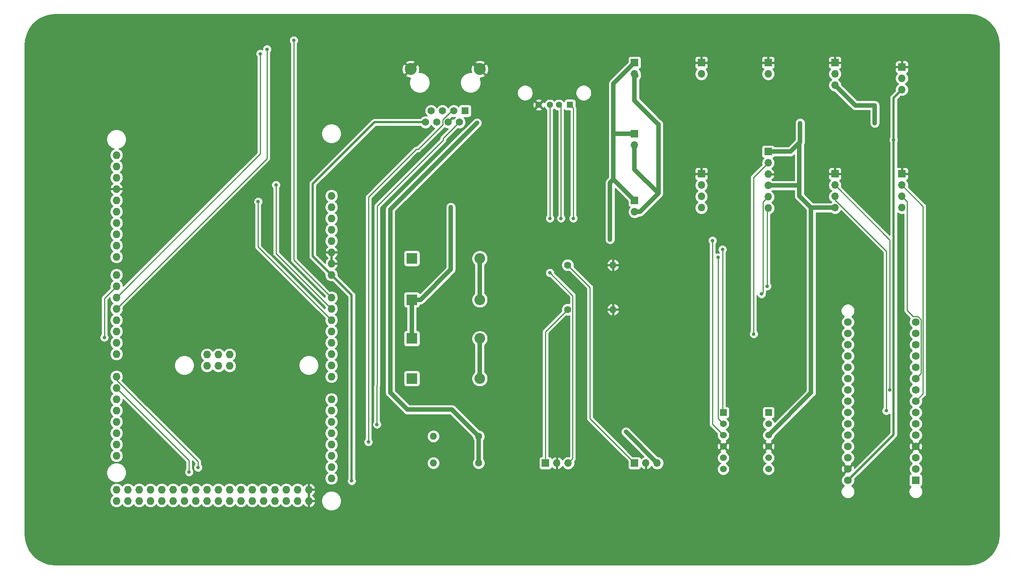
<source format=gbr>
G04 #@! TF.GenerationSoftware,KiCad,Pcbnew,(5.1.6)-1*
G04 #@! TF.CreationDate,2021-03-30T15:03:47-05:00*
G04 #@! TF.ProjectId,ControllerPCB,436f6e74-726f-46c6-9c65-725043422e6b,rev?*
G04 #@! TF.SameCoordinates,Original*
G04 #@! TF.FileFunction,Copper,L1,Top*
G04 #@! TF.FilePolarity,Positive*
%FSLAX46Y46*%
G04 Gerber Fmt 4.6, Leading zero omitted, Abs format (unit mm)*
G04 Created by KiCad (PCBNEW (5.1.6)-1) date 2021-03-30 15:03:47*
%MOMM*%
%LPD*%
G01*
G04 APERTURE LIST*
G04 #@! TA.AperFunction,ComponentPad*
%ADD10O,1.727200X1.727200*%
G04 #@! TD*
G04 #@! TA.AperFunction,ComponentPad*
%ADD11O,2.400000X2.400000*%
G04 #@! TD*
G04 #@! TA.AperFunction,ComponentPad*
%ADD12R,2.400000X2.400000*%
G04 #@! TD*
G04 #@! TA.AperFunction,ComponentPad*
%ADD13O,1.700000X1.700000*%
G04 #@! TD*
G04 #@! TA.AperFunction,ComponentPad*
%ADD14R,1.700000X1.700000*%
G04 #@! TD*
G04 #@! TA.AperFunction,ComponentPad*
%ADD15R,1.727200X1.727200*%
G04 #@! TD*
G04 #@! TA.AperFunction,ComponentPad*
%ADD16C,1.727200*%
G04 #@! TD*
G04 #@! TA.AperFunction,ComponentPad*
%ADD17C,1.524000*%
G04 #@! TD*
G04 #@! TA.AperFunction,ComponentPad*
%ADD18R,1.524000X1.524000*%
G04 #@! TD*
G04 #@! TA.AperFunction,ComponentPad*
%ADD19O,1.600000X1.600000*%
G04 #@! TD*
G04 #@! TA.AperFunction,ComponentPad*
%ADD20C,1.600000*%
G04 #@! TD*
G04 #@! TA.AperFunction,ComponentPad*
%ADD21C,1.428000*%
G04 #@! TD*
G04 #@! TA.AperFunction,ComponentPad*
%ADD22R,1.428000X1.428000*%
G04 #@! TD*
G04 #@! TA.AperFunction,ComponentPad*
%ADD23C,2.700000*%
G04 #@! TD*
G04 #@! TA.AperFunction,ComponentPad*
%ADD24C,1.650000*%
G04 #@! TD*
G04 #@! TA.AperFunction,ComponentPad*
%ADD25R,1.650000X1.650000*%
G04 #@! TD*
G04 #@! TA.AperFunction,ViaPad*
%ADD26C,1.000000*%
G04 #@! TD*
G04 #@! TA.AperFunction,ViaPad*
%ADD27C,0.800000*%
G04 #@! TD*
G04 #@! TA.AperFunction,ViaPad*
%ADD28C,6.200000*%
G04 #@! TD*
G04 #@! TA.AperFunction,Conductor*
%ADD29C,1.000000*%
G04 #@! TD*
G04 #@! TA.AperFunction,Conductor*
%ADD30C,0.250000*%
G04 #@! TD*
G04 #@! TA.AperFunction,Conductor*
%ADD31C,0.500000*%
G04 #@! TD*
G04 #@! TA.AperFunction,Conductor*
%ADD32C,0.254000*%
G04 #@! TD*
G04 APERTURE END LIST*
D10*
X79020000Y-109627000D03*
X101880000Y-142520000D03*
X101880000Y-139980000D03*
X99340000Y-142520000D03*
X99340000Y-139980000D03*
X96800000Y-142520000D03*
X96800000Y-139980000D03*
X94260000Y-142520000D03*
X94260000Y-139980000D03*
X91720000Y-142520000D03*
X91720000Y-139980000D03*
X89180000Y-142520000D03*
X89180000Y-139980000D03*
X86640000Y-142520000D03*
X86640000Y-139980000D03*
X84100000Y-142520000D03*
X84100000Y-139980000D03*
X81560000Y-142520000D03*
X81560000Y-139980000D03*
X79020000Y-142520000D03*
X79020000Y-139980000D03*
X76480000Y-142520000D03*
X76480000Y-139980000D03*
X73940000Y-142520000D03*
X73940000Y-139980000D03*
X71400000Y-142520000D03*
X71400000Y-139980000D03*
X68860000Y-142520000D03*
X68860000Y-139980000D03*
X66320000Y-142520000D03*
X66320000Y-139980000D03*
X63780000Y-142520000D03*
X63780000Y-139980000D03*
X61240000Y-142520000D03*
X61240000Y-139980000D03*
X58700000Y-142520000D03*
X58700000Y-139980000D03*
X106960000Y-137440000D03*
X106960000Y-134900000D03*
X106960000Y-132360000D03*
X106960000Y-129820000D03*
X106960000Y-127280000D03*
X106960000Y-124740000D03*
X106960000Y-122200000D03*
X106960000Y-119660000D03*
X106960000Y-114580000D03*
X106960000Y-112040000D03*
X106960000Y-109500000D03*
X106960000Y-106960000D03*
X106960000Y-104420000D03*
X106960000Y-101880000D03*
X106960000Y-99340000D03*
X106960000Y-73940000D03*
X58700000Y-80036000D03*
X58700000Y-77496000D03*
X58700000Y-74956000D03*
X58700000Y-69876000D03*
X58700000Y-67336000D03*
X58700000Y-64796000D03*
X58700000Y-82576000D03*
X58700000Y-85116000D03*
X58700000Y-87656000D03*
X58700000Y-72416000D03*
X58700000Y-91720000D03*
X58700000Y-94260000D03*
X58700000Y-96800000D03*
X58700000Y-99340000D03*
X58700000Y-101880000D03*
X58700000Y-104420000D03*
X58700000Y-106960000D03*
X58700000Y-109500000D03*
X58700000Y-114580000D03*
X58700000Y-117120000D03*
X58700000Y-119660000D03*
X58700000Y-122200000D03*
X58700000Y-124740000D03*
X58700000Y-127280000D03*
X58700000Y-129820000D03*
X58700000Y-132360000D03*
X106960000Y-76480000D03*
X106960000Y-79020000D03*
X106960000Y-81560000D03*
X106960000Y-84100000D03*
X106960000Y-86640000D03*
X106960000Y-89180000D03*
X106960000Y-91720000D03*
X106960000Y-96800000D03*
X79020000Y-112167000D03*
X81560000Y-109627000D03*
X81560000Y-112167000D03*
X84100000Y-112167000D03*
X84100000Y-109627000D03*
D11*
X140240000Y-97300000D03*
D12*
X125000000Y-97300000D03*
D11*
X140240000Y-106000000D03*
D12*
X125000000Y-106000000D03*
D11*
X140240000Y-115000000D03*
D12*
X125000000Y-115000000D03*
D11*
X140240000Y-88000000D03*
D12*
X125000000Y-88000000D03*
D13*
X175000000Y-77540000D03*
D14*
X175000000Y-75000000D03*
D13*
X175000000Y-62540000D03*
D14*
X175000000Y-60000000D03*
D13*
X235000000Y-50080000D03*
X235000000Y-47540000D03*
D14*
X235000000Y-45000000D03*
D13*
X180080000Y-134000000D03*
X177540000Y-134000000D03*
D14*
X175000000Y-134000000D03*
D13*
X160080000Y-134000000D03*
X157540000Y-134000000D03*
D14*
X155000000Y-134000000D03*
D15*
X238120000Y-137870000D03*
D16*
X238120000Y-135330000D03*
X238120000Y-132790000D03*
X238120000Y-130250000D03*
X238120000Y-127710000D03*
X238120000Y-125170000D03*
X238120000Y-122630000D03*
X238120000Y-120090000D03*
X238120000Y-117550000D03*
X238120000Y-115010000D03*
X238120000Y-112470000D03*
X238120000Y-109930000D03*
X238120000Y-107390000D03*
X238120000Y-104850000D03*
X238120000Y-102310000D03*
X222880000Y-102310000D03*
X222880000Y-104850000D03*
X222880000Y-107390000D03*
X222880000Y-109930000D03*
X222880000Y-112470000D03*
X222880000Y-115010000D03*
X222880000Y-117550000D03*
X222880000Y-120090000D03*
X222880000Y-122630000D03*
X222880000Y-125170000D03*
X222880000Y-127710000D03*
X222880000Y-130250000D03*
X222880000Y-132790000D03*
X222880000Y-135330000D03*
X222880000Y-137870000D03*
D17*
X205080000Y-135350000D03*
X205080000Y-132810000D03*
X205080000Y-130270000D03*
X205080000Y-127730000D03*
X205080000Y-125190000D03*
D18*
X205080000Y-122650000D03*
D17*
X194920000Y-135350000D03*
X194920000Y-132810000D03*
X194920000Y-130270000D03*
X194920000Y-127730000D03*
X194920000Y-125190000D03*
D18*
X194920000Y-122650000D03*
D19*
X170160000Y-89500000D03*
D20*
X160000000Y-89500000D03*
D19*
X170160000Y-99500000D03*
D20*
X160000000Y-99500000D03*
D19*
X129840000Y-134000000D03*
D20*
X140000000Y-134000000D03*
D19*
X129840000Y-128000000D03*
D20*
X140000000Y-128000000D03*
D21*
X153500000Y-53510000D03*
X156000000Y-53510000D03*
X158000000Y-53510000D03*
D22*
X160500000Y-53510000D03*
D13*
X205000000Y-76700000D03*
X205000000Y-74160000D03*
X205000000Y-71620000D03*
X205000000Y-69080000D03*
X205000000Y-66540000D03*
D14*
X205000000Y-64000000D03*
D13*
X235000000Y-76620000D03*
X235000000Y-74080000D03*
X235000000Y-71540000D03*
D14*
X235000000Y-69000000D03*
D13*
X220000000Y-76620000D03*
X220000000Y-74080000D03*
X220000000Y-71540000D03*
D14*
X220000000Y-69000000D03*
D23*
X124750000Y-45450000D03*
X140250000Y-45450000D03*
D24*
X128055000Y-57390000D03*
X129325000Y-54850000D03*
X130595000Y-57390000D03*
X131865000Y-54850000D03*
X133135000Y-57390000D03*
X134405000Y-54850000D03*
X135675000Y-57390000D03*
D25*
X136945000Y-54850000D03*
D13*
X175000000Y-46540000D03*
D14*
X175000000Y-44000000D03*
D13*
X220000000Y-49080000D03*
X220000000Y-46540000D03*
D14*
X220000000Y-44000000D03*
D13*
X190000000Y-46540000D03*
D14*
X190000000Y-44000000D03*
D13*
X190000000Y-76620000D03*
X190000000Y-74080000D03*
X190000000Y-71540000D03*
D14*
X190000000Y-69000000D03*
D13*
X205000000Y-46540000D03*
D14*
X205000000Y-44000000D03*
D26*
X169490000Y-83740000D03*
D27*
X201750000Y-105000000D03*
X92500000Y-41000000D03*
X90500000Y-75250000D03*
X94500000Y-71500000D03*
X91000000Y-42000000D03*
X98500000Y-39000000D03*
X115250000Y-129250000D03*
X117180000Y-125320000D03*
X231500000Y-122250000D03*
X232300000Y-117550000D03*
X204750000Y-94250000D03*
X203500000Y-96000000D03*
X194750000Y-86000000D03*
X158500000Y-79000000D03*
X192500000Y-84000000D03*
X161250000Y-79000000D03*
X55978601Y-105771399D03*
X111500000Y-138000000D03*
X233150001Y-61349999D03*
D28*
X250000000Y-150000000D03*
X45000000Y-150000000D03*
X45000000Y-40000000D03*
X250000000Y-40000000D03*
D27*
X78000000Y-129500000D03*
D26*
X139587500Y-57587500D03*
D27*
X228912500Y-57587500D03*
X212162500Y-57587500D03*
D26*
X120175000Y-77000000D03*
D27*
X156000000Y-91250000D03*
D26*
X173080000Y-127000000D03*
D27*
X193750000Y-87750000D03*
X156000000Y-79000000D03*
X77000000Y-135000000D03*
X75000000Y-136000000D03*
D26*
X133750000Y-76500000D03*
X175000000Y-52250000D03*
D29*
X140240000Y-97300000D02*
X140240000Y-88000000D01*
X175000000Y-75000000D02*
X170250000Y-70250000D01*
X170250000Y-48750000D02*
X175000000Y-44000000D01*
X175000000Y-60000000D02*
X170250000Y-60000000D01*
X170250000Y-70250000D02*
X170250000Y-60000000D01*
X170250000Y-60000000D02*
X170250000Y-48750000D01*
X169490000Y-71010000D02*
X170250000Y-70250000D01*
X169490000Y-83740000D02*
X169490000Y-71010000D01*
X140240000Y-106000000D02*
X140240000Y-115000000D01*
D30*
X205000000Y-66540000D02*
X201750000Y-69790000D01*
X201750000Y-69790000D02*
X201750000Y-105000000D01*
X201750000Y-105000000D02*
X201750000Y-105000000D01*
X92500000Y-65540000D02*
X58700000Y-99340000D01*
X92500000Y-41000000D02*
X92500000Y-65540000D01*
X90500000Y-85420000D02*
X106960000Y-101880000D01*
X90500000Y-75250000D02*
X90500000Y-85420000D01*
X94500000Y-86880000D02*
X94500000Y-71500000D01*
X106960000Y-99340000D02*
X94500000Y-86880000D01*
X91000000Y-64500000D02*
X91000000Y-42000000D01*
X58700000Y-96800000D02*
X91000000Y-64500000D01*
X98500000Y-88340000D02*
X98500000Y-88000000D01*
X106960000Y-96800000D02*
X98500000Y-88340000D01*
X98500000Y-39000000D02*
X98500000Y-88000000D01*
X115250000Y-129250000D02*
X115250000Y-74250000D01*
X131984999Y-57942001D02*
X131984999Y-56837999D01*
X126427000Y-63500000D02*
X131984999Y-57942001D01*
X126000000Y-63500000D02*
X126427000Y-63500000D01*
X133972998Y-54850000D02*
X134405000Y-54850000D01*
X131984999Y-56837999D02*
X133972998Y-54850000D01*
X115250000Y-74250000D02*
X126000000Y-63500000D01*
X135675000Y-57390000D02*
X132065000Y-61000000D01*
X132065000Y-61000000D02*
X132065000Y-61435000D01*
X132065000Y-61435000D02*
X117250000Y-76250000D01*
X117250000Y-76250000D02*
X117250000Y-116416740D01*
X117180000Y-116486740D02*
X117250000Y-116416740D01*
X117180000Y-125320000D02*
X117180000Y-116486740D01*
X231500000Y-86380998D02*
X220000000Y-74880998D01*
X220000000Y-74880998D02*
X220000000Y-74080000D01*
X231500000Y-122250000D02*
X231500000Y-86380998D01*
X232300000Y-83840000D02*
X232300000Y-117550000D01*
X220000000Y-71540000D02*
X232300000Y-83840000D01*
X239308601Y-113821399D02*
X238120000Y-115010000D01*
X239308601Y-101739471D02*
X239308601Y-113821399D01*
X237519999Y-101020001D02*
X238589131Y-101020001D01*
X236175001Y-99675003D02*
X237519999Y-101020001D01*
X236175001Y-75255001D02*
X236175001Y-99675003D01*
X238589131Y-101020001D02*
X239308601Y-101739471D01*
X235000000Y-74080000D02*
X236175001Y-75255001D01*
X239758611Y-118451389D02*
X238120000Y-120090000D01*
X239758611Y-76298611D02*
X239758611Y-118451389D01*
X235000000Y-71540000D02*
X239758611Y-76298611D01*
X204750000Y-76950000D02*
X205000000Y-76700000D01*
X204750000Y-94250000D02*
X204750000Y-76950000D01*
X203824999Y-75335001D02*
X203824999Y-95675001D01*
X203824999Y-95675001D02*
X203500000Y-96000000D01*
X205000000Y-74160000D02*
X203824999Y-75335001D01*
X158500000Y-54010000D02*
X158000000Y-53510000D01*
X158500000Y-79000000D02*
X158500000Y-54010000D01*
X194750000Y-122480000D02*
X194920000Y-122650000D01*
X194750000Y-86000000D02*
X194750000Y-122480000D01*
X161250000Y-54260000D02*
X160500000Y-53510000D01*
X161250000Y-79000000D02*
X161250000Y-54260000D01*
X192500000Y-125310000D02*
X194920000Y-127730000D01*
X192500000Y-84000000D02*
X192500000Y-125310000D01*
X155000000Y-104500000D02*
X160000000Y-99500000D01*
X155000000Y-134000000D02*
X155000000Y-104500000D01*
X55978601Y-96981399D02*
X58700000Y-94260000D01*
X55978601Y-105771399D02*
X55978601Y-96981399D01*
X235000000Y-50080000D02*
X233824999Y-51255001D01*
D31*
X233150001Y-51929999D02*
X235000000Y-50080000D01*
X233150001Y-127599999D02*
X233150001Y-61349999D01*
X222880000Y-137870000D02*
X233150001Y-127599999D01*
X111500000Y-96260000D02*
X106960000Y-91720000D01*
X111500000Y-138000000D02*
X111500000Y-96260000D01*
X128055000Y-57390000D02*
X116610000Y-57390000D01*
X116610000Y-57390000D02*
X102750000Y-71250000D01*
X102750000Y-87510000D02*
X106960000Y-91720000D01*
X102750000Y-71250000D02*
X102750000Y-87510000D01*
X233150001Y-61349999D02*
X233150001Y-51929999D01*
D29*
X124750000Y-45450000D02*
X126750000Y-43450000D01*
X138250000Y-43450000D02*
X140250000Y-45450000D01*
X126750000Y-43450000D02*
X138250000Y-43450000D01*
X211620000Y-71620000D02*
X212000000Y-72000000D01*
X205000000Y-71620000D02*
X211620000Y-71620000D01*
X212000000Y-72000000D02*
X212000000Y-74000000D01*
X139635000Y-57540000D02*
X139587500Y-57587500D01*
X120175000Y-77000000D02*
X120175000Y-77000000D01*
X120175000Y-102825000D02*
X120175000Y-118175000D01*
X120175000Y-118175000D02*
X124000000Y-122000000D01*
X134000000Y-122000000D02*
X140000000Y-128000000D01*
X124000000Y-122000000D02*
X134000000Y-122000000D01*
X140000000Y-134000000D02*
X140000000Y-128000000D01*
X205080000Y-127730000D02*
X214620000Y-118190000D01*
X139587500Y-57587500D02*
X120175000Y-77000000D01*
X212000000Y-74000000D02*
X214620000Y-76620000D01*
X214620000Y-76620000D02*
X220000000Y-76620000D01*
X214620000Y-118190000D02*
X214620000Y-76620000D01*
X212162500Y-61837500D02*
X212162500Y-57587500D01*
X205000000Y-64000000D02*
X210000000Y-64000000D01*
X210000000Y-64000000D02*
X212162500Y-61837500D01*
X212000000Y-62000000D02*
X212162500Y-61837500D01*
X212000000Y-72000000D02*
X212000000Y-62000000D01*
X228912500Y-57587500D02*
X228912500Y-53627500D01*
X228912500Y-53627500D02*
X224547500Y-53627500D01*
X224547500Y-53627500D02*
X220000000Y-49080000D01*
X120175000Y-77000000D02*
X120175000Y-102825000D01*
D30*
X161125001Y-132954999D02*
X160080000Y-134000000D01*
X161125001Y-96375001D02*
X161125001Y-132954999D01*
X156000000Y-91250000D02*
X161125001Y-96375001D01*
D29*
X173080000Y-127000000D02*
X173080000Y-127000000D01*
X173080000Y-127000000D02*
X180080000Y-134000000D01*
D30*
X156000000Y-79000000D02*
X156000000Y-53510000D01*
X193750000Y-124020000D02*
X194920000Y-125190000D01*
X193750000Y-87750000D02*
X193750000Y-124020000D01*
X58700000Y-115360870D02*
X58700000Y-114580000D01*
X77000000Y-133660870D02*
X58700000Y-115360870D01*
X77000000Y-135000000D02*
X77000000Y-133660870D01*
X75000000Y-133420000D02*
X75000000Y-136000000D01*
X58700000Y-117120000D02*
X75000000Y-133420000D01*
X175000000Y-134000000D02*
X165000000Y-124000000D01*
X165000000Y-94500000D02*
X160000000Y-89500000D01*
X165000000Y-124000000D02*
X165000000Y-94500000D01*
D29*
X176202081Y-77540000D02*
X175000000Y-77540000D01*
X175000000Y-68000000D02*
X180371040Y-73371040D01*
X175000000Y-62540000D02*
X175000000Y-68000000D01*
X180371040Y-73371040D02*
X176202081Y-77540000D01*
X175412500Y-46952500D02*
X175000000Y-46540000D01*
X175000000Y-52500000D02*
X180000000Y-57500000D01*
X175000000Y-46540000D02*
X175000000Y-52250000D01*
X180371040Y-57871040D02*
X180000000Y-57500000D01*
X180371040Y-73371040D02*
X180371040Y-57871040D01*
X125000000Y-106000000D02*
X125000000Y-97300000D01*
X125000000Y-97300000D02*
X126950000Y-97300000D01*
X126950000Y-97300000D02*
X133750000Y-90500000D01*
X133750000Y-90500000D02*
X133750000Y-76500000D01*
X133750000Y-76500000D02*
X133750000Y-76500000D01*
X175000000Y-52250000D02*
X175000000Y-52500000D01*
D32*
G36*
X250987141Y-33233360D02*
G01*
X251953616Y-33446738D01*
X252879156Y-33797393D01*
X253744385Y-34277986D01*
X254531169Y-34878440D01*
X255223039Y-35586188D01*
X255805493Y-36386396D01*
X256266332Y-37262310D01*
X256595900Y-38195566D01*
X256788021Y-39170315D01*
X256840000Y-40020165D01*
X256840001Y-149976080D01*
X256766640Y-150987143D01*
X256553262Y-151953616D01*
X256202609Y-152879151D01*
X255722019Y-153744378D01*
X255121560Y-154531169D01*
X254413808Y-155223042D01*
X253613604Y-155805493D01*
X252737693Y-156266331D01*
X251804434Y-156595900D01*
X250829685Y-156788021D01*
X249979835Y-156840000D01*
X45023906Y-156840000D01*
X44012857Y-156766640D01*
X43046384Y-156553262D01*
X42120849Y-156202609D01*
X41255622Y-155722019D01*
X40468831Y-155121560D01*
X39776958Y-154413808D01*
X39194507Y-153613604D01*
X38733669Y-152737693D01*
X38404100Y-151804434D01*
X38211979Y-150829685D01*
X38160000Y-149979835D01*
X38160000Y-139832401D01*
X57201400Y-139832401D01*
X57201400Y-140127599D01*
X57258990Y-140417125D01*
X57371958Y-140689853D01*
X57535961Y-140935302D01*
X57744698Y-141144039D01*
X57903281Y-141250000D01*
X57744698Y-141355961D01*
X57535961Y-141564698D01*
X57371958Y-141810147D01*
X57258990Y-142082875D01*
X57201400Y-142372401D01*
X57201400Y-142667599D01*
X57258990Y-142957125D01*
X57371958Y-143229853D01*
X57535961Y-143475302D01*
X57744698Y-143684039D01*
X57990147Y-143848042D01*
X58262875Y-143961010D01*
X58552401Y-144018600D01*
X58847599Y-144018600D01*
X59137125Y-143961010D01*
X59409853Y-143848042D01*
X59655302Y-143684039D01*
X59864039Y-143475302D01*
X59970000Y-143316719D01*
X60075961Y-143475302D01*
X60284698Y-143684039D01*
X60530147Y-143848042D01*
X60802875Y-143961010D01*
X61092401Y-144018600D01*
X61387599Y-144018600D01*
X61677125Y-143961010D01*
X61949853Y-143848042D01*
X62195302Y-143684039D01*
X62404039Y-143475302D01*
X62510000Y-143316719D01*
X62615961Y-143475302D01*
X62824698Y-143684039D01*
X63070147Y-143848042D01*
X63342875Y-143961010D01*
X63632401Y-144018600D01*
X63927599Y-144018600D01*
X64217125Y-143961010D01*
X64489853Y-143848042D01*
X64735302Y-143684039D01*
X64944039Y-143475302D01*
X65050000Y-143316719D01*
X65155961Y-143475302D01*
X65364698Y-143684039D01*
X65610147Y-143848042D01*
X65882875Y-143961010D01*
X66172401Y-144018600D01*
X66467599Y-144018600D01*
X66757125Y-143961010D01*
X67029853Y-143848042D01*
X67275302Y-143684039D01*
X67484039Y-143475302D01*
X67590000Y-143316719D01*
X67695961Y-143475302D01*
X67904698Y-143684039D01*
X68150147Y-143848042D01*
X68422875Y-143961010D01*
X68712401Y-144018600D01*
X69007599Y-144018600D01*
X69297125Y-143961010D01*
X69569853Y-143848042D01*
X69815302Y-143684039D01*
X70024039Y-143475302D01*
X70130000Y-143316719D01*
X70235961Y-143475302D01*
X70444698Y-143684039D01*
X70690147Y-143848042D01*
X70962875Y-143961010D01*
X71252401Y-144018600D01*
X71547599Y-144018600D01*
X71837125Y-143961010D01*
X72109853Y-143848042D01*
X72355302Y-143684039D01*
X72564039Y-143475302D01*
X72670000Y-143316719D01*
X72775961Y-143475302D01*
X72984698Y-143684039D01*
X73230147Y-143848042D01*
X73502875Y-143961010D01*
X73792401Y-144018600D01*
X74087599Y-144018600D01*
X74377125Y-143961010D01*
X74649853Y-143848042D01*
X74895302Y-143684039D01*
X75104039Y-143475302D01*
X75210000Y-143316719D01*
X75315961Y-143475302D01*
X75524698Y-143684039D01*
X75770147Y-143848042D01*
X76042875Y-143961010D01*
X76332401Y-144018600D01*
X76627599Y-144018600D01*
X76917125Y-143961010D01*
X77189853Y-143848042D01*
X77435302Y-143684039D01*
X77644039Y-143475302D01*
X77750000Y-143316719D01*
X77855961Y-143475302D01*
X78064698Y-143684039D01*
X78310147Y-143848042D01*
X78582875Y-143961010D01*
X78872401Y-144018600D01*
X79167599Y-144018600D01*
X79457125Y-143961010D01*
X79729853Y-143848042D01*
X79975302Y-143684039D01*
X80184039Y-143475302D01*
X80290000Y-143316719D01*
X80395961Y-143475302D01*
X80604698Y-143684039D01*
X80850147Y-143848042D01*
X81122875Y-143961010D01*
X81412401Y-144018600D01*
X81707599Y-144018600D01*
X81997125Y-143961010D01*
X82269853Y-143848042D01*
X82515302Y-143684039D01*
X82724039Y-143475302D01*
X82830000Y-143316719D01*
X82935961Y-143475302D01*
X83144698Y-143684039D01*
X83390147Y-143848042D01*
X83662875Y-143961010D01*
X83952401Y-144018600D01*
X84247599Y-144018600D01*
X84537125Y-143961010D01*
X84809853Y-143848042D01*
X85055302Y-143684039D01*
X85264039Y-143475302D01*
X85370000Y-143316719D01*
X85475961Y-143475302D01*
X85684698Y-143684039D01*
X85930147Y-143848042D01*
X86202875Y-143961010D01*
X86492401Y-144018600D01*
X86787599Y-144018600D01*
X87077125Y-143961010D01*
X87349853Y-143848042D01*
X87595302Y-143684039D01*
X87804039Y-143475302D01*
X87910000Y-143316719D01*
X88015961Y-143475302D01*
X88224698Y-143684039D01*
X88470147Y-143848042D01*
X88742875Y-143961010D01*
X89032401Y-144018600D01*
X89327599Y-144018600D01*
X89617125Y-143961010D01*
X89889853Y-143848042D01*
X90135302Y-143684039D01*
X90344039Y-143475302D01*
X90450000Y-143316719D01*
X90555961Y-143475302D01*
X90764698Y-143684039D01*
X91010147Y-143848042D01*
X91282875Y-143961010D01*
X91572401Y-144018600D01*
X91867599Y-144018600D01*
X92157125Y-143961010D01*
X92429853Y-143848042D01*
X92675302Y-143684039D01*
X92884039Y-143475302D01*
X92990000Y-143316719D01*
X93095961Y-143475302D01*
X93304698Y-143684039D01*
X93550147Y-143848042D01*
X93822875Y-143961010D01*
X94112401Y-144018600D01*
X94407599Y-144018600D01*
X94697125Y-143961010D01*
X94969853Y-143848042D01*
X95215302Y-143684039D01*
X95424039Y-143475302D01*
X95530000Y-143316719D01*
X95635961Y-143475302D01*
X95844698Y-143684039D01*
X96090147Y-143848042D01*
X96362875Y-143961010D01*
X96652401Y-144018600D01*
X96947599Y-144018600D01*
X97237125Y-143961010D01*
X97509853Y-143848042D01*
X97755302Y-143684039D01*
X97964039Y-143475302D01*
X98070000Y-143316719D01*
X98175961Y-143475302D01*
X98384698Y-143684039D01*
X98630147Y-143848042D01*
X98902875Y-143961010D01*
X99192401Y-144018600D01*
X99487599Y-144018600D01*
X99777125Y-143961010D01*
X100049853Y-143848042D01*
X100295302Y-143684039D01*
X100504039Y-143475302D01*
X100614559Y-143309897D01*
X100673183Y-143408488D01*
X100869707Y-143626854D01*
X101105056Y-143802684D01*
X101370186Y-143929222D01*
X101520974Y-143974958D01*
X101753000Y-143853817D01*
X101753000Y-142647000D01*
X102007000Y-142647000D01*
X102007000Y-143853817D01*
X102239026Y-143974958D01*
X102389814Y-143929222D01*
X102654944Y-143802684D01*
X102890293Y-143626854D01*
X103086817Y-143408488D01*
X103236964Y-143155978D01*
X103334963Y-142879027D01*
X103214464Y-142647000D01*
X102007000Y-142647000D01*
X101753000Y-142647000D01*
X101733000Y-142647000D01*
X101733000Y-142393000D01*
X101753000Y-142393000D01*
X101753000Y-140107000D01*
X102007000Y-140107000D01*
X102007000Y-142393000D01*
X103214464Y-142393000D01*
X103262828Y-142299872D01*
X104725000Y-142299872D01*
X104725000Y-142740128D01*
X104810890Y-143171925D01*
X104979369Y-143578669D01*
X105223962Y-143944729D01*
X105535271Y-144256038D01*
X105901331Y-144500631D01*
X106308075Y-144669110D01*
X106739872Y-144755000D01*
X107180128Y-144755000D01*
X107611925Y-144669110D01*
X108018669Y-144500631D01*
X108384729Y-144256038D01*
X108696038Y-143944729D01*
X108940631Y-143578669D01*
X109109110Y-143171925D01*
X109195000Y-142740128D01*
X109195000Y-142299872D01*
X109109110Y-141868075D01*
X108940631Y-141461331D01*
X108696038Y-141095271D01*
X108384729Y-140783962D01*
X108018669Y-140539369D01*
X107611925Y-140370890D01*
X107180128Y-140285000D01*
X106739872Y-140285000D01*
X106308075Y-140370890D01*
X105901331Y-140539369D01*
X105535271Y-140783962D01*
X105223962Y-141095271D01*
X104979369Y-141461331D01*
X104810890Y-141868075D01*
X104725000Y-142299872D01*
X103262828Y-142299872D01*
X103334963Y-142160973D01*
X103236964Y-141884022D01*
X103086817Y-141631512D01*
X102890293Y-141413146D01*
X102671922Y-141250000D01*
X102890293Y-141086854D01*
X103086817Y-140868488D01*
X103236964Y-140615978D01*
X103334963Y-140339027D01*
X103214464Y-140107000D01*
X102007000Y-140107000D01*
X101753000Y-140107000D01*
X101733000Y-140107000D01*
X101733000Y-139853000D01*
X101753000Y-139853000D01*
X101753000Y-138646183D01*
X102007000Y-138646183D01*
X102007000Y-139853000D01*
X103214464Y-139853000D01*
X103334963Y-139620973D01*
X103236964Y-139344022D01*
X103086817Y-139091512D01*
X102890293Y-138873146D01*
X102654944Y-138697316D01*
X102389814Y-138570778D01*
X102239026Y-138525042D01*
X102007000Y-138646183D01*
X101753000Y-138646183D01*
X101520974Y-138525042D01*
X101370186Y-138570778D01*
X101105056Y-138697316D01*
X100869707Y-138873146D01*
X100673183Y-139091512D01*
X100614559Y-139190103D01*
X100504039Y-139024698D01*
X100295302Y-138815961D01*
X100049853Y-138651958D01*
X99777125Y-138538990D01*
X99487599Y-138481400D01*
X99192401Y-138481400D01*
X98902875Y-138538990D01*
X98630147Y-138651958D01*
X98384698Y-138815961D01*
X98175961Y-139024698D01*
X98070000Y-139183281D01*
X97964039Y-139024698D01*
X97755302Y-138815961D01*
X97509853Y-138651958D01*
X97237125Y-138538990D01*
X96947599Y-138481400D01*
X96652401Y-138481400D01*
X96362875Y-138538990D01*
X96090147Y-138651958D01*
X95844698Y-138815961D01*
X95635961Y-139024698D01*
X95530000Y-139183281D01*
X95424039Y-139024698D01*
X95215302Y-138815961D01*
X94969853Y-138651958D01*
X94697125Y-138538990D01*
X94407599Y-138481400D01*
X94112401Y-138481400D01*
X93822875Y-138538990D01*
X93550147Y-138651958D01*
X93304698Y-138815961D01*
X93095961Y-139024698D01*
X92990000Y-139183281D01*
X92884039Y-139024698D01*
X92675302Y-138815961D01*
X92429853Y-138651958D01*
X92157125Y-138538990D01*
X91867599Y-138481400D01*
X91572401Y-138481400D01*
X91282875Y-138538990D01*
X91010147Y-138651958D01*
X90764698Y-138815961D01*
X90555961Y-139024698D01*
X90450000Y-139183281D01*
X90344039Y-139024698D01*
X90135302Y-138815961D01*
X89889853Y-138651958D01*
X89617125Y-138538990D01*
X89327599Y-138481400D01*
X89032401Y-138481400D01*
X88742875Y-138538990D01*
X88470147Y-138651958D01*
X88224698Y-138815961D01*
X88015961Y-139024698D01*
X87910000Y-139183281D01*
X87804039Y-139024698D01*
X87595302Y-138815961D01*
X87349853Y-138651958D01*
X87077125Y-138538990D01*
X86787599Y-138481400D01*
X86492401Y-138481400D01*
X86202875Y-138538990D01*
X85930147Y-138651958D01*
X85684698Y-138815961D01*
X85475961Y-139024698D01*
X85370000Y-139183281D01*
X85264039Y-139024698D01*
X85055302Y-138815961D01*
X84809853Y-138651958D01*
X84537125Y-138538990D01*
X84247599Y-138481400D01*
X83952401Y-138481400D01*
X83662875Y-138538990D01*
X83390147Y-138651958D01*
X83144698Y-138815961D01*
X82935961Y-139024698D01*
X82830000Y-139183281D01*
X82724039Y-139024698D01*
X82515302Y-138815961D01*
X82269853Y-138651958D01*
X81997125Y-138538990D01*
X81707599Y-138481400D01*
X81412401Y-138481400D01*
X81122875Y-138538990D01*
X80850147Y-138651958D01*
X80604698Y-138815961D01*
X80395961Y-139024698D01*
X80290000Y-139183281D01*
X80184039Y-139024698D01*
X79975302Y-138815961D01*
X79729853Y-138651958D01*
X79457125Y-138538990D01*
X79167599Y-138481400D01*
X78872401Y-138481400D01*
X78582875Y-138538990D01*
X78310147Y-138651958D01*
X78064698Y-138815961D01*
X77855961Y-139024698D01*
X77750000Y-139183281D01*
X77644039Y-139024698D01*
X77435302Y-138815961D01*
X77189853Y-138651958D01*
X76917125Y-138538990D01*
X76627599Y-138481400D01*
X76332401Y-138481400D01*
X76042875Y-138538990D01*
X75770147Y-138651958D01*
X75524698Y-138815961D01*
X75315961Y-139024698D01*
X75210000Y-139183281D01*
X75104039Y-139024698D01*
X74895302Y-138815961D01*
X74649853Y-138651958D01*
X74377125Y-138538990D01*
X74087599Y-138481400D01*
X73792401Y-138481400D01*
X73502875Y-138538990D01*
X73230147Y-138651958D01*
X72984698Y-138815961D01*
X72775961Y-139024698D01*
X72670000Y-139183281D01*
X72564039Y-139024698D01*
X72355302Y-138815961D01*
X72109853Y-138651958D01*
X71837125Y-138538990D01*
X71547599Y-138481400D01*
X71252401Y-138481400D01*
X70962875Y-138538990D01*
X70690147Y-138651958D01*
X70444698Y-138815961D01*
X70235961Y-139024698D01*
X70130000Y-139183281D01*
X70024039Y-139024698D01*
X69815302Y-138815961D01*
X69569853Y-138651958D01*
X69297125Y-138538990D01*
X69007599Y-138481400D01*
X68712401Y-138481400D01*
X68422875Y-138538990D01*
X68150147Y-138651958D01*
X67904698Y-138815961D01*
X67695961Y-139024698D01*
X67590000Y-139183281D01*
X67484039Y-139024698D01*
X67275302Y-138815961D01*
X67029853Y-138651958D01*
X66757125Y-138538990D01*
X66467599Y-138481400D01*
X66172401Y-138481400D01*
X65882875Y-138538990D01*
X65610147Y-138651958D01*
X65364698Y-138815961D01*
X65155961Y-139024698D01*
X65050000Y-139183281D01*
X64944039Y-139024698D01*
X64735302Y-138815961D01*
X64489853Y-138651958D01*
X64217125Y-138538990D01*
X63927599Y-138481400D01*
X63632401Y-138481400D01*
X63342875Y-138538990D01*
X63070147Y-138651958D01*
X62824698Y-138815961D01*
X62615961Y-139024698D01*
X62510000Y-139183281D01*
X62404039Y-139024698D01*
X62195302Y-138815961D01*
X61949853Y-138651958D01*
X61677125Y-138538990D01*
X61387599Y-138481400D01*
X61092401Y-138481400D01*
X60802875Y-138538990D01*
X60530147Y-138651958D01*
X60284698Y-138815961D01*
X60075961Y-139024698D01*
X59970000Y-139183281D01*
X59864039Y-139024698D01*
X59655302Y-138815961D01*
X59409853Y-138651958D01*
X59137125Y-138538990D01*
X58847599Y-138481400D01*
X58552401Y-138481400D01*
X58262875Y-138538990D01*
X57990147Y-138651958D01*
X57744698Y-138815961D01*
X57535961Y-139024698D01*
X57371958Y-139270147D01*
X57258990Y-139542875D01*
X57201400Y-139832401D01*
X38160000Y-139832401D01*
X38160000Y-135949872D01*
X56465000Y-135949872D01*
X56465000Y-136390128D01*
X56550890Y-136821925D01*
X56719369Y-137228669D01*
X56963962Y-137594729D01*
X57275271Y-137906038D01*
X57641331Y-138150631D01*
X58048075Y-138319110D01*
X58479872Y-138405000D01*
X58920128Y-138405000D01*
X59351925Y-138319110D01*
X59758669Y-138150631D01*
X60124729Y-137906038D01*
X60436038Y-137594729D01*
X60680631Y-137228669D01*
X60849110Y-136821925D01*
X60935000Y-136390128D01*
X60935000Y-135949872D01*
X60849110Y-135518075D01*
X60680631Y-135111331D01*
X60436038Y-134745271D01*
X60124729Y-134433962D01*
X59758669Y-134189369D01*
X59351925Y-134020890D01*
X58920128Y-133935000D01*
X58479872Y-133935000D01*
X58048075Y-134020890D01*
X57641331Y-134189369D01*
X57275271Y-134433962D01*
X56963962Y-134745271D01*
X56719369Y-135111331D01*
X56550890Y-135518075D01*
X56465000Y-135949872D01*
X38160000Y-135949872D01*
X38160000Y-114432401D01*
X57201400Y-114432401D01*
X57201400Y-114727599D01*
X57258990Y-115017125D01*
X57371958Y-115289853D01*
X57535961Y-115535302D01*
X57744698Y-115744039D01*
X57903281Y-115850000D01*
X57744698Y-115955961D01*
X57535961Y-116164698D01*
X57371958Y-116410147D01*
X57258990Y-116682875D01*
X57201400Y-116972401D01*
X57201400Y-117267599D01*
X57258990Y-117557125D01*
X57371958Y-117829853D01*
X57535961Y-118075302D01*
X57744698Y-118284039D01*
X57903281Y-118390000D01*
X57744698Y-118495961D01*
X57535961Y-118704698D01*
X57371958Y-118950147D01*
X57258990Y-119222875D01*
X57201400Y-119512401D01*
X57201400Y-119807599D01*
X57258990Y-120097125D01*
X57371958Y-120369853D01*
X57535961Y-120615302D01*
X57744698Y-120824039D01*
X57903281Y-120930000D01*
X57744698Y-121035961D01*
X57535961Y-121244698D01*
X57371958Y-121490147D01*
X57258990Y-121762875D01*
X57201400Y-122052401D01*
X57201400Y-122347599D01*
X57258990Y-122637125D01*
X57371958Y-122909853D01*
X57535961Y-123155302D01*
X57744698Y-123364039D01*
X57903281Y-123470000D01*
X57744698Y-123575961D01*
X57535961Y-123784698D01*
X57371958Y-124030147D01*
X57258990Y-124302875D01*
X57201400Y-124592401D01*
X57201400Y-124887599D01*
X57258990Y-125177125D01*
X57371958Y-125449853D01*
X57535961Y-125695302D01*
X57744698Y-125904039D01*
X57903281Y-126010000D01*
X57744698Y-126115961D01*
X57535961Y-126324698D01*
X57371958Y-126570147D01*
X57258990Y-126842875D01*
X57201400Y-127132401D01*
X57201400Y-127427599D01*
X57258990Y-127717125D01*
X57371958Y-127989853D01*
X57535961Y-128235302D01*
X57744698Y-128444039D01*
X57903281Y-128550000D01*
X57744698Y-128655961D01*
X57535961Y-128864698D01*
X57371958Y-129110147D01*
X57258990Y-129382875D01*
X57201400Y-129672401D01*
X57201400Y-129967599D01*
X57258990Y-130257125D01*
X57371958Y-130529853D01*
X57535961Y-130775302D01*
X57744698Y-130984039D01*
X57903281Y-131090000D01*
X57744698Y-131195961D01*
X57535961Y-131404698D01*
X57371958Y-131650147D01*
X57258990Y-131922875D01*
X57201400Y-132212401D01*
X57201400Y-132507599D01*
X57258990Y-132797125D01*
X57371958Y-133069853D01*
X57535961Y-133315302D01*
X57744698Y-133524039D01*
X57990147Y-133688042D01*
X58262875Y-133801010D01*
X58552401Y-133858600D01*
X58847599Y-133858600D01*
X59137125Y-133801010D01*
X59409853Y-133688042D01*
X59655302Y-133524039D01*
X59864039Y-133315302D01*
X60028042Y-133069853D01*
X60141010Y-132797125D01*
X60198600Y-132507599D01*
X60198600Y-132212401D01*
X60141010Y-131922875D01*
X60028042Y-131650147D01*
X59864039Y-131404698D01*
X59655302Y-131195961D01*
X59496719Y-131090000D01*
X59655302Y-130984039D01*
X59864039Y-130775302D01*
X60028042Y-130529853D01*
X60141010Y-130257125D01*
X60198600Y-129967599D01*
X60198600Y-129672401D01*
X60141010Y-129382875D01*
X60028042Y-129110147D01*
X59864039Y-128864698D01*
X59655302Y-128655961D01*
X59496719Y-128550000D01*
X59655302Y-128444039D01*
X59864039Y-128235302D01*
X60028042Y-127989853D01*
X60141010Y-127717125D01*
X60198600Y-127427599D01*
X60198600Y-127132401D01*
X60141010Y-126842875D01*
X60028042Y-126570147D01*
X59864039Y-126324698D01*
X59655302Y-126115961D01*
X59496719Y-126010000D01*
X59655302Y-125904039D01*
X59864039Y-125695302D01*
X60028042Y-125449853D01*
X60141010Y-125177125D01*
X60198600Y-124887599D01*
X60198600Y-124592401D01*
X60141010Y-124302875D01*
X60028042Y-124030147D01*
X59864039Y-123784698D01*
X59655302Y-123575961D01*
X59496719Y-123470000D01*
X59655302Y-123364039D01*
X59864039Y-123155302D01*
X60028042Y-122909853D01*
X60141010Y-122637125D01*
X60198600Y-122347599D01*
X60198600Y-122052401D01*
X60141010Y-121762875D01*
X60028042Y-121490147D01*
X59864039Y-121244698D01*
X59655302Y-121035961D01*
X59496719Y-120930000D01*
X59655302Y-120824039D01*
X59864039Y-120615302D01*
X60028042Y-120369853D01*
X60141010Y-120097125D01*
X60198600Y-119807599D01*
X60198600Y-119693401D01*
X74240000Y-133734802D01*
X74240001Y-135296288D01*
X74196063Y-135340226D01*
X74082795Y-135509744D01*
X74004774Y-135698102D01*
X73965000Y-135898061D01*
X73965000Y-136101939D01*
X74004774Y-136301898D01*
X74082795Y-136490256D01*
X74196063Y-136659774D01*
X74340226Y-136803937D01*
X74509744Y-136917205D01*
X74698102Y-136995226D01*
X74898061Y-137035000D01*
X75101939Y-137035000D01*
X75301898Y-136995226D01*
X75490256Y-136917205D01*
X75659774Y-136803937D01*
X75803937Y-136659774D01*
X75917205Y-136490256D01*
X75995226Y-136301898D01*
X76035000Y-136101939D01*
X76035000Y-135898061D01*
X75995226Y-135698102D01*
X75917205Y-135509744D01*
X75803937Y-135340226D01*
X75760000Y-135296289D01*
X75760000Y-133495672D01*
X76240001Y-133975673D01*
X76240001Y-134296288D01*
X76196063Y-134340226D01*
X76082795Y-134509744D01*
X76004774Y-134698102D01*
X75965000Y-134898061D01*
X75965000Y-135101939D01*
X76004774Y-135301898D01*
X76082795Y-135490256D01*
X76196063Y-135659774D01*
X76340226Y-135803937D01*
X76509744Y-135917205D01*
X76698102Y-135995226D01*
X76898061Y-136035000D01*
X77101939Y-136035000D01*
X77301898Y-135995226D01*
X77490256Y-135917205D01*
X77659774Y-135803937D01*
X77803937Y-135659774D01*
X77917205Y-135490256D01*
X77995226Y-135301898D01*
X78035000Y-135101939D01*
X78035000Y-134898061D01*
X77995226Y-134698102D01*
X77917205Y-134509744D01*
X77803937Y-134340226D01*
X77760000Y-134296289D01*
X77760000Y-133698192D01*
X77763676Y-133660869D01*
X77760000Y-133623546D01*
X77760000Y-133623537D01*
X77749003Y-133511884D01*
X77705546Y-133368623D01*
X77634974Y-133236594D01*
X77540001Y-133120869D01*
X77511003Y-133097071D01*
X63926333Y-119512401D01*
X105461400Y-119512401D01*
X105461400Y-119807599D01*
X105518990Y-120097125D01*
X105631958Y-120369853D01*
X105795961Y-120615302D01*
X106004698Y-120824039D01*
X106163281Y-120930000D01*
X106004698Y-121035961D01*
X105795961Y-121244698D01*
X105631958Y-121490147D01*
X105518990Y-121762875D01*
X105461400Y-122052401D01*
X105461400Y-122347599D01*
X105518990Y-122637125D01*
X105631958Y-122909853D01*
X105795961Y-123155302D01*
X106004698Y-123364039D01*
X106163281Y-123470000D01*
X106004698Y-123575961D01*
X105795961Y-123784698D01*
X105631958Y-124030147D01*
X105518990Y-124302875D01*
X105461400Y-124592401D01*
X105461400Y-124887599D01*
X105518990Y-125177125D01*
X105631958Y-125449853D01*
X105795961Y-125695302D01*
X106004698Y-125904039D01*
X106163281Y-126010000D01*
X106004698Y-126115961D01*
X105795961Y-126324698D01*
X105631958Y-126570147D01*
X105518990Y-126842875D01*
X105461400Y-127132401D01*
X105461400Y-127427599D01*
X105518990Y-127717125D01*
X105631958Y-127989853D01*
X105795961Y-128235302D01*
X106004698Y-128444039D01*
X106163281Y-128550000D01*
X106004698Y-128655961D01*
X105795961Y-128864698D01*
X105631958Y-129110147D01*
X105518990Y-129382875D01*
X105461400Y-129672401D01*
X105461400Y-129967599D01*
X105518990Y-130257125D01*
X105631958Y-130529853D01*
X105795961Y-130775302D01*
X106004698Y-130984039D01*
X106163281Y-131090000D01*
X106004698Y-131195961D01*
X105795961Y-131404698D01*
X105631958Y-131650147D01*
X105518990Y-131922875D01*
X105461400Y-132212401D01*
X105461400Y-132507599D01*
X105518990Y-132797125D01*
X105631958Y-133069853D01*
X105795961Y-133315302D01*
X106004698Y-133524039D01*
X106163281Y-133630000D01*
X106004698Y-133735961D01*
X105795961Y-133944698D01*
X105631958Y-134190147D01*
X105518990Y-134462875D01*
X105461400Y-134752401D01*
X105461400Y-135047599D01*
X105518990Y-135337125D01*
X105631958Y-135609853D01*
X105795961Y-135855302D01*
X106004698Y-136064039D01*
X106163281Y-136170000D01*
X106004698Y-136275961D01*
X105795961Y-136484698D01*
X105631958Y-136730147D01*
X105518990Y-137002875D01*
X105461400Y-137292401D01*
X105461400Y-137587599D01*
X105518990Y-137877125D01*
X105631958Y-138149853D01*
X105795961Y-138395302D01*
X106004698Y-138604039D01*
X106250147Y-138768042D01*
X106522875Y-138881010D01*
X106812401Y-138938600D01*
X107107599Y-138938600D01*
X107397125Y-138881010D01*
X107669853Y-138768042D01*
X107915302Y-138604039D01*
X108124039Y-138395302D01*
X108288042Y-138149853D01*
X108401010Y-137877125D01*
X108458600Y-137587599D01*
X108458600Y-137292401D01*
X108401010Y-137002875D01*
X108288042Y-136730147D01*
X108124039Y-136484698D01*
X107915302Y-136275961D01*
X107756719Y-136170000D01*
X107915302Y-136064039D01*
X108124039Y-135855302D01*
X108288042Y-135609853D01*
X108401010Y-135337125D01*
X108458600Y-135047599D01*
X108458600Y-134752401D01*
X108401010Y-134462875D01*
X108288042Y-134190147D01*
X108124039Y-133944698D01*
X107915302Y-133735961D01*
X107756719Y-133630000D01*
X107915302Y-133524039D01*
X108124039Y-133315302D01*
X108288042Y-133069853D01*
X108401010Y-132797125D01*
X108458600Y-132507599D01*
X108458600Y-132212401D01*
X108401010Y-131922875D01*
X108288042Y-131650147D01*
X108124039Y-131404698D01*
X107915302Y-131195961D01*
X107756719Y-131090000D01*
X107915302Y-130984039D01*
X108124039Y-130775302D01*
X108288042Y-130529853D01*
X108401010Y-130257125D01*
X108458600Y-129967599D01*
X108458600Y-129672401D01*
X108401010Y-129382875D01*
X108288042Y-129110147D01*
X108124039Y-128864698D01*
X107915302Y-128655961D01*
X107756719Y-128550000D01*
X107915302Y-128444039D01*
X108124039Y-128235302D01*
X108288042Y-127989853D01*
X108401010Y-127717125D01*
X108458600Y-127427599D01*
X108458600Y-127132401D01*
X108401010Y-126842875D01*
X108288042Y-126570147D01*
X108124039Y-126324698D01*
X107915302Y-126115961D01*
X107756719Y-126010000D01*
X107915302Y-125904039D01*
X108124039Y-125695302D01*
X108288042Y-125449853D01*
X108401010Y-125177125D01*
X108458600Y-124887599D01*
X108458600Y-124592401D01*
X108401010Y-124302875D01*
X108288042Y-124030147D01*
X108124039Y-123784698D01*
X107915302Y-123575961D01*
X107756719Y-123470000D01*
X107915302Y-123364039D01*
X108124039Y-123155302D01*
X108288042Y-122909853D01*
X108401010Y-122637125D01*
X108458600Y-122347599D01*
X108458600Y-122052401D01*
X108401010Y-121762875D01*
X108288042Y-121490147D01*
X108124039Y-121244698D01*
X107915302Y-121035961D01*
X107756719Y-120930000D01*
X107915302Y-120824039D01*
X108124039Y-120615302D01*
X108288042Y-120369853D01*
X108401010Y-120097125D01*
X108458600Y-119807599D01*
X108458600Y-119512401D01*
X108401010Y-119222875D01*
X108288042Y-118950147D01*
X108124039Y-118704698D01*
X107915302Y-118495961D01*
X107669853Y-118331958D01*
X107397125Y-118218990D01*
X107107599Y-118161400D01*
X106812401Y-118161400D01*
X106522875Y-118218990D01*
X106250147Y-118331958D01*
X106004698Y-118495961D01*
X105795961Y-118704698D01*
X105631958Y-118950147D01*
X105518990Y-119222875D01*
X105461400Y-119512401D01*
X63926333Y-119512401D01*
X59898163Y-115484232D01*
X60028042Y-115289853D01*
X60141010Y-115017125D01*
X60198600Y-114727599D01*
X60198600Y-114432401D01*
X60141010Y-114142875D01*
X60028042Y-113870147D01*
X59864039Y-113624698D01*
X59655302Y-113415961D01*
X59409853Y-113251958D01*
X59137125Y-113138990D01*
X58847599Y-113081400D01*
X58552401Y-113081400D01*
X58262875Y-113138990D01*
X57990147Y-113251958D01*
X57744698Y-113415961D01*
X57535961Y-113624698D01*
X57371958Y-113870147D01*
X57258990Y-114142875D01*
X57201400Y-114432401D01*
X38160000Y-114432401D01*
X38160000Y-111819872D01*
X71705000Y-111819872D01*
X71705000Y-112260128D01*
X71790890Y-112691925D01*
X71959369Y-113098669D01*
X72203962Y-113464729D01*
X72515271Y-113776038D01*
X72881331Y-114020631D01*
X73288075Y-114189110D01*
X73719872Y-114275000D01*
X74160128Y-114275000D01*
X74591925Y-114189110D01*
X74998669Y-114020631D01*
X75364729Y-113776038D01*
X75676038Y-113464729D01*
X75920631Y-113098669D01*
X76089110Y-112691925D01*
X76175000Y-112260128D01*
X76175000Y-111819872D01*
X76089110Y-111388075D01*
X75920631Y-110981331D01*
X75676038Y-110615271D01*
X75364729Y-110303962D01*
X74998669Y-110059369D01*
X74591925Y-109890890D01*
X74160128Y-109805000D01*
X73719872Y-109805000D01*
X73288075Y-109890890D01*
X72881331Y-110059369D01*
X72515271Y-110303962D01*
X72203962Y-110615271D01*
X71959369Y-110981331D01*
X71790890Y-111388075D01*
X71705000Y-111819872D01*
X38160000Y-111819872D01*
X38160000Y-105669460D01*
X54943601Y-105669460D01*
X54943601Y-105873338D01*
X54983375Y-106073297D01*
X55061396Y-106261655D01*
X55174664Y-106431173D01*
X55318827Y-106575336D01*
X55488345Y-106688604D01*
X55676703Y-106766625D01*
X55876662Y-106806399D01*
X56080540Y-106806399D01*
X56280499Y-106766625D01*
X56468857Y-106688604D01*
X56638375Y-106575336D01*
X56782538Y-106431173D01*
X56895806Y-106261655D01*
X56973827Y-106073297D01*
X57013601Y-105873338D01*
X57013601Y-105669460D01*
X56973827Y-105469501D01*
X56895806Y-105281143D01*
X56782538Y-105111625D01*
X56738601Y-105067688D01*
X56738601Y-97296200D01*
X57201400Y-96833402D01*
X57201400Y-96947599D01*
X57258990Y-97237125D01*
X57371958Y-97509853D01*
X57535961Y-97755302D01*
X57744698Y-97964039D01*
X57903281Y-98070000D01*
X57744698Y-98175961D01*
X57535961Y-98384698D01*
X57371958Y-98630147D01*
X57258990Y-98902875D01*
X57201400Y-99192401D01*
X57201400Y-99487599D01*
X57258990Y-99777125D01*
X57371958Y-100049853D01*
X57535961Y-100295302D01*
X57744698Y-100504039D01*
X57903281Y-100610000D01*
X57744698Y-100715961D01*
X57535961Y-100924698D01*
X57371958Y-101170147D01*
X57258990Y-101442875D01*
X57201400Y-101732401D01*
X57201400Y-102027599D01*
X57258990Y-102317125D01*
X57371958Y-102589853D01*
X57535961Y-102835302D01*
X57744698Y-103044039D01*
X57903281Y-103150000D01*
X57744698Y-103255961D01*
X57535961Y-103464698D01*
X57371958Y-103710147D01*
X57258990Y-103982875D01*
X57201400Y-104272401D01*
X57201400Y-104567599D01*
X57258990Y-104857125D01*
X57371958Y-105129853D01*
X57535961Y-105375302D01*
X57744698Y-105584039D01*
X57903281Y-105690000D01*
X57744698Y-105795961D01*
X57535961Y-106004698D01*
X57371958Y-106250147D01*
X57258990Y-106522875D01*
X57201400Y-106812401D01*
X57201400Y-107107599D01*
X57258990Y-107397125D01*
X57371958Y-107669853D01*
X57535961Y-107915302D01*
X57744698Y-108124039D01*
X57903281Y-108230000D01*
X57744698Y-108335961D01*
X57535961Y-108544698D01*
X57371958Y-108790147D01*
X57258990Y-109062875D01*
X57201400Y-109352401D01*
X57201400Y-109647599D01*
X57258990Y-109937125D01*
X57371958Y-110209853D01*
X57535961Y-110455302D01*
X57744698Y-110664039D01*
X57990147Y-110828042D01*
X58262875Y-110941010D01*
X58552401Y-110998600D01*
X58847599Y-110998600D01*
X59137125Y-110941010D01*
X59409853Y-110828042D01*
X59655302Y-110664039D01*
X59864039Y-110455302D01*
X60028042Y-110209853D01*
X60141010Y-109937125D01*
X60198600Y-109647599D01*
X60198600Y-109479401D01*
X77521400Y-109479401D01*
X77521400Y-109774599D01*
X77578990Y-110064125D01*
X77691958Y-110336853D01*
X77855961Y-110582302D01*
X78064698Y-110791039D01*
X78223281Y-110897000D01*
X78064698Y-111002961D01*
X77855961Y-111211698D01*
X77691958Y-111457147D01*
X77578990Y-111729875D01*
X77521400Y-112019401D01*
X77521400Y-112314599D01*
X77578990Y-112604125D01*
X77691958Y-112876853D01*
X77855961Y-113122302D01*
X78064698Y-113331039D01*
X78310147Y-113495042D01*
X78582875Y-113608010D01*
X78872401Y-113665600D01*
X79167599Y-113665600D01*
X79457125Y-113608010D01*
X79729853Y-113495042D01*
X79975302Y-113331039D01*
X80184039Y-113122302D01*
X80290000Y-112963719D01*
X80395961Y-113122302D01*
X80604698Y-113331039D01*
X80850147Y-113495042D01*
X81122875Y-113608010D01*
X81412401Y-113665600D01*
X81707599Y-113665600D01*
X81997125Y-113608010D01*
X82269853Y-113495042D01*
X82515302Y-113331039D01*
X82724039Y-113122302D01*
X82830000Y-112963719D01*
X82935961Y-113122302D01*
X83144698Y-113331039D01*
X83390147Y-113495042D01*
X83662875Y-113608010D01*
X83952401Y-113665600D01*
X84247599Y-113665600D01*
X84537125Y-113608010D01*
X84809853Y-113495042D01*
X85055302Y-113331039D01*
X85264039Y-113122302D01*
X85428042Y-112876853D01*
X85541010Y-112604125D01*
X85598600Y-112314599D01*
X85598600Y-112019401D01*
X85558912Y-111819872D01*
X99645000Y-111819872D01*
X99645000Y-112260128D01*
X99730890Y-112691925D01*
X99899369Y-113098669D01*
X100143962Y-113464729D01*
X100455271Y-113776038D01*
X100821331Y-114020631D01*
X101228075Y-114189110D01*
X101659872Y-114275000D01*
X102100128Y-114275000D01*
X102531925Y-114189110D01*
X102938669Y-114020631D01*
X103304729Y-113776038D01*
X103616038Y-113464729D01*
X103860631Y-113098669D01*
X104029110Y-112691925D01*
X104115000Y-112260128D01*
X104115000Y-111819872D01*
X104029110Y-111388075D01*
X103860631Y-110981331D01*
X103616038Y-110615271D01*
X103304729Y-110303962D01*
X102938669Y-110059369D01*
X102531925Y-109890890D01*
X102100128Y-109805000D01*
X101659872Y-109805000D01*
X101228075Y-109890890D01*
X100821331Y-110059369D01*
X100455271Y-110303962D01*
X100143962Y-110615271D01*
X99899369Y-110981331D01*
X99730890Y-111388075D01*
X99645000Y-111819872D01*
X85558912Y-111819872D01*
X85541010Y-111729875D01*
X85428042Y-111457147D01*
X85264039Y-111211698D01*
X85055302Y-111002961D01*
X84896719Y-110897000D01*
X85055302Y-110791039D01*
X85264039Y-110582302D01*
X85428042Y-110336853D01*
X85541010Y-110064125D01*
X85598600Y-109774599D01*
X85598600Y-109479401D01*
X85541010Y-109189875D01*
X85428042Y-108917147D01*
X85264039Y-108671698D01*
X85055302Y-108462961D01*
X84809853Y-108298958D01*
X84537125Y-108185990D01*
X84247599Y-108128400D01*
X83952401Y-108128400D01*
X83662875Y-108185990D01*
X83390147Y-108298958D01*
X83144698Y-108462961D01*
X82935961Y-108671698D01*
X82830000Y-108830281D01*
X82724039Y-108671698D01*
X82515302Y-108462961D01*
X82269853Y-108298958D01*
X81997125Y-108185990D01*
X81707599Y-108128400D01*
X81412401Y-108128400D01*
X81122875Y-108185990D01*
X80850147Y-108298958D01*
X80604698Y-108462961D01*
X80395961Y-108671698D01*
X80290000Y-108830281D01*
X80184039Y-108671698D01*
X79975302Y-108462961D01*
X79729853Y-108298958D01*
X79457125Y-108185990D01*
X79167599Y-108128400D01*
X78872401Y-108128400D01*
X78582875Y-108185990D01*
X78310147Y-108298958D01*
X78064698Y-108462961D01*
X77855961Y-108671698D01*
X77691958Y-108917147D01*
X77578990Y-109189875D01*
X77521400Y-109479401D01*
X60198600Y-109479401D01*
X60198600Y-109352401D01*
X60141010Y-109062875D01*
X60028042Y-108790147D01*
X59864039Y-108544698D01*
X59655302Y-108335961D01*
X59496719Y-108230000D01*
X59655302Y-108124039D01*
X59864039Y-107915302D01*
X60028042Y-107669853D01*
X60141010Y-107397125D01*
X60198600Y-107107599D01*
X60198600Y-106812401D01*
X60141010Y-106522875D01*
X60028042Y-106250147D01*
X59864039Y-106004698D01*
X59655302Y-105795961D01*
X59496719Y-105690000D01*
X59655302Y-105584039D01*
X59864039Y-105375302D01*
X60028042Y-105129853D01*
X60141010Y-104857125D01*
X60198600Y-104567599D01*
X60198600Y-104272401D01*
X60141010Y-103982875D01*
X60028042Y-103710147D01*
X59864039Y-103464698D01*
X59655302Y-103255961D01*
X59496719Y-103150000D01*
X59655302Y-103044039D01*
X59864039Y-102835302D01*
X60028042Y-102589853D01*
X60141010Y-102317125D01*
X60198600Y-102027599D01*
X60198600Y-101732401D01*
X60141010Y-101442875D01*
X60028042Y-101170147D01*
X59864039Y-100924698D01*
X59655302Y-100715961D01*
X59496719Y-100610000D01*
X59655302Y-100504039D01*
X59864039Y-100295302D01*
X60028042Y-100049853D01*
X60141010Y-99777125D01*
X60198600Y-99487599D01*
X60198600Y-99192401D01*
X60152776Y-98962025D01*
X83966741Y-75148061D01*
X89465000Y-75148061D01*
X89465000Y-75351939D01*
X89504774Y-75551898D01*
X89582795Y-75740256D01*
X89696063Y-75909774D01*
X89740000Y-75953711D01*
X89740001Y-85382668D01*
X89736324Y-85420000D01*
X89750998Y-85568985D01*
X89794454Y-85712246D01*
X89865026Y-85844276D01*
X89909167Y-85898061D01*
X89960000Y-85960001D01*
X89988998Y-85983799D01*
X105507224Y-101502026D01*
X105461400Y-101732401D01*
X105461400Y-102027599D01*
X105518990Y-102317125D01*
X105631958Y-102589853D01*
X105795961Y-102835302D01*
X106004698Y-103044039D01*
X106163281Y-103150000D01*
X106004698Y-103255961D01*
X105795961Y-103464698D01*
X105631958Y-103710147D01*
X105518990Y-103982875D01*
X105461400Y-104272401D01*
X105461400Y-104567599D01*
X105518990Y-104857125D01*
X105631958Y-105129853D01*
X105795961Y-105375302D01*
X106004698Y-105584039D01*
X106163281Y-105690000D01*
X106004698Y-105795961D01*
X105795961Y-106004698D01*
X105631958Y-106250147D01*
X105518990Y-106522875D01*
X105461400Y-106812401D01*
X105461400Y-107107599D01*
X105518990Y-107397125D01*
X105631958Y-107669853D01*
X105795961Y-107915302D01*
X106004698Y-108124039D01*
X106163281Y-108230000D01*
X106004698Y-108335961D01*
X105795961Y-108544698D01*
X105631958Y-108790147D01*
X105518990Y-109062875D01*
X105461400Y-109352401D01*
X105461400Y-109647599D01*
X105518990Y-109937125D01*
X105631958Y-110209853D01*
X105795961Y-110455302D01*
X106004698Y-110664039D01*
X106163281Y-110770000D01*
X106004698Y-110875961D01*
X105795961Y-111084698D01*
X105631958Y-111330147D01*
X105518990Y-111602875D01*
X105461400Y-111892401D01*
X105461400Y-112187599D01*
X105518990Y-112477125D01*
X105631958Y-112749853D01*
X105795961Y-112995302D01*
X106004698Y-113204039D01*
X106163281Y-113310000D01*
X106004698Y-113415961D01*
X105795961Y-113624698D01*
X105631958Y-113870147D01*
X105518990Y-114142875D01*
X105461400Y-114432401D01*
X105461400Y-114727599D01*
X105518990Y-115017125D01*
X105631958Y-115289853D01*
X105795961Y-115535302D01*
X106004698Y-115744039D01*
X106250147Y-115908042D01*
X106522875Y-116021010D01*
X106812401Y-116078600D01*
X107107599Y-116078600D01*
X107397125Y-116021010D01*
X107669853Y-115908042D01*
X107915302Y-115744039D01*
X108124039Y-115535302D01*
X108288042Y-115289853D01*
X108401010Y-115017125D01*
X108458600Y-114727599D01*
X108458600Y-114432401D01*
X108401010Y-114142875D01*
X108288042Y-113870147D01*
X108124039Y-113624698D01*
X107915302Y-113415961D01*
X107756719Y-113310000D01*
X107915302Y-113204039D01*
X108124039Y-112995302D01*
X108288042Y-112749853D01*
X108401010Y-112477125D01*
X108458600Y-112187599D01*
X108458600Y-111892401D01*
X108401010Y-111602875D01*
X108288042Y-111330147D01*
X108124039Y-111084698D01*
X107915302Y-110875961D01*
X107756719Y-110770000D01*
X107915302Y-110664039D01*
X108124039Y-110455302D01*
X108288042Y-110209853D01*
X108401010Y-109937125D01*
X108458600Y-109647599D01*
X108458600Y-109352401D01*
X108401010Y-109062875D01*
X108288042Y-108790147D01*
X108124039Y-108544698D01*
X107915302Y-108335961D01*
X107756719Y-108230000D01*
X107915302Y-108124039D01*
X108124039Y-107915302D01*
X108288042Y-107669853D01*
X108401010Y-107397125D01*
X108458600Y-107107599D01*
X108458600Y-106812401D01*
X108401010Y-106522875D01*
X108288042Y-106250147D01*
X108124039Y-106004698D01*
X107915302Y-105795961D01*
X107756719Y-105690000D01*
X107915302Y-105584039D01*
X108124039Y-105375302D01*
X108288042Y-105129853D01*
X108401010Y-104857125D01*
X108458600Y-104567599D01*
X108458600Y-104272401D01*
X108401010Y-103982875D01*
X108288042Y-103710147D01*
X108124039Y-103464698D01*
X107915302Y-103255961D01*
X107756719Y-103150000D01*
X107915302Y-103044039D01*
X108124039Y-102835302D01*
X108288042Y-102589853D01*
X108401010Y-102317125D01*
X108458600Y-102027599D01*
X108458600Y-101732401D01*
X108401010Y-101442875D01*
X108288042Y-101170147D01*
X108124039Y-100924698D01*
X107915302Y-100715961D01*
X107756719Y-100610000D01*
X107915302Y-100504039D01*
X108124039Y-100295302D01*
X108288042Y-100049853D01*
X108401010Y-99777125D01*
X108458600Y-99487599D01*
X108458600Y-99192401D01*
X108401010Y-98902875D01*
X108288042Y-98630147D01*
X108124039Y-98384698D01*
X107915302Y-98175961D01*
X107756719Y-98070000D01*
X107915302Y-97964039D01*
X108124039Y-97755302D01*
X108288042Y-97509853D01*
X108401010Y-97237125D01*
X108458600Y-96947599D01*
X108458600Y-96652401D01*
X108401010Y-96362875D01*
X108288042Y-96090147D01*
X108124039Y-95844698D01*
X107915302Y-95635961D01*
X107669853Y-95471958D01*
X107397125Y-95358990D01*
X107107599Y-95301400D01*
X106812401Y-95301400D01*
X106582026Y-95347224D01*
X99260000Y-88025199D01*
X99260000Y-71250000D01*
X101860719Y-71250000D01*
X101865000Y-71293469D01*
X101865001Y-87466521D01*
X101860719Y-87510000D01*
X101877805Y-87683490D01*
X101928412Y-87850313D01*
X102010590Y-88004059D01*
X102093468Y-88105046D01*
X102093471Y-88105049D01*
X102121184Y-88138817D01*
X102154951Y-88166530D01*
X105477895Y-91489474D01*
X105461400Y-91572401D01*
X105461400Y-91867599D01*
X105518990Y-92157125D01*
X105631958Y-92429853D01*
X105795961Y-92675302D01*
X106004698Y-92884039D01*
X106250147Y-93048042D01*
X106522875Y-93161010D01*
X106812401Y-93218600D01*
X107107599Y-93218600D01*
X107190527Y-93202105D01*
X110615001Y-96626580D01*
X110615000Y-137461546D01*
X110582795Y-137509744D01*
X110504774Y-137698102D01*
X110465000Y-137898061D01*
X110465000Y-138101939D01*
X110504774Y-138301898D01*
X110582795Y-138490256D01*
X110696063Y-138659774D01*
X110840226Y-138803937D01*
X111009744Y-138917205D01*
X111198102Y-138995226D01*
X111398061Y-139035000D01*
X111601939Y-139035000D01*
X111801898Y-138995226D01*
X111990256Y-138917205D01*
X112159774Y-138803937D01*
X112303937Y-138659774D01*
X112417205Y-138490256D01*
X112495226Y-138301898D01*
X112535000Y-138101939D01*
X112535000Y-137898061D01*
X112495226Y-137698102D01*
X112417205Y-137509744D01*
X112385000Y-137461546D01*
X112385000Y-133858665D01*
X128405000Y-133858665D01*
X128405000Y-134141335D01*
X128460147Y-134418574D01*
X128568320Y-134679727D01*
X128725363Y-134914759D01*
X128925241Y-135114637D01*
X129160273Y-135271680D01*
X129421426Y-135379853D01*
X129698665Y-135435000D01*
X129981335Y-135435000D01*
X130258574Y-135379853D01*
X130519727Y-135271680D01*
X130754759Y-135114637D01*
X130954637Y-134914759D01*
X131111680Y-134679727D01*
X131219853Y-134418574D01*
X131275000Y-134141335D01*
X131275000Y-133858665D01*
X131219853Y-133581426D01*
X131111680Y-133320273D01*
X130954637Y-133085241D01*
X130754759Y-132885363D01*
X130519727Y-132728320D01*
X130258574Y-132620147D01*
X129981335Y-132565000D01*
X129698665Y-132565000D01*
X129421426Y-132620147D01*
X129160273Y-132728320D01*
X128925241Y-132885363D01*
X128725363Y-133085241D01*
X128568320Y-133320273D01*
X128460147Y-133581426D01*
X128405000Y-133858665D01*
X112385000Y-133858665D01*
X112385000Y-96303469D01*
X112389281Y-96260000D01*
X112385000Y-96216531D01*
X112385000Y-96216523D01*
X112372195Y-96086510D01*
X112345952Y-96000000D01*
X112321589Y-95919686D01*
X112239411Y-95765941D01*
X112156532Y-95664953D01*
X112156530Y-95664951D01*
X112128817Y-95631183D01*
X112095049Y-95603470D01*
X108442105Y-91950527D01*
X108458600Y-91867599D01*
X108458600Y-91572401D01*
X108401010Y-91282875D01*
X108288042Y-91010147D01*
X108124039Y-90764698D01*
X107915302Y-90555961D01*
X107754187Y-90448308D01*
X107970293Y-90286854D01*
X108166817Y-90068488D01*
X108316964Y-89815978D01*
X108414963Y-89539027D01*
X108294464Y-89307000D01*
X107087000Y-89307000D01*
X107087000Y-89327000D01*
X106833000Y-89327000D01*
X106833000Y-89307000D01*
X106813000Y-89307000D01*
X106813000Y-89053000D01*
X106833000Y-89053000D01*
X106833000Y-86767000D01*
X107087000Y-86767000D01*
X107087000Y-89053000D01*
X108294464Y-89053000D01*
X108414963Y-88820973D01*
X108316964Y-88544022D01*
X108166817Y-88291512D01*
X107970293Y-88073146D01*
X107751922Y-87910000D01*
X107970293Y-87746854D01*
X108166817Y-87528488D01*
X108316964Y-87275978D01*
X108414963Y-86999027D01*
X108294464Y-86767000D01*
X107087000Y-86767000D01*
X106833000Y-86767000D01*
X105625536Y-86767000D01*
X105505037Y-86999027D01*
X105603036Y-87275978D01*
X105753183Y-87528488D01*
X105949707Y-87746854D01*
X106168078Y-87910000D01*
X105949707Y-88073146D01*
X105753183Y-88291512D01*
X105603036Y-88544022D01*
X105505037Y-88820973D01*
X105625535Y-89052998D01*
X105544577Y-89052998D01*
X103635000Y-87143422D01*
X103635000Y-73792401D01*
X105461400Y-73792401D01*
X105461400Y-74087599D01*
X105518990Y-74377125D01*
X105631958Y-74649853D01*
X105795961Y-74895302D01*
X106004698Y-75104039D01*
X106163281Y-75210000D01*
X106004698Y-75315961D01*
X105795961Y-75524698D01*
X105631958Y-75770147D01*
X105518990Y-76042875D01*
X105461400Y-76332401D01*
X105461400Y-76627599D01*
X105518990Y-76917125D01*
X105631958Y-77189853D01*
X105795961Y-77435302D01*
X106004698Y-77644039D01*
X106163281Y-77750000D01*
X106004698Y-77855961D01*
X105795961Y-78064698D01*
X105631958Y-78310147D01*
X105518990Y-78582875D01*
X105461400Y-78872401D01*
X105461400Y-79167599D01*
X105518990Y-79457125D01*
X105631958Y-79729853D01*
X105795961Y-79975302D01*
X106004698Y-80184039D01*
X106163281Y-80290000D01*
X106004698Y-80395961D01*
X105795961Y-80604698D01*
X105631958Y-80850147D01*
X105518990Y-81122875D01*
X105461400Y-81412401D01*
X105461400Y-81707599D01*
X105518990Y-81997125D01*
X105631958Y-82269853D01*
X105795961Y-82515302D01*
X106004698Y-82724039D01*
X106163281Y-82830000D01*
X106004698Y-82935961D01*
X105795961Y-83144698D01*
X105631958Y-83390147D01*
X105518990Y-83662875D01*
X105461400Y-83952401D01*
X105461400Y-84247599D01*
X105518990Y-84537125D01*
X105631958Y-84809853D01*
X105795961Y-85055302D01*
X106004698Y-85264039D01*
X106165813Y-85371692D01*
X105949707Y-85533146D01*
X105753183Y-85751512D01*
X105603036Y-86004022D01*
X105505037Y-86280973D01*
X105625536Y-86513000D01*
X106833000Y-86513000D01*
X106833000Y-86493000D01*
X107087000Y-86493000D01*
X107087000Y-86513000D01*
X108294464Y-86513000D01*
X108414963Y-86280973D01*
X108316964Y-86004022D01*
X108166817Y-85751512D01*
X107970293Y-85533146D01*
X107754187Y-85371692D01*
X107915302Y-85264039D01*
X108124039Y-85055302D01*
X108288042Y-84809853D01*
X108401010Y-84537125D01*
X108458600Y-84247599D01*
X108458600Y-83952401D01*
X108401010Y-83662875D01*
X108288042Y-83390147D01*
X108124039Y-83144698D01*
X107915302Y-82935961D01*
X107756719Y-82830000D01*
X107915302Y-82724039D01*
X108124039Y-82515302D01*
X108288042Y-82269853D01*
X108401010Y-81997125D01*
X108458600Y-81707599D01*
X108458600Y-81412401D01*
X108401010Y-81122875D01*
X108288042Y-80850147D01*
X108124039Y-80604698D01*
X107915302Y-80395961D01*
X107756719Y-80290000D01*
X107915302Y-80184039D01*
X108124039Y-79975302D01*
X108288042Y-79729853D01*
X108401010Y-79457125D01*
X108458600Y-79167599D01*
X108458600Y-78872401D01*
X108401010Y-78582875D01*
X108288042Y-78310147D01*
X108124039Y-78064698D01*
X107915302Y-77855961D01*
X107756719Y-77750000D01*
X107915302Y-77644039D01*
X108124039Y-77435302D01*
X108288042Y-77189853D01*
X108401010Y-76917125D01*
X108458600Y-76627599D01*
X108458600Y-76332401D01*
X108401010Y-76042875D01*
X108288042Y-75770147D01*
X108124039Y-75524698D01*
X107915302Y-75315961D01*
X107756719Y-75210000D01*
X107915302Y-75104039D01*
X108124039Y-74895302D01*
X108288042Y-74649853D01*
X108401010Y-74377125D01*
X108458600Y-74087599D01*
X108458600Y-73792401D01*
X108401010Y-73502875D01*
X108288042Y-73230147D01*
X108124039Y-72984698D01*
X107915302Y-72775961D01*
X107669853Y-72611958D01*
X107397125Y-72498990D01*
X107107599Y-72441400D01*
X106812401Y-72441400D01*
X106522875Y-72498990D01*
X106250147Y-72611958D01*
X106004698Y-72775961D01*
X105795961Y-72984698D01*
X105631958Y-73230147D01*
X105518990Y-73502875D01*
X105461400Y-73792401D01*
X103635000Y-73792401D01*
X103635000Y-71616578D01*
X116976579Y-58275000D01*
X126890411Y-58275000D01*
X126920944Y-58320696D01*
X127124304Y-58524056D01*
X127363431Y-58683835D01*
X127629134Y-58793893D01*
X127911203Y-58850000D01*
X128198797Y-58850000D01*
X128480866Y-58793893D01*
X128746569Y-58683835D01*
X128985696Y-58524056D01*
X129189056Y-58320696D01*
X129325000Y-58117241D01*
X129460944Y-58320696D01*
X129664304Y-58524056D01*
X129903431Y-58683835D01*
X130090766Y-58761432D01*
X126112199Y-62740000D01*
X126037325Y-62740000D01*
X126000000Y-62736324D01*
X125962675Y-62740000D01*
X125962667Y-62740000D01*
X125851014Y-62750997D01*
X125707753Y-62794454D01*
X125575724Y-62865026D01*
X125459999Y-62959999D01*
X125436201Y-62988997D01*
X114738998Y-73686201D01*
X114710000Y-73709999D01*
X114686202Y-73738997D01*
X114686201Y-73738998D01*
X114615026Y-73825724D01*
X114544454Y-73957754D01*
X114531428Y-74000698D01*
X114505068Y-74087599D01*
X114500998Y-74101015D01*
X114486324Y-74250000D01*
X114490001Y-74287333D01*
X114490000Y-128546289D01*
X114446063Y-128590226D01*
X114332795Y-128759744D01*
X114254774Y-128948102D01*
X114215000Y-129148061D01*
X114215000Y-129351939D01*
X114254774Y-129551898D01*
X114332795Y-129740256D01*
X114446063Y-129909774D01*
X114590226Y-130053937D01*
X114759744Y-130167205D01*
X114948102Y-130245226D01*
X115148061Y-130285000D01*
X115351939Y-130285000D01*
X115551898Y-130245226D01*
X115740256Y-130167205D01*
X115909774Y-130053937D01*
X116053937Y-129909774D01*
X116167205Y-129740256D01*
X116245226Y-129551898D01*
X116285000Y-129351939D01*
X116285000Y-129148061D01*
X116245226Y-128948102D01*
X116167205Y-128759744D01*
X116053937Y-128590226D01*
X116010000Y-128546289D01*
X116010000Y-127858665D01*
X128405000Y-127858665D01*
X128405000Y-128141335D01*
X128460147Y-128418574D01*
X128568320Y-128679727D01*
X128725363Y-128914759D01*
X128925241Y-129114637D01*
X129160273Y-129271680D01*
X129421426Y-129379853D01*
X129698665Y-129435000D01*
X129981335Y-129435000D01*
X130258574Y-129379853D01*
X130519727Y-129271680D01*
X130754759Y-129114637D01*
X130954637Y-128914759D01*
X131111680Y-128679727D01*
X131219853Y-128418574D01*
X131275000Y-128141335D01*
X131275000Y-127858665D01*
X131219853Y-127581426D01*
X131111680Y-127320273D01*
X130954637Y-127085241D01*
X130754759Y-126885363D01*
X130519727Y-126728320D01*
X130258574Y-126620147D01*
X129981335Y-126565000D01*
X129698665Y-126565000D01*
X129421426Y-126620147D01*
X129160273Y-126728320D01*
X128925241Y-126885363D01*
X128725363Y-127085241D01*
X128568320Y-127320273D01*
X128460147Y-127581426D01*
X128405000Y-127858665D01*
X116010000Y-127858665D01*
X116010000Y-74564801D01*
X126314802Y-64260000D01*
X126389678Y-64260000D01*
X126427000Y-64263676D01*
X126464322Y-64260000D01*
X126464333Y-64260000D01*
X126575986Y-64249003D01*
X126719247Y-64205546D01*
X126851276Y-64134974D01*
X126967001Y-64040001D01*
X126990804Y-64010997D01*
X132373102Y-58628700D01*
X132378663Y-58647073D01*
X132638439Y-58770473D01*
X132917297Y-58840823D01*
X133138154Y-58852045D01*
X131554003Y-60436196D01*
X131524999Y-60459999D01*
X131469871Y-60527174D01*
X131430026Y-60575724D01*
X131371083Y-60685998D01*
X131359454Y-60707754D01*
X131315997Y-60851015D01*
X131305000Y-60962668D01*
X131305000Y-60962678D01*
X131301324Y-61000000D01*
X131305000Y-61037322D01*
X131305000Y-61120198D01*
X116739003Y-75686196D01*
X116709999Y-75709999D01*
X116669558Y-75759277D01*
X116615026Y-75825724D01*
X116570100Y-75909774D01*
X116544454Y-75957754D01*
X116500997Y-76101015D01*
X116490000Y-76212668D01*
X116490000Y-76212678D01*
X116486324Y-76250000D01*
X116490000Y-76287322D01*
X116490001Y-116165408D01*
X116474454Y-116194494D01*
X116452232Y-116267754D01*
X116430998Y-116337754D01*
X116422372Y-116425338D01*
X116416324Y-116486740D01*
X116420001Y-116524072D01*
X116420000Y-124616289D01*
X116376063Y-124660226D01*
X116262795Y-124829744D01*
X116184774Y-125018102D01*
X116145000Y-125218061D01*
X116145000Y-125421939D01*
X116184774Y-125621898D01*
X116262795Y-125810256D01*
X116376063Y-125979774D01*
X116520226Y-126123937D01*
X116689744Y-126237205D01*
X116878102Y-126315226D01*
X117078061Y-126355000D01*
X117281939Y-126355000D01*
X117481898Y-126315226D01*
X117670256Y-126237205D01*
X117839774Y-126123937D01*
X117983937Y-125979774D01*
X118097205Y-125810256D01*
X118175226Y-125621898D01*
X118215000Y-125421939D01*
X118215000Y-125218061D01*
X118175226Y-125018102D01*
X118097205Y-124829744D01*
X117983937Y-124660226D01*
X117940000Y-124616289D01*
X117940000Y-116738071D01*
X117955546Y-116708987D01*
X117999003Y-116565726D01*
X118010000Y-116454073D01*
X118010000Y-116454062D01*
X118013676Y-116416740D01*
X118010000Y-116379417D01*
X118010000Y-77000000D01*
X119034509Y-77000000D01*
X119040000Y-77055752D01*
X119040001Y-102769239D01*
X119040000Y-102769249D01*
X119040001Y-118119239D01*
X119034509Y-118175000D01*
X119056423Y-118397498D01*
X119121324Y-118611446D01*
X119129343Y-118626448D01*
X119226717Y-118808623D01*
X119368552Y-118981449D01*
X119411860Y-119016991D01*
X123158009Y-122763141D01*
X123193551Y-122806449D01*
X123319453Y-122909774D01*
X123366377Y-122948284D01*
X123563553Y-123053676D01*
X123777501Y-123118577D01*
X124000000Y-123140491D01*
X124055752Y-123135000D01*
X133529869Y-123135000D01*
X138572150Y-128177282D01*
X138620147Y-128418574D01*
X138728320Y-128679727D01*
X138865001Y-128884285D01*
X138865000Y-133115716D01*
X138728320Y-133320273D01*
X138620147Y-133581426D01*
X138565000Y-133858665D01*
X138565000Y-134141335D01*
X138620147Y-134418574D01*
X138728320Y-134679727D01*
X138885363Y-134914759D01*
X139085241Y-135114637D01*
X139320273Y-135271680D01*
X139581426Y-135379853D01*
X139858665Y-135435000D01*
X140141335Y-135435000D01*
X140418574Y-135379853D01*
X140679727Y-135271680D01*
X140914759Y-135114637D01*
X141114637Y-134914759D01*
X141271680Y-134679727D01*
X141379853Y-134418574D01*
X141435000Y-134141335D01*
X141435000Y-133858665D01*
X141379853Y-133581426D01*
X141271680Y-133320273D01*
X141157908Y-133150000D01*
X153511928Y-133150000D01*
X153511928Y-134850000D01*
X153524188Y-134974482D01*
X153560498Y-135094180D01*
X153619463Y-135204494D01*
X153698815Y-135301185D01*
X153795506Y-135380537D01*
X153905820Y-135439502D01*
X154025518Y-135475812D01*
X154150000Y-135488072D01*
X155850000Y-135488072D01*
X155974482Y-135475812D01*
X156094180Y-135439502D01*
X156204494Y-135380537D01*
X156301185Y-135301185D01*
X156380537Y-135204494D01*
X156439502Y-135094180D01*
X156463966Y-135013534D01*
X156539731Y-135097588D01*
X156773080Y-135271641D01*
X157035901Y-135396825D01*
X157183110Y-135441476D01*
X157413000Y-135320155D01*
X157413000Y-134127000D01*
X157393000Y-134127000D01*
X157393000Y-133873000D01*
X157413000Y-133873000D01*
X157413000Y-132679845D01*
X157183110Y-132558524D01*
X157035901Y-132603175D01*
X156773080Y-132728359D01*
X156539731Y-132902412D01*
X156463966Y-132986466D01*
X156439502Y-132905820D01*
X156380537Y-132795506D01*
X156301185Y-132698815D01*
X156204494Y-132619463D01*
X156094180Y-132560498D01*
X155974482Y-132524188D01*
X155850000Y-132511928D01*
X155760000Y-132511928D01*
X155760000Y-104814801D01*
X159676114Y-100898688D01*
X159858665Y-100935000D01*
X160141335Y-100935000D01*
X160365001Y-100890509D01*
X160365002Y-132542598D01*
X160226260Y-132515000D01*
X159933740Y-132515000D01*
X159646842Y-132572068D01*
X159376589Y-132684010D01*
X159133368Y-132846525D01*
X158926525Y-133053368D01*
X158804805Y-133235534D01*
X158735178Y-133118645D01*
X158540269Y-132902412D01*
X158306920Y-132728359D01*
X158044099Y-132603175D01*
X157896890Y-132558524D01*
X157667000Y-132679845D01*
X157667000Y-133873000D01*
X157687000Y-133873000D01*
X157687000Y-134127000D01*
X157667000Y-134127000D01*
X157667000Y-135320155D01*
X157896890Y-135441476D01*
X158044099Y-135396825D01*
X158306920Y-135271641D01*
X158540269Y-135097588D01*
X158735178Y-134881355D01*
X158804805Y-134764466D01*
X158926525Y-134946632D01*
X159133368Y-135153475D01*
X159376589Y-135315990D01*
X159646842Y-135427932D01*
X159933740Y-135485000D01*
X160226260Y-135485000D01*
X160513158Y-135427932D01*
X160783411Y-135315990D01*
X161026632Y-135153475D01*
X161233475Y-134946632D01*
X161395990Y-134703411D01*
X161507932Y-134433158D01*
X161565000Y-134146260D01*
X161565000Y-133853740D01*
X161521210Y-133633592D01*
X161636004Y-133518798D01*
X161665002Y-133495000D01*
X161759975Y-133379275D01*
X161830547Y-133247246D01*
X161874004Y-133103985D01*
X161885001Y-132992332D01*
X161888678Y-132954999D01*
X161885001Y-132917666D01*
X161885001Y-96412324D01*
X161888677Y-96375001D01*
X161885001Y-96337678D01*
X161885001Y-96337668D01*
X161874004Y-96226015D01*
X161830547Y-96082754D01*
X161759975Y-95950724D01*
X161688800Y-95863998D01*
X161665002Y-95835000D01*
X161636005Y-95811203D01*
X157035000Y-91210199D01*
X157035000Y-91148061D01*
X156995226Y-90948102D01*
X156917205Y-90759744D01*
X156803937Y-90590226D01*
X156659774Y-90446063D01*
X156490256Y-90332795D01*
X156301898Y-90254774D01*
X156101939Y-90215000D01*
X155898061Y-90215000D01*
X155698102Y-90254774D01*
X155509744Y-90332795D01*
X155340226Y-90446063D01*
X155196063Y-90590226D01*
X155082795Y-90759744D01*
X155004774Y-90948102D01*
X154965000Y-91148061D01*
X154965000Y-91351939D01*
X155004774Y-91551898D01*
X155082795Y-91740256D01*
X155196063Y-91909774D01*
X155340226Y-92053937D01*
X155509744Y-92167205D01*
X155698102Y-92245226D01*
X155898061Y-92285000D01*
X155960199Y-92285000D01*
X160365001Y-96689803D01*
X160365001Y-98109491D01*
X160141335Y-98065000D01*
X159858665Y-98065000D01*
X159581426Y-98120147D01*
X159320273Y-98228320D01*
X159085241Y-98385363D01*
X158885363Y-98585241D01*
X158728320Y-98820273D01*
X158620147Y-99081426D01*
X158565000Y-99358665D01*
X158565000Y-99641335D01*
X158601312Y-99823886D01*
X154488998Y-103936201D01*
X154460000Y-103959999D01*
X154436202Y-103988997D01*
X154436201Y-103988998D01*
X154365026Y-104075724D01*
X154294454Y-104207754D01*
X154268155Y-104294454D01*
X154250998Y-104351014D01*
X154244905Y-104412875D01*
X154236324Y-104500000D01*
X154240001Y-104537333D01*
X154240000Y-132511928D01*
X154150000Y-132511928D01*
X154025518Y-132524188D01*
X153905820Y-132560498D01*
X153795506Y-132619463D01*
X153698815Y-132698815D01*
X153619463Y-132795506D01*
X153560498Y-132905820D01*
X153524188Y-133025518D01*
X153511928Y-133150000D01*
X141157908Y-133150000D01*
X141135000Y-133115716D01*
X141135000Y-128884284D01*
X141271680Y-128679727D01*
X141379853Y-128418574D01*
X141435000Y-128141335D01*
X141435000Y-127858665D01*
X141379853Y-127581426D01*
X141271680Y-127320273D01*
X141114637Y-127085241D01*
X140914759Y-126885363D01*
X140679727Y-126728320D01*
X140418574Y-126620147D01*
X140177282Y-126572150D01*
X134841996Y-121236865D01*
X134806449Y-121193551D01*
X134633623Y-121051716D01*
X134436447Y-120946324D01*
X134222499Y-120881423D01*
X134055752Y-120865000D01*
X134055751Y-120865000D01*
X134000000Y-120859509D01*
X133944249Y-120865000D01*
X124470132Y-120865000D01*
X121310000Y-117704869D01*
X121310000Y-113800000D01*
X123161928Y-113800000D01*
X123161928Y-116200000D01*
X123174188Y-116324482D01*
X123210498Y-116444180D01*
X123269463Y-116554494D01*
X123348815Y-116651185D01*
X123445506Y-116730537D01*
X123555820Y-116789502D01*
X123675518Y-116825812D01*
X123800000Y-116838072D01*
X126200000Y-116838072D01*
X126324482Y-116825812D01*
X126444180Y-116789502D01*
X126554494Y-116730537D01*
X126651185Y-116651185D01*
X126730537Y-116554494D01*
X126789502Y-116444180D01*
X126825812Y-116324482D01*
X126838072Y-116200000D01*
X126838072Y-113800000D01*
X126825812Y-113675518D01*
X126789502Y-113555820D01*
X126730537Y-113445506D01*
X126651185Y-113348815D01*
X126554494Y-113269463D01*
X126444180Y-113210498D01*
X126324482Y-113174188D01*
X126200000Y-113161928D01*
X123800000Y-113161928D01*
X123675518Y-113174188D01*
X123555820Y-113210498D01*
X123445506Y-113269463D01*
X123348815Y-113348815D01*
X123269463Y-113445506D01*
X123210498Y-113555820D01*
X123174188Y-113675518D01*
X123161928Y-113800000D01*
X121310000Y-113800000D01*
X121310000Y-96100000D01*
X123161928Y-96100000D01*
X123161928Y-98500000D01*
X123174188Y-98624482D01*
X123210498Y-98744180D01*
X123269463Y-98854494D01*
X123348815Y-98951185D01*
X123445506Y-99030537D01*
X123555820Y-99089502D01*
X123675518Y-99125812D01*
X123800000Y-99138072D01*
X123865001Y-99138072D01*
X123865000Y-104161928D01*
X123800000Y-104161928D01*
X123675518Y-104174188D01*
X123555820Y-104210498D01*
X123445506Y-104269463D01*
X123348815Y-104348815D01*
X123269463Y-104445506D01*
X123210498Y-104555820D01*
X123174188Y-104675518D01*
X123161928Y-104800000D01*
X123161928Y-107200000D01*
X123174188Y-107324482D01*
X123210498Y-107444180D01*
X123269463Y-107554494D01*
X123348815Y-107651185D01*
X123445506Y-107730537D01*
X123555820Y-107789502D01*
X123675518Y-107825812D01*
X123800000Y-107838072D01*
X126200000Y-107838072D01*
X126324482Y-107825812D01*
X126444180Y-107789502D01*
X126554494Y-107730537D01*
X126651185Y-107651185D01*
X126730537Y-107554494D01*
X126789502Y-107444180D01*
X126825812Y-107324482D01*
X126838072Y-107200000D01*
X126838072Y-105819268D01*
X138405000Y-105819268D01*
X138405000Y-106180732D01*
X138475518Y-106535250D01*
X138613844Y-106869199D01*
X138814662Y-107169744D01*
X139070256Y-107425338D01*
X139105000Y-107448553D01*
X139105001Y-113551446D01*
X139070256Y-113574662D01*
X138814662Y-113830256D01*
X138613844Y-114130801D01*
X138475518Y-114464750D01*
X138405000Y-114819268D01*
X138405000Y-115180732D01*
X138475518Y-115535250D01*
X138613844Y-115869199D01*
X138814662Y-116169744D01*
X139070256Y-116425338D01*
X139370801Y-116626156D01*
X139704750Y-116764482D01*
X140059268Y-116835000D01*
X140420732Y-116835000D01*
X140775250Y-116764482D01*
X141109199Y-116626156D01*
X141409744Y-116425338D01*
X141665338Y-116169744D01*
X141866156Y-115869199D01*
X142004482Y-115535250D01*
X142075000Y-115180732D01*
X142075000Y-114819268D01*
X142004482Y-114464750D01*
X141866156Y-114130801D01*
X141665338Y-113830256D01*
X141409744Y-113574662D01*
X141375000Y-113551447D01*
X141375000Y-107448553D01*
X141409744Y-107425338D01*
X141665338Y-107169744D01*
X141866156Y-106869199D01*
X142004482Y-106535250D01*
X142075000Y-106180732D01*
X142075000Y-105819268D01*
X142004482Y-105464750D01*
X141866156Y-105130801D01*
X141665338Y-104830256D01*
X141409744Y-104574662D01*
X141109199Y-104373844D01*
X140775250Y-104235518D01*
X140420732Y-104165000D01*
X140059268Y-104165000D01*
X139704750Y-104235518D01*
X139370801Y-104373844D01*
X139070256Y-104574662D01*
X138814662Y-104830256D01*
X138613844Y-105130801D01*
X138475518Y-105464750D01*
X138405000Y-105819268D01*
X126838072Y-105819268D01*
X126838072Y-104800000D01*
X126825812Y-104675518D01*
X126789502Y-104555820D01*
X126730537Y-104445506D01*
X126651185Y-104348815D01*
X126554494Y-104269463D01*
X126444180Y-104210498D01*
X126324482Y-104174188D01*
X126200000Y-104161928D01*
X126135000Y-104161928D01*
X126135000Y-99138072D01*
X126200000Y-99138072D01*
X126324482Y-99125812D01*
X126444180Y-99089502D01*
X126554494Y-99030537D01*
X126651185Y-98951185D01*
X126730537Y-98854494D01*
X126789502Y-98744180D01*
X126825812Y-98624482D01*
X126838072Y-98500000D01*
X126838072Y-98435000D01*
X126894249Y-98435000D01*
X126950000Y-98440491D01*
X127005751Y-98435000D01*
X127005752Y-98435000D01*
X127172499Y-98418577D01*
X127386447Y-98353676D01*
X127583623Y-98248284D01*
X127756449Y-98106449D01*
X127791996Y-98063135D01*
X134513141Y-91341991D01*
X134556449Y-91306449D01*
X134698284Y-91133623D01*
X134803676Y-90936447D01*
X134868577Y-90722499D01*
X134885000Y-90555752D01*
X134885000Y-90555745D01*
X134890490Y-90500001D01*
X134885000Y-90444257D01*
X134885000Y-87819268D01*
X138405000Y-87819268D01*
X138405000Y-88180732D01*
X138475518Y-88535250D01*
X138613844Y-88869199D01*
X138814662Y-89169744D01*
X139070256Y-89425338D01*
X139105001Y-89448554D01*
X139105000Y-95851447D01*
X139070256Y-95874662D01*
X138814662Y-96130256D01*
X138613844Y-96430801D01*
X138475518Y-96764750D01*
X138405000Y-97119268D01*
X138405000Y-97480732D01*
X138475518Y-97835250D01*
X138613844Y-98169199D01*
X138814662Y-98469744D01*
X139070256Y-98725338D01*
X139370801Y-98926156D01*
X139704750Y-99064482D01*
X140059268Y-99135000D01*
X140420732Y-99135000D01*
X140775250Y-99064482D01*
X141109199Y-98926156D01*
X141409744Y-98725338D01*
X141665338Y-98469744D01*
X141866156Y-98169199D01*
X142004482Y-97835250D01*
X142075000Y-97480732D01*
X142075000Y-97119268D01*
X142004482Y-96764750D01*
X141866156Y-96430801D01*
X141665338Y-96130256D01*
X141409744Y-95874662D01*
X141375000Y-95851447D01*
X141375000Y-89448553D01*
X141409744Y-89425338D01*
X141476417Y-89358665D01*
X158565000Y-89358665D01*
X158565000Y-89641335D01*
X158620147Y-89918574D01*
X158728320Y-90179727D01*
X158885363Y-90414759D01*
X159085241Y-90614637D01*
X159320273Y-90771680D01*
X159581426Y-90879853D01*
X159858665Y-90935000D01*
X160141335Y-90935000D01*
X160323887Y-90898688D01*
X164240001Y-94814803D01*
X164240000Y-123962678D01*
X164236324Y-124000000D01*
X164240000Y-124037322D01*
X164240000Y-124037332D01*
X164250997Y-124148985D01*
X164292256Y-124285000D01*
X164294454Y-124292246D01*
X164365026Y-124424276D01*
X164381440Y-124444276D01*
X164459999Y-124540001D01*
X164489003Y-124563804D01*
X173511928Y-133586730D01*
X173511928Y-134850000D01*
X173524188Y-134974482D01*
X173560498Y-135094180D01*
X173619463Y-135204494D01*
X173698815Y-135301185D01*
X173795506Y-135380537D01*
X173905820Y-135439502D01*
X174025518Y-135475812D01*
X174150000Y-135488072D01*
X175850000Y-135488072D01*
X175974482Y-135475812D01*
X176094180Y-135439502D01*
X176204494Y-135380537D01*
X176301185Y-135301185D01*
X176380537Y-135204494D01*
X176439502Y-135094180D01*
X176463966Y-135013534D01*
X176539731Y-135097588D01*
X176773080Y-135271641D01*
X177035901Y-135396825D01*
X177183110Y-135441476D01*
X177413000Y-135320155D01*
X177413000Y-134127000D01*
X177393000Y-134127000D01*
X177393000Y-133873000D01*
X177413000Y-133873000D01*
X177413000Y-133853000D01*
X177667000Y-133853000D01*
X177667000Y-133873000D01*
X177687000Y-133873000D01*
X177687000Y-134127000D01*
X177667000Y-134127000D01*
X177667000Y-135320155D01*
X177896890Y-135441476D01*
X178044099Y-135396825D01*
X178306920Y-135271641D01*
X178540269Y-135097588D01*
X178735178Y-134881355D01*
X178804805Y-134764466D01*
X178926525Y-134946632D01*
X179133368Y-135153475D01*
X179376589Y-135315990D01*
X179646842Y-135427932D01*
X179933740Y-135485000D01*
X180226260Y-135485000D01*
X180513158Y-135427932D01*
X180783411Y-135315990D01*
X181026632Y-135153475D01*
X181233475Y-134946632D01*
X181395990Y-134703411D01*
X181507932Y-134433158D01*
X181565000Y-134146260D01*
X181565000Y-133853740D01*
X181507932Y-133566842D01*
X181395990Y-133296589D01*
X181233475Y-133053368D01*
X181026632Y-132846525D01*
X180783411Y-132684010D01*
X180755402Y-132672408D01*
X193523000Y-132672408D01*
X193523000Y-132947592D01*
X193576686Y-133217490D01*
X193681995Y-133471727D01*
X193834880Y-133700535D01*
X194029465Y-133895120D01*
X194258273Y-134048005D01*
X194335515Y-134080000D01*
X194258273Y-134111995D01*
X194029465Y-134264880D01*
X193834880Y-134459465D01*
X193681995Y-134688273D01*
X193576686Y-134942510D01*
X193523000Y-135212408D01*
X193523000Y-135487592D01*
X193576686Y-135757490D01*
X193681995Y-136011727D01*
X193834880Y-136240535D01*
X194029465Y-136435120D01*
X194258273Y-136588005D01*
X194512510Y-136693314D01*
X194782408Y-136747000D01*
X195057592Y-136747000D01*
X195327490Y-136693314D01*
X195581727Y-136588005D01*
X195810535Y-136435120D01*
X196005120Y-136240535D01*
X196158005Y-136011727D01*
X196263314Y-135757490D01*
X196317000Y-135487592D01*
X196317000Y-135212408D01*
X196263314Y-134942510D01*
X196158005Y-134688273D01*
X196005120Y-134459465D01*
X195810535Y-134264880D01*
X195581727Y-134111995D01*
X195504485Y-134080000D01*
X195581727Y-134048005D01*
X195810535Y-133895120D01*
X196005120Y-133700535D01*
X196158005Y-133471727D01*
X196263314Y-133217490D01*
X196317000Y-132947592D01*
X196317000Y-132672408D01*
X203683000Y-132672408D01*
X203683000Y-132947592D01*
X203736686Y-133217490D01*
X203841995Y-133471727D01*
X203994880Y-133700535D01*
X204189465Y-133895120D01*
X204418273Y-134048005D01*
X204495515Y-134080000D01*
X204418273Y-134111995D01*
X204189465Y-134264880D01*
X203994880Y-134459465D01*
X203841995Y-134688273D01*
X203736686Y-134942510D01*
X203683000Y-135212408D01*
X203683000Y-135487592D01*
X203736686Y-135757490D01*
X203841995Y-136011727D01*
X203994880Y-136240535D01*
X204189465Y-136435120D01*
X204418273Y-136588005D01*
X204672510Y-136693314D01*
X204942408Y-136747000D01*
X205217592Y-136747000D01*
X205487490Y-136693314D01*
X205741727Y-136588005D01*
X205970535Y-136435120D01*
X206165120Y-136240535D01*
X206318005Y-136011727D01*
X206423314Y-135757490D01*
X206477000Y-135487592D01*
X206477000Y-135397993D01*
X221375685Y-135397993D01*
X221417855Y-135690164D01*
X221516214Y-135968493D01*
X221591433Y-136109218D01*
X221841896Y-136188499D01*
X222700395Y-135330000D01*
X221841896Y-134471501D01*
X221591433Y-134550782D01*
X221464174Y-134817141D01*
X221391325Y-135103210D01*
X221375685Y-135397993D01*
X206477000Y-135397993D01*
X206477000Y-135212408D01*
X206423314Y-134942510D01*
X206318005Y-134688273D01*
X206165120Y-134459465D01*
X205970535Y-134264880D01*
X205741727Y-134111995D01*
X205664485Y-134080000D01*
X205741727Y-134048005D01*
X205970535Y-133895120D01*
X206165120Y-133700535D01*
X206318005Y-133471727D01*
X206423314Y-133217490D01*
X206477000Y-132947592D01*
X206477000Y-132672408D01*
X206423314Y-132402510D01*
X206318005Y-132148273D01*
X206165120Y-131919465D01*
X205970535Y-131724880D01*
X205741727Y-131571995D01*
X205670057Y-131542308D01*
X205683023Y-131537636D01*
X205798980Y-131475656D01*
X205865960Y-131235565D01*
X205080000Y-130449605D01*
X204294040Y-131235565D01*
X204361020Y-131475656D01*
X204496760Y-131539485D01*
X204418273Y-131571995D01*
X204189465Y-131724880D01*
X203994880Y-131919465D01*
X203841995Y-132148273D01*
X203736686Y-132402510D01*
X203683000Y-132672408D01*
X196317000Y-132672408D01*
X196263314Y-132402510D01*
X196158005Y-132148273D01*
X196005120Y-131919465D01*
X195810535Y-131724880D01*
X195581727Y-131571995D01*
X195510057Y-131542308D01*
X195523023Y-131537636D01*
X195638980Y-131475656D01*
X195705960Y-131235565D01*
X194920000Y-130449605D01*
X194134040Y-131235565D01*
X194201020Y-131475656D01*
X194336760Y-131539485D01*
X194258273Y-131571995D01*
X194029465Y-131724880D01*
X193834880Y-131919465D01*
X193681995Y-132148273D01*
X193576686Y-132402510D01*
X193523000Y-132672408D01*
X180755402Y-132672408D01*
X180513158Y-132572068D01*
X180226260Y-132515000D01*
X180200132Y-132515000D01*
X178027149Y-130342017D01*
X193518090Y-130342017D01*
X193559078Y-130614133D01*
X193652364Y-130873023D01*
X193714344Y-130988980D01*
X193954435Y-131055960D01*
X194740395Y-130270000D01*
X195099605Y-130270000D01*
X195885565Y-131055960D01*
X196125656Y-130988980D01*
X196242756Y-130739952D01*
X196309023Y-130472865D01*
X196315157Y-130342017D01*
X203678090Y-130342017D01*
X203719078Y-130614133D01*
X203812364Y-130873023D01*
X203874344Y-130988980D01*
X204114435Y-131055960D01*
X204900395Y-130270000D01*
X205259605Y-130270000D01*
X206045565Y-131055960D01*
X206285656Y-130988980D01*
X206402756Y-130739952D01*
X206469023Y-130472865D01*
X206481910Y-130197983D01*
X206440922Y-129925867D01*
X206347636Y-129666977D01*
X206285656Y-129551020D01*
X206045565Y-129484040D01*
X205259605Y-130270000D01*
X204900395Y-130270000D01*
X204114435Y-129484040D01*
X203874344Y-129551020D01*
X203757244Y-129800048D01*
X203690977Y-130067135D01*
X203678090Y-130342017D01*
X196315157Y-130342017D01*
X196321910Y-130197983D01*
X196280922Y-129925867D01*
X196187636Y-129666977D01*
X196125656Y-129551020D01*
X195885565Y-129484040D01*
X195099605Y-130270000D01*
X194740395Y-130270000D01*
X193954435Y-129484040D01*
X193714344Y-129551020D01*
X193597244Y-129800048D01*
X193530977Y-130067135D01*
X193518090Y-130342017D01*
X178027149Y-130342017D01*
X173961614Y-126276483D01*
X173961612Y-126276480D01*
X173921991Y-126236859D01*
X173886449Y-126193551D01*
X173843141Y-126158009D01*
X173803520Y-126118388D01*
X173756932Y-126087259D01*
X173713623Y-126051716D01*
X173664214Y-126025307D01*
X173617624Y-125994176D01*
X173565851Y-125972731D01*
X173516447Y-125946324D01*
X173462842Y-125930063D01*
X173411067Y-125908617D01*
X173356106Y-125897685D01*
X173302499Y-125881423D01*
X173246747Y-125875932D01*
X173191788Y-125865000D01*
X173135751Y-125865000D01*
X173080000Y-125859509D01*
X173024249Y-125865000D01*
X172968212Y-125865000D01*
X172913253Y-125875932D01*
X172857501Y-125881423D01*
X172803894Y-125897685D01*
X172748933Y-125908617D01*
X172697158Y-125930063D01*
X172643553Y-125946324D01*
X172594149Y-125972731D01*
X172542376Y-125994176D01*
X172495786Y-126025307D01*
X172446377Y-126051716D01*
X172403068Y-126087259D01*
X172356480Y-126118388D01*
X172316859Y-126158009D01*
X172273551Y-126193551D01*
X172238009Y-126236859D01*
X172198388Y-126276480D01*
X172167259Y-126323068D01*
X172131716Y-126366377D01*
X172105307Y-126415786D01*
X172074176Y-126462376D01*
X172052731Y-126514149D01*
X172026324Y-126563553D01*
X172010063Y-126617158D01*
X171988617Y-126668933D01*
X171977685Y-126723894D01*
X171961423Y-126777501D01*
X171955932Y-126833253D01*
X171945000Y-126888212D01*
X171945000Y-126944248D01*
X171939509Y-127000000D01*
X171945000Y-127055752D01*
X171945000Y-127111788D01*
X171955932Y-127166747D01*
X171961423Y-127222499D01*
X171977685Y-127276106D01*
X171988617Y-127331067D01*
X172010063Y-127382842D01*
X172026324Y-127436447D01*
X172052731Y-127485851D01*
X172074176Y-127537624D01*
X172105307Y-127584214D01*
X172131716Y-127633623D01*
X172167259Y-127676932D01*
X172198388Y-127723520D01*
X172238009Y-127763141D01*
X172273551Y-127806449D01*
X172316859Y-127841991D01*
X172356480Y-127881612D01*
X172356483Y-127881614D01*
X177068236Y-132593367D01*
X177035901Y-132603175D01*
X176773080Y-132728359D01*
X176539731Y-132902412D01*
X176463966Y-132986466D01*
X176439502Y-132905820D01*
X176380537Y-132795506D01*
X176301185Y-132698815D01*
X176204494Y-132619463D01*
X176094180Y-132560498D01*
X175974482Y-132524188D01*
X175850000Y-132511928D01*
X174586730Y-132511928D01*
X165760000Y-123685199D01*
X165760000Y-99849039D01*
X168768096Y-99849039D01*
X168808754Y-99983087D01*
X168928963Y-100237420D01*
X169096481Y-100463414D01*
X169304869Y-100652385D01*
X169546119Y-100797070D01*
X169810960Y-100891909D01*
X170033000Y-100770624D01*
X170033000Y-99627000D01*
X170287000Y-99627000D01*
X170287000Y-100770624D01*
X170509040Y-100891909D01*
X170773881Y-100797070D01*
X171015131Y-100652385D01*
X171223519Y-100463414D01*
X171391037Y-100237420D01*
X171511246Y-99983087D01*
X171551904Y-99849039D01*
X171429915Y-99627000D01*
X170287000Y-99627000D01*
X170033000Y-99627000D01*
X168890085Y-99627000D01*
X168768096Y-99849039D01*
X165760000Y-99849039D01*
X165760000Y-99150961D01*
X168768096Y-99150961D01*
X168890085Y-99373000D01*
X170033000Y-99373000D01*
X170033000Y-98229376D01*
X170287000Y-98229376D01*
X170287000Y-99373000D01*
X171429915Y-99373000D01*
X171551904Y-99150961D01*
X171511246Y-99016913D01*
X171391037Y-98762580D01*
X171223519Y-98536586D01*
X171015131Y-98347615D01*
X170773881Y-98202930D01*
X170509040Y-98108091D01*
X170287000Y-98229376D01*
X170033000Y-98229376D01*
X169810960Y-98108091D01*
X169546119Y-98202930D01*
X169304869Y-98347615D01*
X169096481Y-98536586D01*
X168928963Y-98762580D01*
X168808754Y-99016913D01*
X168768096Y-99150961D01*
X165760000Y-99150961D01*
X165760000Y-94537323D01*
X165763676Y-94500000D01*
X165760000Y-94462677D01*
X165760000Y-94462667D01*
X165749003Y-94351014D01*
X165705546Y-94207753D01*
X165634974Y-94075724D01*
X165540001Y-93959999D01*
X165511003Y-93936201D01*
X161423841Y-89849039D01*
X168768096Y-89849039D01*
X168808754Y-89983087D01*
X168928963Y-90237420D01*
X169096481Y-90463414D01*
X169304869Y-90652385D01*
X169546119Y-90797070D01*
X169810960Y-90891909D01*
X170033000Y-90770624D01*
X170033000Y-89627000D01*
X170287000Y-89627000D01*
X170287000Y-90770624D01*
X170509040Y-90891909D01*
X170773881Y-90797070D01*
X171015131Y-90652385D01*
X171223519Y-90463414D01*
X171391037Y-90237420D01*
X171511246Y-89983087D01*
X171551904Y-89849039D01*
X171429915Y-89627000D01*
X170287000Y-89627000D01*
X170033000Y-89627000D01*
X168890085Y-89627000D01*
X168768096Y-89849039D01*
X161423841Y-89849039D01*
X161398688Y-89823887D01*
X161435000Y-89641335D01*
X161435000Y-89358665D01*
X161393685Y-89150961D01*
X168768096Y-89150961D01*
X168890085Y-89373000D01*
X170033000Y-89373000D01*
X170033000Y-88229376D01*
X170287000Y-88229376D01*
X170287000Y-89373000D01*
X171429915Y-89373000D01*
X171551904Y-89150961D01*
X171511246Y-89016913D01*
X171391037Y-88762580D01*
X171223519Y-88536586D01*
X171015131Y-88347615D01*
X170773881Y-88202930D01*
X170509040Y-88108091D01*
X170287000Y-88229376D01*
X170033000Y-88229376D01*
X169810960Y-88108091D01*
X169546119Y-88202930D01*
X169304869Y-88347615D01*
X169096481Y-88536586D01*
X168928963Y-88762580D01*
X168808754Y-89016913D01*
X168768096Y-89150961D01*
X161393685Y-89150961D01*
X161379853Y-89081426D01*
X161271680Y-88820273D01*
X161114637Y-88585241D01*
X160914759Y-88385363D01*
X160679727Y-88228320D01*
X160418574Y-88120147D01*
X160141335Y-88065000D01*
X159858665Y-88065000D01*
X159581426Y-88120147D01*
X159320273Y-88228320D01*
X159085241Y-88385363D01*
X158885363Y-88585241D01*
X158728320Y-88820273D01*
X158620147Y-89081426D01*
X158565000Y-89358665D01*
X141476417Y-89358665D01*
X141665338Y-89169744D01*
X141866156Y-88869199D01*
X142004482Y-88535250D01*
X142075000Y-88180732D01*
X142075000Y-87819268D01*
X142004482Y-87464750D01*
X141866156Y-87130801D01*
X141665338Y-86830256D01*
X141409744Y-86574662D01*
X141109199Y-86373844D01*
X140775250Y-86235518D01*
X140420732Y-86165000D01*
X140059268Y-86165000D01*
X139704750Y-86235518D01*
X139370801Y-86373844D01*
X139070256Y-86574662D01*
X138814662Y-86830256D01*
X138613844Y-87130801D01*
X138475518Y-87464750D01*
X138405000Y-87819268D01*
X134885000Y-87819268D01*
X134885000Y-76555752D01*
X134890491Y-76500000D01*
X134885000Y-76444248D01*
X134885000Y-76388212D01*
X134874068Y-76333253D01*
X134868577Y-76277501D01*
X134852315Y-76223894D01*
X134841383Y-76168933D01*
X134819937Y-76117158D01*
X134803676Y-76063553D01*
X134777269Y-76014149D01*
X134755824Y-75962376D01*
X134724693Y-75915786D01*
X134698284Y-75866377D01*
X134662741Y-75823068D01*
X134631612Y-75776480D01*
X134591991Y-75736859D01*
X134556449Y-75693551D01*
X134513141Y-75658009D01*
X134473520Y-75618388D01*
X134426932Y-75587259D01*
X134383623Y-75551716D01*
X134334214Y-75525307D01*
X134287624Y-75494176D01*
X134235851Y-75472731D01*
X134186447Y-75446324D01*
X134132842Y-75430063D01*
X134081067Y-75408617D01*
X134026106Y-75397685D01*
X133972499Y-75381423D01*
X133916747Y-75375932D01*
X133861788Y-75365000D01*
X133805752Y-75365000D01*
X133750000Y-75359509D01*
X133694249Y-75365000D01*
X133638212Y-75365000D01*
X133583253Y-75375932D01*
X133527501Y-75381423D01*
X133473894Y-75397685D01*
X133418933Y-75408617D01*
X133367158Y-75430063D01*
X133313553Y-75446324D01*
X133264149Y-75472731D01*
X133212376Y-75494176D01*
X133165786Y-75525307D01*
X133116377Y-75551716D01*
X133073068Y-75587259D01*
X133026480Y-75618388D01*
X132986859Y-75658009D01*
X132943551Y-75693551D01*
X132908009Y-75736859D01*
X132868388Y-75776480D01*
X132837259Y-75823068D01*
X132801716Y-75866377D01*
X132775307Y-75915786D01*
X132744176Y-75962376D01*
X132722731Y-76014149D01*
X132696324Y-76063553D01*
X132680063Y-76117158D01*
X132658617Y-76168933D01*
X132647685Y-76223894D01*
X132631423Y-76277501D01*
X132625932Y-76333253D01*
X132615000Y-76388212D01*
X132615000Y-76444248D01*
X132609509Y-76500000D01*
X132615000Y-76555752D01*
X132615000Y-76611788D01*
X132615001Y-76611793D01*
X132615000Y-90029868D01*
X126789344Y-95855525D01*
X126730537Y-95745506D01*
X126651185Y-95648815D01*
X126554494Y-95569463D01*
X126444180Y-95510498D01*
X126324482Y-95474188D01*
X126200000Y-95461928D01*
X123800000Y-95461928D01*
X123675518Y-95474188D01*
X123555820Y-95510498D01*
X123445506Y-95569463D01*
X123348815Y-95648815D01*
X123269463Y-95745506D01*
X123210498Y-95855820D01*
X123174188Y-95975518D01*
X123161928Y-96100000D01*
X121310000Y-96100000D01*
X121310000Y-86800000D01*
X123161928Y-86800000D01*
X123161928Y-89200000D01*
X123174188Y-89324482D01*
X123210498Y-89444180D01*
X123269463Y-89554494D01*
X123348815Y-89651185D01*
X123445506Y-89730537D01*
X123555820Y-89789502D01*
X123675518Y-89825812D01*
X123800000Y-89838072D01*
X126200000Y-89838072D01*
X126324482Y-89825812D01*
X126444180Y-89789502D01*
X126554494Y-89730537D01*
X126651185Y-89651185D01*
X126730537Y-89554494D01*
X126789502Y-89444180D01*
X126825812Y-89324482D01*
X126838072Y-89200000D01*
X126838072Y-86800000D01*
X126825812Y-86675518D01*
X126789502Y-86555820D01*
X126730537Y-86445506D01*
X126651185Y-86348815D01*
X126554494Y-86269463D01*
X126444180Y-86210498D01*
X126324482Y-86174188D01*
X126200000Y-86161928D01*
X123800000Y-86161928D01*
X123675518Y-86174188D01*
X123555820Y-86210498D01*
X123445506Y-86269463D01*
X123348815Y-86348815D01*
X123269463Y-86445506D01*
X123210498Y-86555820D01*
X123174188Y-86675518D01*
X123161928Y-86800000D01*
X121310000Y-86800000D01*
X121310000Y-77470131D01*
X140429488Y-58350644D01*
X140469112Y-58311020D01*
X140469114Y-58311017D01*
X140476988Y-58303143D01*
X140583283Y-58173622D01*
X140688675Y-57976446D01*
X140753577Y-57762499D01*
X140775491Y-57540001D01*
X140753577Y-57317502D01*
X140688675Y-57103554D01*
X140583283Y-56906378D01*
X140441448Y-56733552D01*
X140268622Y-56591717D01*
X140071446Y-56486325D01*
X139857498Y-56421423D01*
X139634999Y-56399509D01*
X139412501Y-56421423D01*
X139198554Y-56486325D01*
X139001378Y-56591717D01*
X138871857Y-56698012D01*
X138863983Y-56705886D01*
X138863980Y-56705888D01*
X138824356Y-56745512D01*
X119451483Y-76118386D01*
X119451480Y-76118388D01*
X119411859Y-76158009D01*
X119368551Y-76193551D01*
X119333011Y-76236857D01*
X119293388Y-76276480D01*
X119262259Y-76323068D01*
X119226716Y-76366377D01*
X119200307Y-76415786D01*
X119169176Y-76462376D01*
X119147731Y-76514149D01*
X119121324Y-76563553D01*
X119105063Y-76617158D01*
X119083617Y-76668933D01*
X119072685Y-76723894D01*
X119056423Y-76777501D01*
X119050932Y-76833253D01*
X119040000Y-76888212D01*
X119040000Y-76944248D01*
X119034509Y-77000000D01*
X118010000Y-77000000D01*
X118010000Y-76564801D01*
X132576003Y-61998799D01*
X132605001Y-61975001D01*
X132631332Y-61942917D01*
X132699974Y-61859277D01*
X132770546Y-61727247D01*
X132814003Y-61583986D01*
X132825000Y-61472332D01*
X132825000Y-61472323D01*
X132828676Y-61435000D01*
X132825000Y-61397677D01*
X132825000Y-61314801D01*
X135329853Y-58809949D01*
X135531203Y-58850000D01*
X135818797Y-58850000D01*
X136100866Y-58793893D01*
X136366569Y-58683835D01*
X136605696Y-58524056D01*
X136809056Y-58320696D01*
X136968835Y-58081569D01*
X137078893Y-57815866D01*
X137135000Y-57533797D01*
X137135000Y-57246203D01*
X137078893Y-56964134D01*
X136968835Y-56698431D01*
X136809056Y-56459304D01*
X136662824Y-56313072D01*
X137770000Y-56313072D01*
X137894482Y-56300812D01*
X138014180Y-56264502D01*
X138124494Y-56205537D01*
X138221185Y-56126185D01*
X138300537Y-56029494D01*
X138359502Y-55919180D01*
X138395812Y-55799482D01*
X138408072Y-55675000D01*
X138408072Y-54441273D01*
X152748332Y-54441273D01*
X152809491Y-54676470D01*
X153050326Y-54788768D01*
X153308441Y-54851924D01*
X153573919Y-54863511D01*
X153836555Y-54823082D01*
X154086258Y-54732193D01*
X154190509Y-54676470D01*
X154251668Y-54441273D01*
X153500000Y-53689605D01*
X152748332Y-54441273D01*
X138408072Y-54441273D01*
X138408072Y-54025000D01*
X138395812Y-53900518D01*
X138359502Y-53780820D01*
X138300537Y-53670506D01*
X138229478Y-53583919D01*
X152146489Y-53583919D01*
X152186918Y-53846555D01*
X152277807Y-54096258D01*
X152333530Y-54200509D01*
X152568727Y-54261668D01*
X153320395Y-53510000D01*
X153679605Y-53510000D01*
X154431273Y-54261668D01*
X154666470Y-54200509D01*
X154750884Y-54019474D01*
X154804532Y-54148991D01*
X154952163Y-54369937D01*
X155140063Y-54557837D01*
X155240001Y-54624613D01*
X155240000Y-78296289D01*
X155196063Y-78340226D01*
X155082795Y-78509744D01*
X155004774Y-78698102D01*
X154965000Y-78898061D01*
X154965000Y-79101939D01*
X155004774Y-79301898D01*
X155082795Y-79490256D01*
X155196063Y-79659774D01*
X155340226Y-79803937D01*
X155509744Y-79917205D01*
X155698102Y-79995226D01*
X155898061Y-80035000D01*
X156101939Y-80035000D01*
X156301898Y-79995226D01*
X156490256Y-79917205D01*
X156659774Y-79803937D01*
X156803937Y-79659774D01*
X156917205Y-79490256D01*
X156995226Y-79301898D01*
X157035000Y-79101939D01*
X157035000Y-78898061D01*
X156995226Y-78698102D01*
X156917205Y-78509744D01*
X156803937Y-78340226D01*
X156760000Y-78296289D01*
X156760000Y-54624613D01*
X156859937Y-54557837D01*
X157000000Y-54417774D01*
X157140063Y-54557837D01*
X157361009Y-54705468D01*
X157606511Y-54807158D01*
X157740001Y-54833711D01*
X157740000Y-78296289D01*
X157696063Y-78340226D01*
X157582795Y-78509744D01*
X157504774Y-78698102D01*
X157465000Y-78898061D01*
X157465000Y-79101939D01*
X157504774Y-79301898D01*
X157582795Y-79490256D01*
X157696063Y-79659774D01*
X157840226Y-79803937D01*
X158009744Y-79917205D01*
X158198102Y-79995226D01*
X158398061Y-80035000D01*
X158601939Y-80035000D01*
X158801898Y-79995226D01*
X158990256Y-79917205D01*
X159159774Y-79803937D01*
X159303937Y-79659774D01*
X159417205Y-79490256D01*
X159495226Y-79301898D01*
X159535000Y-79101939D01*
X159535000Y-78898061D01*
X159495226Y-78698102D01*
X159417205Y-78509744D01*
X159303937Y-78340226D01*
X159260000Y-78296289D01*
X159260000Y-54584022D01*
X159334815Y-54675185D01*
X159431506Y-54754537D01*
X159541820Y-54813502D01*
X159661518Y-54849812D01*
X159786000Y-54862072D01*
X160490001Y-54862072D01*
X160490000Y-78296289D01*
X160446063Y-78340226D01*
X160332795Y-78509744D01*
X160254774Y-78698102D01*
X160215000Y-78898061D01*
X160215000Y-79101939D01*
X160254774Y-79301898D01*
X160332795Y-79490256D01*
X160446063Y-79659774D01*
X160590226Y-79803937D01*
X160759744Y-79917205D01*
X160948102Y-79995226D01*
X161148061Y-80035000D01*
X161351939Y-80035000D01*
X161551898Y-79995226D01*
X161740256Y-79917205D01*
X161909774Y-79803937D01*
X162053937Y-79659774D01*
X162167205Y-79490256D01*
X162245226Y-79301898D01*
X162285000Y-79101939D01*
X162285000Y-78898061D01*
X162245226Y-78698102D01*
X162167205Y-78509744D01*
X162053937Y-78340226D01*
X162010000Y-78296289D01*
X162010000Y-71010000D01*
X168349509Y-71010000D01*
X168355001Y-71065761D01*
X168355000Y-83628212D01*
X168355000Y-83851788D01*
X168365932Y-83906748D01*
X168371423Y-83962498D01*
X168387684Y-84016103D01*
X168398617Y-84071067D01*
X168420064Y-84122845D01*
X168436324Y-84176446D01*
X168462730Y-84225848D01*
X168484176Y-84277624D01*
X168515307Y-84324215D01*
X168541716Y-84373623D01*
X168577259Y-84416932D01*
X168608388Y-84463520D01*
X168648009Y-84503141D01*
X168683551Y-84546449D01*
X168726859Y-84581991D01*
X168766480Y-84621612D01*
X168813068Y-84652741D01*
X168856377Y-84688284D01*
X168905786Y-84714693D01*
X168952376Y-84745824D01*
X169004149Y-84767269D01*
X169053553Y-84793676D01*
X169107158Y-84809937D01*
X169158933Y-84831383D01*
X169213894Y-84842315D01*
X169267501Y-84858577D01*
X169323253Y-84864068D01*
X169378212Y-84875000D01*
X169434248Y-84875000D01*
X169490000Y-84880491D01*
X169545751Y-84875000D01*
X169601788Y-84875000D01*
X169656748Y-84864068D01*
X169712498Y-84858577D01*
X169766103Y-84842316D01*
X169821067Y-84831383D01*
X169872845Y-84809936D01*
X169926446Y-84793676D01*
X169975848Y-84767270D01*
X170027624Y-84745824D01*
X170074215Y-84714693D01*
X170123623Y-84688284D01*
X170166932Y-84652741D01*
X170213520Y-84621612D01*
X170253141Y-84581991D01*
X170296449Y-84546449D01*
X170331991Y-84503141D01*
X170371612Y-84463520D01*
X170402741Y-84416932D01*
X170438284Y-84373623D01*
X170464693Y-84324214D01*
X170495824Y-84277624D01*
X170517269Y-84225851D01*
X170543676Y-84176447D01*
X170559937Y-84122842D01*
X170581383Y-84071067D01*
X170592315Y-84016106D01*
X170608577Y-83962499D01*
X170614068Y-83906747D01*
X170615795Y-83898061D01*
X191465000Y-83898061D01*
X191465000Y-84101939D01*
X191504774Y-84301898D01*
X191582795Y-84490256D01*
X191696063Y-84659774D01*
X191740000Y-84703711D01*
X191740001Y-125272667D01*
X191736324Y-125310000D01*
X191740001Y-125347333D01*
X191750998Y-125458986D01*
X191758054Y-125482246D01*
X191794454Y-125602246D01*
X191865026Y-125734276D01*
X191927382Y-125810256D01*
X191960000Y-125850001D01*
X191988998Y-125873799D01*
X193553628Y-127438430D01*
X193523000Y-127592408D01*
X193523000Y-127867592D01*
X193576686Y-128137490D01*
X193681995Y-128391727D01*
X193834880Y-128620535D01*
X194029465Y-128815120D01*
X194258273Y-128968005D01*
X194329943Y-128997692D01*
X194316977Y-129002364D01*
X194201020Y-129064344D01*
X194134040Y-129304435D01*
X194920000Y-130090395D01*
X195705960Y-129304435D01*
X195638980Y-129064344D01*
X195503240Y-129000515D01*
X195581727Y-128968005D01*
X195810535Y-128815120D01*
X196005120Y-128620535D01*
X196158005Y-128391727D01*
X196263314Y-128137490D01*
X196317000Y-127867592D01*
X196317000Y-127592408D01*
X196263314Y-127322510D01*
X196158005Y-127068273D01*
X196005120Y-126839465D01*
X195810535Y-126644880D01*
X195581727Y-126491995D01*
X195504485Y-126460000D01*
X195581727Y-126428005D01*
X195810535Y-126275120D01*
X196005120Y-126080535D01*
X196158005Y-125851727D01*
X196263314Y-125597490D01*
X196317000Y-125327592D01*
X196317000Y-125052408D01*
X196263314Y-124782510D01*
X196158005Y-124528273D01*
X196005120Y-124299465D01*
X195810535Y-124104880D01*
X195722535Y-124046080D01*
X195806482Y-124037812D01*
X195926180Y-124001502D01*
X196036494Y-123942537D01*
X196133185Y-123863185D01*
X196212537Y-123766494D01*
X196271502Y-123656180D01*
X196307812Y-123536482D01*
X196320072Y-123412000D01*
X196320072Y-121888000D01*
X196307812Y-121763518D01*
X196271502Y-121643820D01*
X196212537Y-121533506D01*
X196133185Y-121436815D01*
X196036494Y-121357463D01*
X195926180Y-121298498D01*
X195806482Y-121262188D01*
X195682000Y-121249928D01*
X195510000Y-121249928D01*
X195510000Y-104898061D01*
X200715000Y-104898061D01*
X200715000Y-105101939D01*
X200754774Y-105301898D01*
X200832795Y-105490256D01*
X200946063Y-105659774D01*
X201090226Y-105803937D01*
X201259744Y-105917205D01*
X201448102Y-105995226D01*
X201648061Y-106035000D01*
X201851939Y-106035000D01*
X202051898Y-105995226D01*
X202240256Y-105917205D01*
X202409774Y-105803937D01*
X202553937Y-105659774D01*
X202667205Y-105490256D01*
X202745226Y-105301898D01*
X202785000Y-105101939D01*
X202785000Y-104898061D01*
X202745226Y-104698102D01*
X202667205Y-104509744D01*
X202553937Y-104340226D01*
X202510000Y-104296289D01*
X202510000Y-96314515D01*
X202582795Y-96490256D01*
X202696063Y-96659774D01*
X202840226Y-96803937D01*
X203009744Y-96917205D01*
X203198102Y-96995226D01*
X203398061Y-97035000D01*
X203601939Y-97035000D01*
X203801898Y-96995226D01*
X203990256Y-96917205D01*
X204159774Y-96803937D01*
X204303937Y-96659774D01*
X204417205Y-96490256D01*
X204495226Y-96301898D01*
X204535000Y-96101939D01*
X204535000Y-95952562D01*
X204574002Y-95823987D01*
X204584999Y-95712334D01*
X204584999Y-95712324D01*
X204588675Y-95675001D01*
X204584999Y-95637679D01*
X204584999Y-95272456D01*
X204648061Y-95285000D01*
X204851939Y-95285000D01*
X205051898Y-95245226D01*
X205240256Y-95167205D01*
X205409774Y-95053937D01*
X205553937Y-94909774D01*
X205667205Y-94740256D01*
X205745226Y-94551898D01*
X205785000Y-94351939D01*
X205785000Y-94148061D01*
X205745226Y-93948102D01*
X205667205Y-93759744D01*
X205553937Y-93590226D01*
X205510000Y-93546289D01*
X205510000Y-78096103D01*
X205703411Y-78015990D01*
X205946632Y-77853475D01*
X206153475Y-77646632D01*
X206315990Y-77403411D01*
X206427932Y-77133158D01*
X206485000Y-76846260D01*
X206485000Y-76553740D01*
X206427932Y-76266842D01*
X206315990Y-75996589D01*
X206153475Y-75753368D01*
X205946632Y-75546525D01*
X205772240Y-75430000D01*
X205946632Y-75313475D01*
X206153475Y-75106632D01*
X206315990Y-74863411D01*
X206427932Y-74593158D01*
X206485000Y-74306260D01*
X206485000Y-74013740D01*
X206427932Y-73726842D01*
X206315990Y-73456589D01*
X206153475Y-73213368D01*
X205946632Y-73006525D01*
X205772240Y-72890000D01*
X205946632Y-72773475D01*
X205965107Y-72755000D01*
X210865000Y-72755000D01*
X210865001Y-73944239D01*
X210859509Y-74000000D01*
X210881423Y-74222498D01*
X210946324Y-74436446D01*
X210986458Y-74511531D01*
X211051717Y-74633623D01*
X211193552Y-74806449D01*
X211236860Y-74841991D01*
X213485001Y-77090134D01*
X213485000Y-117719868D01*
X206423034Y-124781835D01*
X206318005Y-124528273D01*
X206165120Y-124299465D01*
X205970535Y-124104880D01*
X205882535Y-124046080D01*
X205966482Y-124037812D01*
X206086180Y-124001502D01*
X206196494Y-123942537D01*
X206293185Y-123863185D01*
X206372537Y-123766494D01*
X206431502Y-123656180D01*
X206467812Y-123536482D01*
X206480072Y-123412000D01*
X206480072Y-121888000D01*
X206467812Y-121763518D01*
X206431502Y-121643820D01*
X206372537Y-121533506D01*
X206293185Y-121436815D01*
X206196494Y-121357463D01*
X206086180Y-121298498D01*
X205966482Y-121262188D01*
X205842000Y-121249928D01*
X204318000Y-121249928D01*
X204193518Y-121262188D01*
X204073820Y-121298498D01*
X203963506Y-121357463D01*
X203866815Y-121436815D01*
X203787463Y-121533506D01*
X203728498Y-121643820D01*
X203692188Y-121763518D01*
X203679928Y-121888000D01*
X203679928Y-123412000D01*
X203692188Y-123536482D01*
X203728498Y-123656180D01*
X203787463Y-123766494D01*
X203866815Y-123863185D01*
X203963506Y-123942537D01*
X204073820Y-124001502D01*
X204193518Y-124037812D01*
X204277465Y-124046080D01*
X204189465Y-124104880D01*
X203994880Y-124299465D01*
X203841995Y-124528273D01*
X203736686Y-124782510D01*
X203683000Y-125052408D01*
X203683000Y-125327592D01*
X203736686Y-125597490D01*
X203841995Y-125851727D01*
X203994880Y-126080535D01*
X204189465Y-126275120D01*
X204418273Y-126428005D01*
X204495515Y-126460000D01*
X204418273Y-126491995D01*
X204189465Y-126644880D01*
X203994880Y-126839465D01*
X203841995Y-127068273D01*
X203736686Y-127322510D01*
X203683000Y-127592408D01*
X203683000Y-127867592D01*
X203736686Y-128137490D01*
X203841995Y-128391727D01*
X203994880Y-128620535D01*
X204189465Y-128815120D01*
X204418273Y-128968005D01*
X204489943Y-128997692D01*
X204476977Y-129002364D01*
X204361020Y-129064344D01*
X204294040Y-129304435D01*
X205080000Y-130090395D01*
X205865960Y-129304435D01*
X205798980Y-129064344D01*
X205663240Y-129000515D01*
X205741727Y-128968005D01*
X205970535Y-128815120D01*
X206165120Y-128620535D01*
X206318005Y-128391727D01*
X206423314Y-128137490D01*
X206459485Y-127955646D01*
X215383141Y-119031991D01*
X215426449Y-118996449D01*
X215568284Y-118823623D01*
X215673676Y-118626447D01*
X215738577Y-118412499D01*
X215755000Y-118245752D01*
X215755000Y-118245743D01*
X215760490Y-118190001D01*
X215755000Y-118134259D01*
X215755000Y-99616353D01*
X221320000Y-99616353D01*
X221320000Y-99923647D01*
X221379950Y-100225035D01*
X221497546Y-100508937D01*
X221668269Y-100764442D01*
X221885558Y-100981731D01*
X222028022Y-101076922D01*
X221924698Y-101145961D01*
X221715961Y-101354698D01*
X221551958Y-101600147D01*
X221438990Y-101872875D01*
X221381400Y-102162401D01*
X221381400Y-102457599D01*
X221438990Y-102747125D01*
X221551958Y-103019853D01*
X221715961Y-103265302D01*
X221924698Y-103474039D01*
X222083281Y-103580000D01*
X221924698Y-103685961D01*
X221715961Y-103894698D01*
X221551958Y-104140147D01*
X221438990Y-104412875D01*
X221381400Y-104702401D01*
X221381400Y-104997599D01*
X221438990Y-105287125D01*
X221551958Y-105559853D01*
X221715961Y-105805302D01*
X221924698Y-106014039D01*
X222083281Y-106120000D01*
X221924698Y-106225961D01*
X221715961Y-106434698D01*
X221551958Y-106680147D01*
X221438990Y-106952875D01*
X221381400Y-107242401D01*
X221381400Y-107537599D01*
X221438990Y-107827125D01*
X221551958Y-108099853D01*
X221715961Y-108345302D01*
X221924698Y-108554039D01*
X222083281Y-108660000D01*
X221924698Y-108765961D01*
X221715961Y-108974698D01*
X221551958Y-109220147D01*
X221438990Y-109492875D01*
X221381400Y-109782401D01*
X221381400Y-110077599D01*
X221438990Y-110367125D01*
X221551958Y-110639853D01*
X221715961Y-110885302D01*
X221924698Y-111094039D01*
X222083281Y-111200000D01*
X221924698Y-111305961D01*
X221715961Y-111514698D01*
X221551958Y-111760147D01*
X221438990Y-112032875D01*
X221381400Y-112322401D01*
X221381400Y-112617599D01*
X221438990Y-112907125D01*
X221551958Y-113179853D01*
X221715961Y-113425302D01*
X221924698Y-113634039D01*
X222083281Y-113740000D01*
X221924698Y-113845961D01*
X221715961Y-114054698D01*
X221551958Y-114300147D01*
X221438990Y-114572875D01*
X221381400Y-114862401D01*
X221381400Y-115157599D01*
X221438990Y-115447125D01*
X221551958Y-115719853D01*
X221715961Y-115965302D01*
X221924698Y-116174039D01*
X222083281Y-116280000D01*
X221924698Y-116385961D01*
X221715961Y-116594698D01*
X221551958Y-116840147D01*
X221438990Y-117112875D01*
X221381400Y-117402401D01*
X221381400Y-117697599D01*
X221438990Y-117987125D01*
X221551958Y-118259853D01*
X221715961Y-118505302D01*
X221924698Y-118714039D01*
X222083281Y-118820000D01*
X221924698Y-118925961D01*
X221715961Y-119134698D01*
X221551958Y-119380147D01*
X221438990Y-119652875D01*
X221381400Y-119942401D01*
X221381400Y-120237599D01*
X221438990Y-120527125D01*
X221551958Y-120799853D01*
X221715961Y-121045302D01*
X221924698Y-121254039D01*
X222083281Y-121360000D01*
X221924698Y-121465961D01*
X221715961Y-121674698D01*
X221551958Y-121920147D01*
X221438990Y-122192875D01*
X221381400Y-122482401D01*
X221381400Y-122777599D01*
X221438990Y-123067125D01*
X221551958Y-123339853D01*
X221715961Y-123585302D01*
X221924698Y-123794039D01*
X222083281Y-123900000D01*
X221924698Y-124005961D01*
X221715961Y-124214698D01*
X221551958Y-124460147D01*
X221438990Y-124732875D01*
X221381400Y-125022401D01*
X221381400Y-125317599D01*
X221438990Y-125607125D01*
X221551958Y-125879853D01*
X221715961Y-126125302D01*
X221924698Y-126334039D01*
X222083281Y-126440000D01*
X221924698Y-126545961D01*
X221715961Y-126754698D01*
X221551958Y-127000147D01*
X221438990Y-127272875D01*
X221381400Y-127562401D01*
X221381400Y-127857599D01*
X221438990Y-128147125D01*
X221551958Y-128419853D01*
X221715961Y-128665302D01*
X221924698Y-128874039D01*
X222083281Y-128980000D01*
X221924698Y-129085961D01*
X221715961Y-129294698D01*
X221551958Y-129540147D01*
X221438990Y-129812875D01*
X221381400Y-130102401D01*
X221381400Y-130397599D01*
X221438990Y-130687125D01*
X221551958Y-130959853D01*
X221715961Y-131205302D01*
X221924698Y-131414039D01*
X222083281Y-131520000D01*
X221924698Y-131625961D01*
X221715961Y-131834698D01*
X221551958Y-132080147D01*
X221438990Y-132352875D01*
X221381400Y-132642401D01*
X221381400Y-132937599D01*
X221438990Y-133227125D01*
X221551958Y-133499853D01*
X221715961Y-133745302D01*
X221924698Y-133954039D01*
X222092875Y-134066411D01*
X222021501Y-134291896D01*
X222880000Y-135150395D01*
X223738499Y-134291896D01*
X223667125Y-134066411D01*
X223835302Y-133954039D01*
X224044039Y-133745302D01*
X224208042Y-133499853D01*
X224321010Y-133227125D01*
X224378600Y-132937599D01*
X224378600Y-132642401D01*
X224321010Y-132352875D01*
X224208042Y-132080147D01*
X224044039Y-131834698D01*
X223835302Y-131625961D01*
X223676719Y-131520000D01*
X223835302Y-131414039D01*
X224044039Y-131205302D01*
X224208042Y-130959853D01*
X224321010Y-130687125D01*
X224378600Y-130397599D01*
X224378600Y-130102401D01*
X224321010Y-129812875D01*
X224208042Y-129540147D01*
X224044039Y-129294698D01*
X223835302Y-129085961D01*
X223676719Y-128980000D01*
X223835302Y-128874039D01*
X224044039Y-128665302D01*
X224208042Y-128419853D01*
X224321010Y-128147125D01*
X224378600Y-127857599D01*
X224378600Y-127562401D01*
X224321010Y-127272875D01*
X224208042Y-127000147D01*
X224044039Y-126754698D01*
X223835302Y-126545961D01*
X223676719Y-126440000D01*
X223835302Y-126334039D01*
X224044039Y-126125302D01*
X224208042Y-125879853D01*
X224321010Y-125607125D01*
X224378600Y-125317599D01*
X224378600Y-125022401D01*
X224321010Y-124732875D01*
X224208042Y-124460147D01*
X224044039Y-124214698D01*
X223835302Y-124005961D01*
X223676719Y-123900000D01*
X223835302Y-123794039D01*
X224044039Y-123585302D01*
X224208042Y-123339853D01*
X224321010Y-123067125D01*
X224378600Y-122777599D01*
X224378600Y-122482401D01*
X224321010Y-122192875D01*
X224208042Y-121920147D01*
X224044039Y-121674698D01*
X223835302Y-121465961D01*
X223676719Y-121360000D01*
X223835302Y-121254039D01*
X224044039Y-121045302D01*
X224208042Y-120799853D01*
X224321010Y-120527125D01*
X224378600Y-120237599D01*
X224378600Y-119942401D01*
X224321010Y-119652875D01*
X224208042Y-119380147D01*
X224044039Y-119134698D01*
X223835302Y-118925961D01*
X223676719Y-118820000D01*
X223835302Y-118714039D01*
X224044039Y-118505302D01*
X224208042Y-118259853D01*
X224321010Y-117987125D01*
X224378600Y-117697599D01*
X224378600Y-117402401D01*
X224321010Y-117112875D01*
X224208042Y-116840147D01*
X224044039Y-116594698D01*
X223835302Y-116385961D01*
X223676719Y-116280000D01*
X223835302Y-116174039D01*
X224044039Y-115965302D01*
X224208042Y-115719853D01*
X224321010Y-115447125D01*
X224378600Y-115157599D01*
X224378600Y-114862401D01*
X224321010Y-114572875D01*
X224208042Y-114300147D01*
X224044039Y-114054698D01*
X223835302Y-113845961D01*
X223676719Y-113740000D01*
X223835302Y-113634039D01*
X224044039Y-113425302D01*
X224208042Y-113179853D01*
X224321010Y-112907125D01*
X224378600Y-112617599D01*
X224378600Y-112322401D01*
X224321010Y-112032875D01*
X224208042Y-111760147D01*
X224044039Y-111514698D01*
X223835302Y-111305961D01*
X223676719Y-111200000D01*
X223835302Y-111094039D01*
X224044039Y-110885302D01*
X224208042Y-110639853D01*
X224321010Y-110367125D01*
X224378600Y-110077599D01*
X224378600Y-109782401D01*
X224321010Y-109492875D01*
X224208042Y-109220147D01*
X224044039Y-108974698D01*
X223835302Y-108765961D01*
X223676719Y-108660000D01*
X223835302Y-108554039D01*
X224044039Y-108345302D01*
X224208042Y-108099853D01*
X224321010Y-107827125D01*
X224378600Y-107537599D01*
X224378600Y-107242401D01*
X224321010Y-106952875D01*
X224208042Y-106680147D01*
X224044039Y-106434698D01*
X223835302Y-106225961D01*
X223676719Y-106120000D01*
X223835302Y-106014039D01*
X224044039Y-105805302D01*
X224208042Y-105559853D01*
X224321010Y-105287125D01*
X224378600Y-104997599D01*
X224378600Y-104702401D01*
X224321010Y-104412875D01*
X224208042Y-104140147D01*
X224044039Y-103894698D01*
X223835302Y-103685961D01*
X223676719Y-103580000D01*
X223835302Y-103474039D01*
X224044039Y-103265302D01*
X224208042Y-103019853D01*
X224321010Y-102747125D01*
X224378600Y-102457599D01*
X224378600Y-102162401D01*
X224321010Y-101872875D01*
X224208042Y-101600147D01*
X224044039Y-101354698D01*
X223835302Y-101145961D01*
X223731978Y-101076922D01*
X223874442Y-100981731D01*
X224091731Y-100764442D01*
X224262454Y-100508937D01*
X224380050Y-100225035D01*
X224440000Y-99923647D01*
X224440000Y-99616353D01*
X224380050Y-99314965D01*
X224262454Y-99031063D01*
X224091731Y-98775558D01*
X223874442Y-98558269D01*
X223618937Y-98387546D01*
X223335035Y-98269950D01*
X223033647Y-98210000D01*
X222726353Y-98210000D01*
X222424965Y-98269950D01*
X222141063Y-98387546D01*
X221885558Y-98558269D01*
X221668269Y-98775558D01*
X221497546Y-99031063D01*
X221379950Y-99314965D01*
X221320000Y-99616353D01*
X215755000Y-99616353D01*
X215755000Y-77755000D01*
X219034893Y-77755000D01*
X219053368Y-77773475D01*
X219296589Y-77935990D01*
X219566842Y-78047932D01*
X219853740Y-78105000D01*
X220146260Y-78105000D01*
X220433158Y-78047932D01*
X220703411Y-77935990D01*
X220946632Y-77773475D01*
X221153475Y-77566632D01*
X221315990Y-77323411D01*
X221331110Y-77286909D01*
X230740001Y-86695801D01*
X230740000Y-121546289D01*
X230696063Y-121590226D01*
X230582795Y-121759744D01*
X230504774Y-121948102D01*
X230465000Y-122148061D01*
X230465000Y-122351939D01*
X230504774Y-122551898D01*
X230582795Y-122740256D01*
X230696063Y-122909774D01*
X230840226Y-123053937D01*
X231009744Y-123167205D01*
X231198102Y-123245226D01*
X231398061Y-123285000D01*
X231601939Y-123285000D01*
X231801898Y-123245226D01*
X231990256Y-123167205D01*
X232159774Y-123053937D01*
X232265001Y-122948710D01*
X232265001Y-127233420D01*
X224365661Y-135132761D01*
X224342145Y-134969836D01*
X224243786Y-134691507D01*
X224168567Y-134550782D01*
X223918104Y-134471501D01*
X223059605Y-135330000D01*
X223073748Y-135344143D01*
X222894143Y-135523748D01*
X222880000Y-135509605D01*
X222021501Y-136368104D01*
X222092875Y-136593589D01*
X221924698Y-136705961D01*
X221715961Y-136914698D01*
X221551958Y-137160147D01*
X221438990Y-137432875D01*
X221381400Y-137722401D01*
X221381400Y-138017599D01*
X221438990Y-138307125D01*
X221551958Y-138579853D01*
X221715961Y-138825302D01*
X221924698Y-139034039D01*
X222028022Y-139103078D01*
X221885558Y-139198269D01*
X221668269Y-139415558D01*
X221497546Y-139671063D01*
X221379950Y-139954965D01*
X221320000Y-140256353D01*
X221320000Y-140563647D01*
X221379950Y-140865035D01*
X221497546Y-141148937D01*
X221668269Y-141404442D01*
X221885558Y-141621731D01*
X222141063Y-141792454D01*
X222424965Y-141910050D01*
X222726353Y-141970000D01*
X223033647Y-141970000D01*
X223335035Y-141910050D01*
X223618937Y-141792454D01*
X223874442Y-141621731D01*
X224091731Y-141404442D01*
X224262454Y-141148937D01*
X224380050Y-140865035D01*
X224440000Y-140563647D01*
X224440000Y-140256353D01*
X236560000Y-140256353D01*
X236560000Y-140563647D01*
X236619950Y-140865035D01*
X236737546Y-141148937D01*
X236908269Y-141404442D01*
X237125558Y-141621731D01*
X237381063Y-141792454D01*
X237664965Y-141910050D01*
X237966353Y-141970000D01*
X238273647Y-141970000D01*
X238575035Y-141910050D01*
X238858937Y-141792454D01*
X239114442Y-141621731D01*
X239331731Y-141404442D01*
X239502454Y-141148937D01*
X239620050Y-140865035D01*
X239680000Y-140563647D01*
X239680000Y-140256353D01*
X239620050Y-139954965D01*
X239502454Y-139671063D01*
X239331731Y-139415558D01*
X239235271Y-139319098D01*
X239338094Y-139264137D01*
X239434785Y-139184785D01*
X239514137Y-139088094D01*
X239573102Y-138977780D01*
X239609412Y-138858082D01*
X239621672Y-138733600D01*
X239621672Y-137006400D01*
X239609412Y-136881918D01*
X239573102Y-136762220D01*
X239514137Y-136651906D01*
X239434785Y-136555215D01*
X239338094Y-136475863D01*
X239227780Y-136416898D01*
X239169977Y-136399364D01*
X239284039Y-136285302D01*
X239448042Y-136039853D01*
X239561010Y-135767125D01*
X239618600Y-135477599D01*
X239618600Y-135182401D01*
X239561010Y-134892875D01*
X239448042Y-134620147D01*
X239284039Y-134374698D01*
X239075302Y-134165961D01*
X238916719Y-134060000D01*
X239075302Y-133954039D01*
X239284039Y-133745302D01*
X239448042Y-133499853D01*
X239561010Y-133227125D01*
X239618600Y-132937599D01*
X239618600Y-132642401D01*
X239561010Y-132352875D01*
X239448042Y-132080147D01*
X239284039Y-131834698D01*
X239075302Y-131625961D01*
X238907125Y-131513589D01*
X238978499Y-131288104D01*
X238120000Y-130429605D01*
X237261501Y-131288104D01*
X237332875Y-131513589D01*
X237164698Y-131625961D01*
X236955961Y-131834698D01*
X236791958Y-132080147D01*
X236678990Y-132352875D01*
X236621400Y-132642401D01*
X236621400Y-132937599D01*
X236678990Y-133227125D01*
X236791958Y-133499853D01*
X236955961Y-133745302D01*
X237164698Y-133954039D01*
X237323281Y-134060000D01*
X237164698Y-134165961D01*
X236955961Y-134374698D01*
X236791958Y-134620147D01*
X236678990Y-134892875D01*
X236621400Y-135182401D01*
X236621400Y-135477599D01*
X236678990Y-135767125D01*
X236791958Y-136039853D01*
X236955961Y-136285302D01*
X237070023Y-136399364D01*
X237012220Y-136416898D01*
X236901906Y-136475863D01*
X236805215Y-136555215D01*
X236725863Y-136651906D01*
X236666898Y-136762220D01*
X236630588Y-136881918D01*
X236618328Y-137006400D01*
X236618328Y-138733600D01*
X236630588Y-138858082D01*
X236666898Y-138977780D01*
X236725863Y-139088094D01*
X236805215Y-139184785D01*
X236901906Y-139264137D01*
X237004729Y-139319098D01*
X236908269Y-139415558D01*
X236737546Y-139671063D01*
X236619950Y-139954965D01*
X236560000Y-140256353D01*
X224440000Y-140256353D01*
X224380050Y-139954965D01*
X224262454Y-139671063D01*
X224091731Y-139415558D01*
X223874442Y-139198269D01*
X223731978Y-139103078D01*
X223835302Y-139034039D01*
X224044039Y-138825302D01*
X224208042Y-138579853D01*
X224321010Y-138307125D01*
X224378600Y-138017599D01*
X224378600Y-137722401D01*
X224362105Y-137639473D01*
X231683585Y-130317993D01*
X236615685Y-130317993D01*
X236657855Y-130610164D01*
X236756214Y-130888493D01*
X236831433Y-131029218D01*
X237081896Y-131108499D01*
X237940395Y-130250000D01*
X238299605Y-130250000D01*
X239158104Y-131108499D01*
X239408567Y-131029218D01*
X239535826Y-130762859D01*
X239608675Y-130476790D01*
X239624315Y-130182007D01*
X239582145Y-129889836D01*
X239483786Y-129611507D01*
X239408567Y-129470782D01*
X239158104Y-129391501D01*
X238299605Y-130250000D01*
X237940395Y-130250000D01*
X237081896Y-129391501D01*
X236831433Y-129470782D01*
X236704174Y-129737141D01*
X236631325Y-130023210D01*
X236615685Y-130317993D01*
X231683585Y-130317993D01*
X233745052Y-128256527D01*
X233778818Y-128228816D01*
X233850613Y-128141335D01*
X233889412Y-128094058D01*
X233927796Y-128022246D01*
X233971590Y-127940312D01*
X234022196Y-127773489D01*
X234035001Y-127643476D01*
X234035001Y-127643468D01*
X234039282Y-127599999D01*
X234035001Y-127556530D01*
X234035001Y-77755108D01*
X234053368Y-77773475D01*
X234296589Y-77935990D01*
X234566842Y-78047932D01*
X234853740Y-78105000D01*
X235146260Y-78105000D01*
X235415001Y-78051544D01*
X235415002Y-99637670D01*
X235411325Y-99675003D01*
X235425999Y-99823988D01*
X235469455Y-99967249D01*
X235540027Y-100099279D01*
X235606050Y-100179727D01*
X235635001Y-100215004D01*
X235663999Y-100238802D01*
X236885438Y-101460243D01*
X236791958Y-101600147D01*
X236678990Y-101872875D01*
X236621400Y-102162401D01*
X236621400Y-102457599D01*
X236678990Y-102747125D01*
X236791958Y-103019853D01*
X236955961Y-103265302D01*
X237164698Y-103474039D01*
X237323281Y-103580000D01*
X237164698Y-103685961D01*
X236955961Y-103894698D01*
X236791958Y-104140147D01*
X236678990Y-104412875D01*
X236621400Y-104702401D01*
X236621400Y-104997599D01*
X236678990Y-105287125D01*
X236791958Y-105559853D01*
X236955961Y-105805302D01*
X237164698Y-106014039D01*
X237323281Y-106120000D01*
X237164698Y-106225961D01*
X236955961Y-106434698D01*
X236791958Y-106680147D01*
X236678990Y-106952875D01*
X236621400Y-107242401D01*
X236621400Y-107537599D01*
X236678990Y-107827125D01*
X236791958Y-108099853D01*
X236955961Y-108345302D01*
X237164698Y-108554039D01*
X237323281Y-108660000D01*
X237164698Y-108765961D01*
X236955961Y-108974698D01*
X236791958Y-109220147D01*
X236678990Y-109492875D01*
X236621400Y-109782401D01*
X236621400Y-110077599D01*
X236678990Y-110367125D01*
X236791958Y-110639853D01*
X236955961Y-110885302D01*
X237164698Y-111094039D01*
X237323281Y-111200000D01*
X237164698Y-111305961D01*
X236955961Y-111514698D01*
X236791958Y-111760147D01*
X236678990Y-112032875D01*
X236621400Y-112322401D01*
X236621400Y-112617599D01*
X236678990Y-112907125D01*
X236791958Y-113179853D01*
X236955961Y-113425302D01*
X237164698Y-113634039D01*
X237323281Y-113740000D01*
X237164698Y-113845961D01*
X236955961Y-114054698D01*
X236791958Y-114300147D01*
X236678990Y-114572875D01*
X236621400Y-114862401D01*
X236621400Y-115157599D01*
X236678990Y-115447125D01*
X236791958Y-115719853D01*
X236955961Y-115965302D01*
X237164698Y-116174039D01*
X237323281Y-116280000D01*
X237164698Y-116385961D01*
X236955961Y-116594698D01*
X236791958Y-116840147D01*
X236678990Y-117112875D01*
X236621400Y-117402401D01*
X236621400Y-117697599D01*
X236678990Y-117987125D01*
X236791958Y-118259853D01*
X236955961Y-118505302D01*
X237164698Y-118714039D01*
X237323281Y-118820000D01*
X237164698Y-118925961D01*
X236955961Y-119134698D01*
X236791958Y-119380147D01*
X236678990Y-119652875D01*
X236621400Y-119942401D01*
X236621400Y-120237599D01*
X236678990Y-120527125D01*
X236791958Y-120799853D01*
X236955961Y-121045302D01*
X237164698Y-121254039D01*
X237323281Y-121360000D01*
X237164698Y-121465961D01*
X236955961Y-121674698D01*
X236791958Y-121920147D01*
X236678990Y-122192875D01*
X236621400Y-122482401D01*
X236621400Y-122777599D01*
X236678990Y-123067125D01*
X236791958Y-123339853D01*
X236955961Y-123585302D01*
X237164698Y-123794039D01*
X237323281Y-123900000D01*
X237164698Y-124005961D01*
X236955961Y-124214698D01*
X236791958Y-124460147D01*
X236678990Y-124732875D01*
X236621400Y-125022401D01*
X236621400Y-125317599D01*
X236678990Y-125607125D01*
X236791958Y-125879853D01*
X236955961Y-126125302D01*
X237164698Y-126334039D01*
X237323281Y-126440000D01*
X237164698Y-126545961D01*
X236955961Y-126754698D01*
X236791958Y-127000147D01*
X236678990Y-127272875D01*
X236621400Y-127562401D01*
X236621400Y-127857599D01*
X236678990Y-128147125D01*
X236791958Y-128419853D01*
X236955961Y-128665302D01*
X237164698Y-128874039D01*
X237332875Y-128986411D01*
X237261501Y-129211896D01*
X238120000Y-130070395D01*
X238978499Y-129211896D01*
X238907125Y-128986411D01*
X239075302Y-128874039D01*
X239284039Y-128665302D01*
X239448042Y-128419853D01*
X239561010Y-128147125D01*
X239618600Y-127857599D01*
X239618600Y-127562401D01*
X239561010Y-127272875D01*
X239448042Y-127000147D01*
X239284039Y-126754698D01*
X239075302Y-126545961D01*
X238916719Y-126440000D01*
X239075302Y-126334039D01*
X239284039Y-126125302D01*
X239448042Y-125879853D01*
X239561010Y-125607125D01*
X239618600Y-125317599D01*
X239618600Y-125022401D01*
X239561010Y-124732875D01*
X239448042Y-124460147D01*
X239284039Y-124214698D01*
X239075302Y-124005961D01*
X238916719Y-123900000D01*
X239075302Y-123794039D01*
X239284039Y-123585302D01*
X239448042Y-123339853D01*
X239561010Y-123067125D01*
X239618600Y-122777599D01*
X239618600Y-122482401D01*
X239561010Y-122192875D01*
X239448042Y-121920147D01*
X239284039Y-121674698D01*
X239075302Y-121465961D01*
X238916719Y-121360000D01*
X239075302Y-121254039D01*
X239284039Y-121045302D01*
X239448042Y-120799853D01*
X239561010Y-120527125D01*
X239618600Y-120237599D01*
X239618600Y-119942401D01*
X239572776Y-119712026D01*
X240269614Y-119015188D01*
X240298612Y-118991390D01*
X240352308Y-118925961D01*
X240393585Y-118875666D01*
X240464157Y-118743636D01*
X240473135Y-118714039D01*
X240507614Y-118600375D01*
X240518611Y-118488722D01*
X240518611Y-118488712D01*
X240522287Y-118451389D01*
X240518611Y-118414066D01*
X240518611Y-76335933D01*
X240522287Y-76298610D01*
X240518611Y-76261287D01*
X240518611Y-76261278D01*
X240507614Y-76149625D01*
X240464157Y-76006364D01*
X240393585Y-75874335D01*
X240298612Y-75758610D01*
X240269615Y-75734813D01*
X236441209Y-71906408D01*
X236485000Y-71686260D01*
X236485000Y-71393740D01*
X236427932Y-71106842D01*
X236315990Y-70836589D01*
X236153475Y-70593368D01*
X236021620Y-70461513D01*
X236094180Y-70439502D01*
X236204494Y-70380537D01*
X236301185Y-70301185D01*
X236380537Y-70204494D01*
X236439502Y-70094180D01*
X236475812Y-69974482D01*
X236488072Y-69850000D01*
X236485000Y-69285750D01*
X236326250Y-69127000D01*
X235127000Y-69127000D01*
X235127000Y-69147000D01*
X234873000Y-69147000D01*
X234873000Y-69127000D01*
X234853000Y-69127000D01*
X234853000Y-68873000D01*
X234873000Y-68873000D01*
X234873000Y-67673750D01*
X235127000Y-67673750D01*
X235127000Y-68873000D01*
X236326250Y-68873000D01*
X236485000Y-68714250D01*
X236488072Y-68150000D01*
X236475812Y-68025518D01*
X236439502Y-67905820D01*
X236380537Y-67795506D01*
X236301185Y-67698815D01*
X236204494Y-67619463D01*
X236094180Y-67560498D01*
X235974482Y-67524188D01*
X235850000Y-67511928D01*
X235285750Y-67515000D01*
X235127000Y-67673750D01*
X234873000Y-67673750D01*
X234714250Y-67515000D01*
X234150000Y-67511928D01*
X234035001Y-67523254D01*
X234035001Y-61888453D01*
X234067206Y-61840255D01*
X234145227Y-61651897D01*
X234185001Y-61451938D01*
X234185001Y-61248060D01*
X234145227Y-61048101D01*
X234067206Y-60859743D01*
X234035001Y-60811545D01*
X234035001Y-52296577D01*
X234781040Y-51550539D01*
X234853740Y-51565000D01*
X235146260Y-51565000D01*
X235433158Y-51507932D01*
X235703411Y-51395990D01*
X235946632Y-51233475D01*
X236153475Y-51026632D01*
X236315990Y-50783411D01*
X236427932Y-50513158D01*
X236485000Y-50226260D01*
X236485000Y-49933740D01*
X236427932Y-49646842D01*
X236315990Y-49376589D01*
X236153475Y-49133368D01*
X235946632Y-48926525D01*
X235772240Y-48810000D01*
X235946632Y-48693475D01*
X236153475Y-48486632D01*
X236315990Y-48243411D01*
X236427932Y-47973158D01*
X236485000Y-47686260D01*
X236485000Y-47393740D01*
X236427932Y-47106842D01*
X236315990Y-46836589D01*
X236153475Y-46593368D01*
X236021620Y-46461513D01*
X236094180Y-46439502D01*
X236204494Y-46380537D01*
X236301185Y-46301185D01*
X236380537Y-46204494D01*
X236439502Y-46094180D01*
X236475812Y-45974482D01*
X236488072Y-45850000D01*
X236485000Y-45285750D01*
X236326250Y-45127000D01*
X235127000Y-45127000D01*
X235127000Y-45147000D01*
X234873000Y-45147000D01*
X234873000Y-45127000D01*
X233673750Y-45127000D01*
X233515000Y-45285750D01*
X233511928Y-45850000D01*
X233524188Y-45974482D01*
X233560498Y-46094180D01*
X233619463Y-46204494D01*
X233698815Y-46301185D01*
X233795506Y-46380537D01*
X233905820Y-46439502D01*
X233978380Y-46461513D01*
X233846525Y-46593368D01*
X233684010Y-46836589D01*
X233572068Y-47106842D01*
X233515000Y-47393740D01*
X233515000Y-47686260D01*
X233572068Y-47973158D01*
X233684010Y-48243411D01*
X233846525Y-48486632D01*
X234053368Y-48693475D01*
X234227760Y-48810000D01*
X234053368Y-48926525D01*
X233846525Y-49133368D01*
X233684010Y-49376589D01*
X233572068Y-49646842D01*
X233515000Y-49933740D01*
X233515000Y-50226260D01*
X233529461Y-50298960D01*
X232554952Y-51273470D01*
X232521185Y-51301182D01*
X232493472Y-51334950D01*
X232493469Y-51334953D01*
X232410591Y-51435940D01*
X232328413Y-51589686D01*
X232277806Y-51756509D01*
X232260720Y-51929999D01*
X232265002Y-51973478D01*
X232265001Y-60811545D01*
X232232796Y-60859743D01*
X232154775Y-61048101D01*
X232115001Y-61248060D01*
X232115001Y-61451938D01*
X232154775Y-61651897D01*
X232232796Y-61840255D01*
X232265002Y-61888455D01*
X232265002Y-82730200D01*
X221441209Y-71906408D01*
X221485000Y-71686260D01*
X221485000Y-71393740D01*
X221427932Y-71106842D01*
X221315990Y-70836589D01*
X221153475Y-70593368D01*
X221021620Y-70461513D01*
X221094180Y-70439502D01*
X221204494Y-70380537D01*
X221301185Y-70301185D01*
X221380537Y-70204494D01*
X221439502Y-70094180D01*
X221475812Y-69974482D01*
X221488072Y-69850000D01*
X221485000Y-69285750D01*
X221326250Y-69127000D01*
X220127000Y-69127000D01*
X220127000Y-69147000D01*
X219873000Y-69147000D01*
X219873000Y-69127000D01*
X218673750Y-69127000D01*
X218515000Y-69285750D01*
X218511928Y-69850000D01*
X218524188Y-69974482D01*
X218560498Y-70094180D01*
X218619463Y-70204494D01*
X218698815Y-70301185D01*
X218795506Y-70380537D01*
X218905820Y-70439502D01*
X218978380Y-70461513D01*
X218846525Y-70593368D01*
X218684010Y-70836589D01*
X218572068Y-71106842D01*
X218515000Y-71393740D01*
X218515000Y-71686260D01*
X218572068Y-71973158D01*
X218684010Y-72243411D01*
X218846525Y-72486632D01*
X219053368Y-72693475D01*
X219227760Y-72810000D01*
X219053368Y-72926525D01*
X218846525Y-73133368D01*
X218684010Y-73376589D01*
X218572068Y-73646842D01*
X218515000Y-73933740D01*
X218515000Y-74226260D01*
X218572068Y-74513158D01*
X218684010Y-74783411D01*
X218846525Y-75026632D01*
X219053368Y-75233475D01*
X219227760Y-75350000D01*
X219053368Y-75466525D01*
X219034893Y-75485000D01*
X215090133Y-75485000D01*
X213135000Y-73529869D01*
X213135000Y-72055751D01*
X213140491Y-71999999D01*
X213135000Y-71944247D01*
X213135000Y-68150000D01*
X218511928Y-68150000D01*
X218515000Y-68714250D01*
X218673750Y-68873000D01*
X219873000Y-68873000D01*
X219873000Y-67673750D01*
X220127000Y-67673750D01*
X220127000Y-68873000D01*
X221326250Y-68873000D01*
X221485000Y-68714250D01*
X221488072Y-68150000D01*
X221475812Y-68025518D01*
X221439502Y-67905820D01*
X221380537Y-67795506D01*
X221301185Y-67698815D01*
X221204494Y-67619463D01*
X221094180Y-67560498D01*
X220974482Y-67524188D01*
X220850000Y-67511928D01*
X220285750Y-67515000D01*
X220127000Y-67673750D01*
X219873000Y-67673750D01*
X219714250Y-67515000D01*
X219150000Y-67511928D01*
X219025518Y-67524188D01*
X218905820Y-67560498D01*
X218795506Y-67619463D01*
X218698815Y-67698815D01*
X218619463Y-67795506D01*
X218560498Y-67905820D01*
X218524188Y-68025518D01*
X218511928Y-68150000D01*
X213135000Y-68150000D01*
X213135000Y-62425818D01*
X213216176Y-62273947D01*
X213281077Y-62059999D01*
X213297500Y-61893252D01*
X213297500Y-61893251D01*
X213302991Y-61837500D01*
X213297500Y-61781748D01*
X213297500Y-57531748D01*
X213281077Y-57365001D01*
X213216176Y-57151053D01*
X213110784Y-56953877D01*
X212968949Y-56781051D01*
X212796123Y-56639216D01*
X212598947Y-56533824D01*
X212384999Y-56468923D01*
X212162500Y-56447009D01*
X211940002Y-56468923D01*
X211726054Y-56533824D01*
X211528878Y-56639216D01*
X211356052Y-56781051D01*
X211214217Y-56953877D01*
X211108825Y-57151053D01*
X211043924Y-57365001D01*
X211027501Y-57531748D01*
X211027500Y-61367368D01*
X209529869Y-62865000D01*
X206417683Y-62865000D01*
X206380537Y-62795506D01*
X206301185Y-62698815D01*
X206204494Y-62619463D01*
X206094180Y-62560498D01*
X205974482Y-62524188D01*
X205850000Y-62511928D01*
X204150000Y-62511928D01*
X204025518Y-62524188D01*
X203905820Y-62560498D01*
X203795506Y-62619463D01*
X203698815Y-62698815D01*
X203619463Y-62795506D01*
X203560498Y-62905820D01*
X203524188Y-63025518D01*
X203511928Y-63150000D01*
X203511928Y-64850000D01*
X203524188Y-64974482D01*
X203560498Y-65094180D01*
X203619463Y-65204494D01*
X203698815Y-65301185D01*
X203795506Y-65380537D01*
X203905820Y-65439502D01*
X203978380Y-65461513D01*
X203846525Y-65593368D01*
X203684010Y-65836589D01*
X203572068Y-66106842D01*
X203515000Y-66393740D01*
X203515000Y-66686260D01*
X203558790Y-66906408D01*
X201239003Y-69226196D01*
X201209999Y-69249999D01*
X201167556Y-69301717D01*
X201115026Y-69365724D01*
X201076987Y-69436890D01*
X201044454Y-69497754D01*
X201000997Y-69641015D01*
X200990000Y-69752668D01*
X200990000Y-69752678D01*
X200986324Y-69790000D01*
X200990000Y-69827322D01*
X200990001Y-104296288D01*
X200946063Y-104340226D01*
X200832795Y-104509744D01*
X200754774Y-104698102D01*
X200715000Y-104898061D01*
X195510000Y-104898061D01*
X195510000Y-86703711D01*
X195553937Y-86659774D01*
X195667205Y-86490256D01*
X195745226Y-86301898D01*
X195785000Y-86101939D01*
X195785000Y-85898061D01*
X195745226Y-85698102D01*
X195667205Y-85509744D01*
X195553937Y-85340226D01*
X195409774Y-85196063D01*
X195240256Y-85082795D01*
X195051898Y-85004774D01*
X194851939Y-84965000D01*
X194648061Y-84965000D01*
X194448102Y-85004774D01*
X194259744Y-85082795D01*
X194090226Y-85196063D01*
X193946063Y-85340226D01*
X193832795Y-85509744D01*
X193754774Y-85698102D01*
X193715000Y-85898061D01*
X193715000Y-86101939D01*
X193754774Y-86301898D01*
X193832795Y-86490256D01*
X193946063Y-86659774D01*
X193990000Y-86703711D01*
X193990000Y-86742462D01*
X193851939Y-86715000D01*
X193648061Y-86715000D01*
X193448102Y-86754774D01*
X193260000Y-86832689D01*
X193260000Y-84703711D01*
X193303937Y-84659774D01*
X193417205Y-84490256D01*
X193495226Y-84301898D01*
X193535000Y-84101939D01*
X193535000Y-83898061D01*
X193495226Y-83698102D01*
X193417205Y-83509744D01*
X193303937Y-83340226D01*
X193159774Y-83196063D01*
X192990256Y-83082795D01*
X192801898Y-83004774D01*
X192601939Y-82965000D01*
X192398061Y-82965000D01*
X192198102Y-83004774D01*
X192009744Y-83082795D01*
X191840226Y-83196063D01*
X191696063Y-83340226D01*
X191582795Y-83509744D01*
X191504774Y-83698102D01*
X191465000Y-83898061D01*
X170615795Y-83898061D01*
X170625000Y-83851788D01*
X170625000Y-72230131D01*
X173511928Y-75117060D01*
X173511928Y-75850000D01*
X173524188Y-75974482D01*
X173560498Y-76094180D01*
X173619463Y-76204494D01*
X173698815Y-76301185D01*
X173795506Y-76380537D01*
X173905820Y-76439502D01*
X173978380Y-76461513D01*
X173846525Y-76593368D01*
X173684010Y-76836589D01*
X173572068Y-77106842D01*
X173515000Y-77393740D01*
X173515000Y-77686260D01*
X173572068Y-77973158D01*
X173684010Y-78243411D01*
X173846525Y-78486632D01*
X174053368Y-78693475D01*
X174296589Y-78855990D01*
X174566842Y-78967932D01*
X174853740Y-79025000D01*
X175146260Y-79025000D01*
X175433158Y-78967932D01*
X175703411Y-78855990D01*
X175946632Y-78693475D01*
X175965107Y-78675000D01*
X176146330Y-78675000D01*
X176202081Y-78680491D01*
X176424580Y-78658577D01*
X176638528Y-78593676D01*
X176835704Y-78488284D01*
X177008530Y-78346449D01*
X177044077Y-78303135D01*
X181134183Y-74213029D01*
X181177489Y-74177489D01*
X181319324Y-74004663D01*
X181424716Y-73807487D01*
X181489617Y-73593539D01*
X181498547Y-73502875D01*
X181506040Y-73426792D01*
X181506040Y-73426791D01*
X181511531Y-73371040D01*
X181506040Y-73315288D01*
X181506040Y-69850000D01*
X188511928Y-69850000D01*
X188524188Y-69974482D01*
X188560498Y-70094180D01*
X188619463Y-70204494D01*
X188698815Y-70301185D01*
X188795506Y-70380537D01*
X188905820Y-70439502D01*
X188978380Y-70461513D01*
X188846525Y-70593368D01*
X188684010Y-70836589D01*
X188572068Y-71106842D01*
X188515000Y-71393740D01*
X188515000Y-71686260D01*
X188572068Y-71973158D01*
X188684010Y-72243411D01*
X188846525Y-72486632D01*
X189053368Y-72693475D01*
X189227760Y-72810000D01*
X189053368Y-72926525D01*
X188846525Y-73133368D01*
X188684010Y-73376589D01*
X188572068Y-73646842D01*
X188515000Y-73933740D01*
X188515000Y-74226260D01*
X188572068Y-74513158D01*
X188684010Y-74783411D01*
X188846525Y-75026632D01*
X189053368Y-75233475D01*
X189227760Y-75350000D01*
X189053368Y-75466525D01*
X188846525Y-75673368D01*
X188684010Y-75916589D01*
X188572068Y-76186842D01*
X188515000Y-76473740D01*
X188515000Y-76766260D01*
X188572068Y-77053158D01*
X188684010Y-77323411D01*
X188846525Y-77566632D01*
X189053368Y-77773475D01*
X189296589Y-77935990D01*
X189566842Y-78047932D01*
X189853740Y-78105000D01*
X190146260Y-78105000D01*
X190433158Y-78047932D01*
X190703411Y-77935990D01*
X190946632Y-77773475D01*
X191153475Y-77566632D01*
X191315990Y-77323411D01*
X191427932Y-77053158D01*
X191485000Y-76766260D01*
X191485000Y-76473740D01*
X191427932Y-76186842D01*
X191315990Y-75916589D01*
X191153475Y-75673368D01*
X190946632Y-75466525D01*
X190772240Y-75350000D01*
X190946632Y-75233475D01*
X191153475Y-75026632D01*
X191315990Y-74783411D01*
X191427932Y-74513158D01*
X191485000Y-74226260D01*
X191485000Y-73933740D01*
X191427932Y-73646842D01*
X191315990Y-73376589D01*
X191153475Y-73133368D01*
X190946632Y-72926525D01*
X190772240Y-72810000D01*
X190946632Y-72693475D01*
X191153475Y-72486632D01*
X191315990Y-72243411D01*
X191427932Y-71973158D01*
X191485000Y-71686260D01*
X191485000Y-71393740D01*
X191427932Y-71106842D01*
X191315990Y-70836589D01*
X191153475Y-70593368D01*
X191021620Y-70461513D01*
X191094180Y-70439502D01*
X191204494Y-70380537D01*
X191301185Y-70301185D01*
X191380537Y-70204494D01*
X191439502Y-70094180D01*
X191475812Y-69974482D01*
X191488072Y-69850000D01*
X191485000Y-69285750D01*
X191326250Y-69127000D01*
X190127000Y-69127000D01*
X190127000Y-69147000D01*
X189873000Y-69147000D01*
X189873000Y-69127000D01*
X188673750Y-69127000D01*
X188515000Y-69285750D01*
X188511928Y-69850000D01*
X181506040Y-69850000D01*
X181506040Y-68150000D01*
X188511928Y-68150000D01*
X188515000Y-68714250D01*
X188673750Y-68873000D01*
X189873000Y-68873000D01*
X189873000Y-67673750D01*
X190127000Y-67673750D01*
X190127000Y-68873000D01*
X191326250Y-68873000D01*
X191485000Y-68714250D01*
X191488072Y-68150000D01*
X191475812Y-68025518D01*
X191439502Y-67905820D01*
X191380537Y-67795506D01*
X191301185Y-67698815D01*
X191204494Y-67619463D01*
X191094180Y-67560498D01*
X190974482Y-67524188D01*
X190850000Y-67511928D01*
X190285750Y-67515000D01*
X190127000Y-67673750D01*
X189873000Y-67673750D01*
X189714250Y-67515000D01*
X189150000Y-67511928D01*
X189025518Y-67524188D01*
X188905820Y-67560498D01*
X188795506Y-67619463D01*
X188698815Y-67698815D01*
X188619463Y-67795506D01*
X188560498Y-67905820D01*
X188524188Y-68025518D01*
X188511928Y-68150000D01*
X181506040Y-68150000D01*
X181506040Y-57926792D01*
X181511531Y-57871040D01*
X181489617Y-57648541D01*
X181463817Y-57563490D01*
X181424716Y-57434593D01*
X181319324Y-57237417D01*
X181177489Y-57064591D01*
X181134175Y-57029044D01*
X180841993Y-56736862D01*
X180841988Y-56736856D01*
X176135000Y-52029869D01*
X176135000Y-47827843D01*
X176218948Y-47758948D01*
X176360783Y-47586122D01*
X176466176Y-47388946D01*
X176531077Y-47174998D01*
X176552991Y-46952499D01*
X176531077Y-46730001D01*
X176485000Y-46578108D01*
X176485000Y-46393740D01*
X176427932Y-46106842D01*
X176315990Y-45836589D01*
X176153475Y-45593368D01*
X176021620Y-45461513D01*
X176094180Y-45439502D01*
X176204494Y-45380537D01*
X176301185Y-45301185D01*
X176380537Y-45204494D01*
X176439502Y-45094180D01*
X176475812Y-44974482D01*
X176488072Y-44850000D01*
X188511928Y-44850000D01*
X188524188Y-44974482D01*
X188560498Y-45094180D01*
X188619463Y-45204494D01*
X188698815Y-45301185D01*
X188795506Y-45380537D01*
X188905820Y-45439502D01*
X188978380Y-45461513D01*
X188846525Y-45593368D01*
X188684010Y-45836589D01*
X188572068Y-46106842D01*
X188515000Y-46393740D01*
X188515000Y-46686260D01*
X188572068Y-46973158D01*
X188684010Y-47243411D01*
X188846525Y-47486632D01*
X189053368Y-47693475D01*
X189296589Y-47855990D01*
X189566842Y-47967932D01*
X189853740Y-48025000D01*
X190146260Y-48025000D01*
X190433158Y-47967932D01*
X190703411Y-47855990D01*
X190946632Y-47693475D01*
X191153475Y-47486632D01*
X191315990Y-47243411D01*
X191427932Y-46973158D01*
X191485000Y-46686260D01*
X191485000Y-46393740D01*
X191427932Y-46106842D01*
X191315990Y-45836589D01*
X191153475Y-45593368D01*
X191021620Y-45461513D01*
X191094180Y-45439502D01*
X191204494Y-45380537D01*
X191301185Y-45301185D01*
X191380537Y-45204494D01*
X191439502Y-45094180D01*
X191475812Y-44974482D01*
X191488072Y-44850000D01*
X203511928Y-44850000D01*
X203524188Y-44974482D01*
X203560498Y-45094180D01*
X203619463Y-45204494D01*
X203698815Y-45301185D01*
X203795506Y-45380537D01*
X203905820Y-45439502D01*
X203978380Y-45461513D01*
X203846525Y-45593368D01*
X203684010Y-45836589D01*
X203572068Y-46106842D01*
X203515000Y-46393740D01*
X203515000Y-46686260D01*
X203572068Y-46973158D01*
X203684010Y-47243411D01*
X203846525Y-47486632D01*
X204053368Y-47693475D01*
X204296589Y-47855990D01*
X204566842Y-47967932D01*
X204853740Y-48025000D01*
X205146260Y-48025000D01*
X205433158Y-47967932D01*
X205703411Y-47855990D01*
X205946632Y-47693475D01*
X206153475Y-47486632D01*
X206315990Y-47243411D01*
X206427932Y-46973158D01*
X206485000Y-46686260D01*
X206485000Y-46393740D01*
X206427932Y-46106842D01*
X206315990Y-45836589D01*
X206153475Y-45593368D01*
X206021620Y-45461513D01*
X206094180Y-45439502D01*
X206204494Y-45380537D01*
X206301185Y-45301185D01*
X206380537Y-45204494D01*
X206439502Y-45094180D01*
X206475812Y-44974482D01*
X206488072Y-44850000D01*
X218511928Y-44850000D01*
X218524188Y-44974482D01*
X218560498Y-45094180D01*
X218619463Y-45204494D01*
X218698815Y-45301185D01*
X218795506Y-45380537D01*
X218905820Y-45439502D01*
X218978380Y-45461513D01*
X218846525Y-45593368D01*
X218684010Y-45836589D01*
X218572068Y-46106842D01*
X218515000Y-46393740D01*
X218515000Y-46686260D01*
X218572068Y-46973158D01*
X218684010Y-47243411D01*
X218846525Y-47486632D01*
X219053368Y-47693475D01*
X219227760Y-47810000D01*
X219053368Y-47926525D01*
X218846525Y-48133368D01*
X218684010Y-48376589D01*
X218572068Y-48646842D01*
X218515000Y-48933740D01*
X218515000Y-49226260D01*
X218572068Y-49513158D01*
X218684010Y-49783411D01*
X218846525Y-50026632D01*
X219053368Y-50233475D01*
X219296589Y-50395990D01*
X219566842Y-50507932D01*
X219853740Y-50565000D01*
X219879869Y-50565000D01*
X223705509Y-54390641D01*
X223741051Y-54433949D01*
X223913877Y-54575784D01*
X224111053Y-54681176D01*
X224275205Y-54730971D01*
X224325000Y-54746077D01*
X224345993Y-54748144D01*
X224491748Y-54762500D01*
X224491755Y-54762500D01*
X224547499Y-54767990D01*
X224603243Y-54762500D01*
X227777501Y-54762500D01*
X227777500Y-57643251D01*
X227793923Y-57809998D01*
X227858824Y-58023946D01*
X227964216Y-58221123D01*
X228106051Y-58393949D01*
X228278877Y-58535784D01*
X228476053Y-58641176D01*
X228690001Y-58706077D01*
X228912500Y-58727991D01*
X229134998Y-58706077D01*
X229348946Y-58641176D01*
X229546123Y-58535784D01*
X229718949Y-58393949D01*
X229860784Y-58221123D01*
X229966176Y-58023947D01*
X230031077Y-57809999D01*
X230047500Y-57643252D01*
X230047500Y-53683252D01*
X230052991Y-53627500D01*
X230031077Y-53405001D01*
X229966176Y-53191053D01*
X229860784Y-52993877D01*
X229718949Y-52821051D01*
X229546123Y-52679216D01*
X229348947Y-52573824D01*
X229134999Y-52508923D01*
X228968252Y-52492500D01*
X228912500Y-52487009D01*
X228856749Y-52492500D01*
X225017632Y-52492500D01*
X221485000Y-48959869D01*
X221485000Y-48933740D01*
X221427932Y-48646842D01*
X221315990Y-48376589D01*
X221153475Y-48133368D01*
X220946632Y-47926525D01*
X220772240Y-47810000D01*
X220946632Y-47693475D01*
X221153475Y-47486632D01*
X221315990Y-47243411D01*
X221427932Y-46973158D01*
X221485000Y-46686260D01*
X221485000Y-46393740D01*
X221427932Y-46106842D01*
X221315990Y-45836589D01*
X221153475Y-45593368D01*
X221021620Y-45461513D01*
X221094180Y-45439502D01*
X221204494Y-45380537D01*
X221301185Y-45301185D01*
X221380537Y-45204494D01*
X221439502Y-45094180D01*
X221475812Y-44974482D01*
X221488072Y-44850000D01*
X221485000Y-44285750D01*
X221349250Y-44150000D01*
X233511928Y-44150000D01*
X233515000Y-44714250D01*
X233673750Y-44873000D01*
X234873000Y-44873000D01*
X234873000Y-43673750D01*
X235127000Y-43673750D01*
X235127000Y-44873000D01*
X236326250Y-44873000D01*
X236485000Y-44714250D01*
X236488072Y-44150000D01*
X236475812Y-44025518D01*
X236439502Y-43905820D01*
X236380537Y-43795506D01*
X236301185Y-43698815D01*
X236204494Y-43619463D01*
X236094180Y-43560498D01*
X235974482Y-43524188D01*
X235850000Y-43511928D01*
X235285750Y-43515000D01*
X235127000Y-43673750D01*
X234873000Y-43673750D01*
X234714250Y-43515000D01*
X234150000Y-43511928D01*
X234025518Y-43524188D01*
X233905820Y-43560498D01*
X233795506Y-43619463D01*
X233698815Y-43698815D01*
X233619463Y-43795506D01*
X233560498Y-43905820D01*
X233524188Y-44025518D01*
X233511928Y-44150000D01*
X221349250Y-44150000D01*
X221326250Y-44127000D01*
X220127000Y-44127000D01*
X220127000Y-44147000D01*
X219873000Y-44147000D01*
X219873000Y-44127000D01*
X218673750Y-44127000D01*
X218515000Y-44285750D01*
X218511928Y-44850000D01*
X206488072Y-44850000D01*
X206485000Y-44285750D01*
X206326250Y-44127000D01*
X205127000Y-44127000D01*
X205127000Y-44147000D01*
X204873000Y-44147000D01*
X204873000Y-44127000D01*
X203673750Y-44127000D01*
X203515000Y-44285750D01*
X203511928Y-44850000D01*
X191488072Y-44850000D01*
X191485000Y-44285750D01*
X191326250Y-44127000D01*
X190127000Y-44127000D01*
X190127000Y-44147000D01*
X189873000Y-44147000D01*
X189873000Y-44127000D01*
X188673750Y-44127000D01*
X188515000Y-44285750D01*
X188511928Y-44850000D01*
X176488072Y-44850000D01*
X176488072Y-43150000D01*
X188511928Y-43150000D01*
X188515000Y-43714250D01*
X188673750Y-43873000D01*
X189873000Y-43873000D01*
X189873000Y-42673750D01*
X190127000Y-42673750D01*
X190127000Y-43873000D01*
X191326250Y-43873000D01*
X191485000Y-43714250D01*
X191488072Y-43150000D01*
X203511928Y-43150000D01*
X203515000Y-43714250D01*
X203673750Y-43873000D01*
X204873000Y-43873000D01*
X204873000Y-42673750D01*
X205127000Y-42673750D01*
X205127000Y-43873000D01*
X206326250Y-43873000D01*
X206485000Y-43714250D01*
X206488072Y-43150000D01*
X218511928Y-43150000D01*
X218515000Y-43714250D01*
X218673750Y-43873000D01*
X219873000Y-43873000D01*
X219873000Y-42673750D01*
X220127000Y-42673750D01*
X220127000Y-43873000D01*
X221326250Y-43873000D01*
X221485000Y-43714250D01*
X221488072Y-43150000D01*
X221475812Y-43025518D01*
X221439502Y-42905820D01*
X221380537Y-42795506D01*
X221301185Y-42698815D01*
X221204494Y-42619463D01*
X221094180Y-42560498D01*
X220974482Y-42524188D01*
X220850000Y-42511928D01*
X220285750Y-42515000D01*
X220127000Y-42673750D01*
X219873000Y-42673750D01*
X219714250Y-42515000D01*
X219150000Y-42511928D01*
X219025518Y-42524188D01*
X218905820Y-42560498D01*
X218795506Y-42619463D01*
X218698815Y-42698815D01*
X218619463Y-42795506D01*
X218560498Y-42905820D01*
X218524188Y-43025518D01*
X218511928Y-43150000D01*
X206488072Y-43150000D01*
X206475812Y-43025518D01*
X206439502Y-42905820D01*
X206380537Y-42795506D01*
X206301185Y-42698815D01*
X206204494Y-42619463D01*
X206094180Y-42560498D01*
X205974482Y-42524188D01*
X205850000Y-42511928D01*
X205285750Y-42515000D01*
X205127000Y-42673750D01*
X204873000Y-42673750D01*
X204714250Y-42515000D01*
X204150000Y-42511928D01*
X204025518Y-42524188D01*
X203905820Y-42560498D01*
X203795506Y-42619463D01*
X203698815Y-42698815D01*
X203619463Y-42795506D01*
X203560498Y-42905820D01*
X203524188Y-43025518D01*
X203511928Y-43150000D01*
X191488072Y-43150000D01*
X191475812Y-43025518D01*
X191439502Y-42905820D01*
X191380537Y-42795506D01*
X191301185Y-42698815D01*
X191204494Y-42619463D01*
X191094180Y-42560498D01*
X190974482Y-42524188D01*
X190850000Y-42511928D01*
X190285750Y-42515000D01*
X190127000Y-42673750D01*
X189873000Y-42673750D01*
X189714250Y-42515000D01*
X189150000Y-42511928D01*
X189025518Y-42524188D01*
X188905820Y-42560498D01*
X188795506Y-42619463D01*
X188698815Y-42698815D01*
X188619463Y-42795506D01*
X188560498Y-42905820D01*
X188524188Y-43025518D01*
X188511928Y-43150000D01*
X176488072Y-43150000D01*
X176475812Y-43025518D01*
X176439502Y-42905820D01*
X176380537Y-42795506D01*
X176301185Y-42698815D01*
X176204494Y-42619463D01*
X176094180Y-42560498D01*
X175974482Y-42524188D01*
X175850000Y-42511928D01*
X174150000Y-42511928D01*
X174025518Y-42524188D01*
X173905820Y-42560498D01*
X173795506Y-42619463D01*
X173698815Y-42698815D01*
X173619463Y-42795506D01*
X173560498Y-42905820D01*
X173524188Y-43025518D01*
X173511928Y-43150000D01*
X173511928Y-43882940D01*
X169486860Y-47908009D01*
X169443552Y-47943551D01*
X169301717Y-48116377D01*
X169245384Y-48221770D01*
X169196324Y-48313554D01*
X169131423Y-48527502D01*
X169109509Y-48750000D01*
X169115001Y-48805761D01*
X169115000Y-59944248D01*
X169109509Y-60000000D01*
X169115001Y-60055762D01*
X169115000Y-69779869D01*
X168726860Y-70168009D01*
X168683552Y-70203551D01*
X168541717Y-70376377D01*
X168507976Y-70439502D01*
X168436324Y-70573554D01*
X168371423Y-70787502D01*
X168349509Y-71010000D01*
X162010000Y-71010000D01*
X162010000Y-54297322D01*
X162013676Y-54259999D01*
X162010000Y-54222676D01*
X162010000Y-54222667D01*
X161999003Y-54111014D01*
X161955546Y-53967753D01*
X161884974Y-53835724D01*
X161852072Y-53795633D01*
X161852072Y-52796000D01*
X161839812Y-52671518D01*
X161803502Y-52551820D01*
X161744537Y-52441506D01*
X161665185Y-52344815D01*
X161568494Y-52265463D01*
X161458180Y-52206498D01*
X161338482Y-52170188D01*
X161214000Y-52157928D01*
X159786000Y-52157928D01*
X159661518Y-52170188D01*
X159541820Y-52206498D01*
X159431506Y-52265463D01*
X159334815Y-52344815D01*
X159255463Y-52441506D01*
X159196498Y-52551820D01*
X159160188Y-52671518D01*
X159147928Y-52796000D01*
X159147928Y-52799860D01*
X159047837Y-52650063D01*
X158859937Y-52462163D01*
X158638991Y-52314532D01*
X158393489Y-52212842D01*
X158132865Y-52161000D01*
X157867135Y-52161000D01*
X157606511Y-52212842D01*
X157361009Y-52314532D01*
X157140063Y-52462163D01*
X157000000Y-52602226D01*
X156859937Y-52462163D01*
X156638991Y-52314532D01*
X156393489Y-52212842D01*
X156132865Y-52161000D01*
X155867135Y-52161000D01*
X155606511Y-52212842D01*
X155361009Y-52314532D01*
X155140063Y-52462163D01*
X154952163Y-52650063D01*
X154804532Y-52871009D01*
X154750489Y-53001481D01*
X154722193Y-52923742D01*
X154666470Y-52819491D01*
X154431273Y-52758332D01*
X153679605Y-53510000D01*
X153320395Y-53510000D01*
X152568727Y-52758332D01*
X152333530Y-52819491D01*
X152221232Y-53060326D01*
X152158076Y-53318441D01*
X152146489Y-53583919D01*
X138229478Y-53583919D01*
X138221185Y-53573815D01*
X138124494Y-53494463D01*
X138014180Y-53435498D01*
X137894482Y-53399188D01*
X137770000Y-53386928D01*
X136120000Y-53386928D01*
X135995518Y-53399188D01*
X135875820Y-53435498D01*
X135765506Y-53494463D01*
X135668815Y-53573815D01*
X135589463Y-53670506D01*
X135530498Y-53780820D01*
X135500258Y-53880506D01*
X135335696Y-53715944D01*
X135096569Y-53556165D01*
X134830866Y-53446107D01*
X134548797Y-53390000D01*
X134261203Y-53390000D01*
X133979134Y-53446107D01*
X133713431Y-53556165D01*
X133474304Y-53715944D01*
X133270944Y-53919304D01*
X133135000Y-54122759D01*
X132999056Y-53919304D01*
X132795696Y-53715944D01*
X132556569Y-53556165D01*
X132290866Y-53446107D01*
X132008797Y-53390000D01*
X131721203Y-53390000D01*
X131439134Y-53446107D01*
X131173431Y-53556165D01*
X130934304Y-53715944D01*
X130730944Y-53919304D01*
X130595000Y-54122759D01*
X130459056Y-53919304D01*
X130255696Y-53715944D01*
X130016569Y-53556165D01*
X129750866Y-53446107D01*
X129468797Y-53390000D01*
X129181203Y-53390000D01*
X128899134Y-53446107D01*
X128633431Y-53556165D01*
X128394304Y-53715944D01*
X128190944Y-53919304D01*
X128031165Y-54158431D01*
X127921107Y-54424134D01*
X127865000Y-54706203D01*
X127865000Y-54993797D01*
X127921107Y-55275866D01*
X128031165Y-55541569D01*
X128190944Y-55780696D01*
X128375371Y-55965123D01*
X128198797Y-55930000D01*
X127911203Y-55930000D01*
X127629134Y-55986107D01*
X127363431Y-56096165D01*
X127124304Y-56255944D01*
X126920944Y-56459304D01*
X126890411Y-56505000D01*
X116653469Y-56505000D01*
X116610000Y-56500719D01*
X116566531Y-56505000D01*
X116566523Y-56505000D01*
X116451306Y-56516348D01*
X116436509Y-56517805D01*
X116385903Y-56533157D01*
X116269687Y-56568411D01*
X116115941Y-56650589D01*
X116115939Y-56650590D01*
X116115940Y-56650590D01*
X116014953Y-56733468D01*
X116014951Y-56733470D01*
X115981183Y-56761183D01*
X115953470Y-56794951D01*
X102154956Y-70593466D01*
X102121183Y-70621183D01*
X102010589Y-70755942D01*
X101928411Y-70909688D01*
X101905147Y-70986378D01*
X101878044Y-71075724D01*
X101877805Y-71076511D01*
X101865000Y-71206524D01*
X101865000Y-71206531D01*
X101860719Y-71250000D01*
X99260000Y-71250000D01*
X99260000Y-59749872D01*
X104725000Y-59749872D01*
X104725000Y-60190128D01*
X104810890Y-60621925D01*
X104979369Y-61028669D01*
X105223962Y-61394729D01*
X105535271Y-61706038D01*
X105901331Y-61950631D01*
X106308075Y-62119110D01*
X106739872Y-62205000D01*
X107180128Y-62205000D01*
X107611925Y-62119110D01*
X108018669Y-61950631D01*
X108384729Y-61706038D01*
X108696038Y-61394729D01*
X108940631Y-61028669D01*
X109109110Y-60621925D01*
X109195000Y-60190128D01*
X109195000Y-59749872D01*
X109109110Y-59318075D01*
X108940631Y-58911331D01*
X108696038Y-58545271D01*
X108384729Y-58233962D01*
X108018669Y-57989369D01*
X107611925Y-57820890D01*
X107180128Y-57735000D01*
X106739872Y-57735000D01*
X106308075Y-57820890D01*
X105901331Y-57989369D01*
X105535271Y-58233962D01*
X105223962Y-58545271D01*
X104979369Y-58911331D01*
X104810890Y-59318075D01*
X104725000Y-59749872D01*
X99260000Y-59749872D01*
X99260000Y-46834838D01*
X123544767Y-46834838D01*
X123682724Y-47135044D01*
X124031967Y-47310882D01*
X124408804Y-47415207D01*
X124698100Y-47436575D01*
X124539733Y-47818906D01*
X124450000Y-48270023D01*
X124450000Y-48729977D01*
X124539733Y-49181094D01*
X124715750Y-49606037D01*
X124971287Y-49988476D01*
X125296524Y-50313713D01*
X125678963Y-50569250D01*
X126103906Y-50745267D01*
X126555023Y-50835000D01*
X127014977Y-50835000D01*
X127466094Y-50745267D01*
X127891037Y-50569250D01*
X128273476Y-50313713D01*
X128598713Y-49988476D01*
X128854250Y-49606037D01*
X129030267Y-49181094D01*
X129120000Y-48729977D01*
X129120000Y-48270023D01*
X135880000Y-48270023D01*
X135880000Y-48729977D01*
X135969733Y-49181094D01*
X136145750Y-49606037D01*
X136401287Y-49988476D01*
X136726524Y-50313713D01*
X137108963Y-50569250D01*
X137533906Y-50745267D01*
X137985023Y-50835000D01*
X138444977Y-50835000D01*
X138896094Y-50745267D01*
X139188392Y-50624193D01*
X148645000Y-50624193D01*
X148645000Y-50975807D01*
X148713596Y-51320665D01*
X148848153Y-51645515D01*
X149043500Y-51937871D01*
X149292129Y-52186500D01*
X149584485Y-52381847D01*
X149909335Y-52516404D01*
X150254193Y-52585000D01*
X150605807Y-52585000D01*
X150637343Y-52578727D01*
X152748332Y-52578727D01*
X153500000Y-53330395D01*
X154251668Y-52578727D01*
X154190509Y-52343530D01*
X153949674Y-52231232D01*
X153691559Y-52168076D01*
X153426081Y-52156489D01*
X153163445Y-52196918D01*
X152913742Y-52287807D01*
X152809491Y-52343530D01*
X152748332Y-52578727D01*
X150637343Y-52578727D01*
X150950665Y-52516404D01*
X151275515Y-52381847D01*
X151567871Y-52186500D01*
X151816500Y-51937871D01*
X152011847Y-51645515D01*
X152146404Y-51320665D01*
X152215000Y-50975807D01*
X152215000Y-50624193D01*
X161785000Y-50624193D01*
X161785000Y-50975807D01*
X161853596Y-51320665D01*
X161988153Y-51645515D01*
X162183500Y-51937871D01*
X162432129Y-52186500D01*
X162724485Y-52381847D01*
X163049335Y-52516404D01*
X163394193Y-52585000D01*
X163745807Y-52585000D01*
X164090665Y-52516404D01*
X164415515Y-52381847D01*
X164707871Y-52186500D01*
X164956500Y-51937871D01*
X165151847Y-51645515D01*
X165286404Y-51320665D01*
X165355000Y-50975807D01*
X165355000Y-50624193D01*
X165286404Y-50279335D01*
X165151847Y-49954485D01*
X164956500Y-49662129D01*
X164707871Y-49413500D01*
X164415515Y-49218153D01*
X164090665Y-49083596D01*
X163745807Y-49015000D01*
X163394193Y-49015000D01*
X163049335Y-49083596D01*
X162724485Y-49218153D01*
X162432129Y-49413500D01*
X162183500Y-49662129D01*
X161988153Y-49954485D01*
X161853596Y-50279335D01*
X161785000Y-50624193D01*
X152215000Y-50624193D01*
X152146404Y-50279335D01*
X152011847Y-49954485D01*
X151816500Y-49662129D01*
X151567871Y-49413500D01*
X151275515Y-49218153D01*
X150950665Y-49083596D01*
X150605807Y-49015000D01*
X150254193Y-49015000D01*
X149909335Y-49083596D01*
X149584485Y-49218153D01*
X149292129Y-49413500D01*
X149043500Y-49662129D01*
X148848153Y-49954485D01*
X148713596Y-50279335D01*
X148645000Y-50624193D01*
X139188392Y-50624193D01*
X139321037Y-50569250D01*
X139703476Y-50313713D01*
X140028713Y-49988476D01*
X140284250Y-49606037D01*
X140460267Y-49181094D01*
X140550000Y-48729977D01*
X140550000Y-48270023D01*
X140460267Y-47818906D01*
X140304677Y-47443279D01*
X140686828Y-47396184D01*
X141058116Y-47273568D01*
X141317276Y-47135044D01*
X141455233Y-46834838D01*
X140250000Y-45629605D01*
X140235858Y-45643748D01*
X140056253Y-45464143D01*
X140070395Y-45450000D01*
X140429605Y-45450000D01*
X141634838Y-46655233D01*
X141935044Y-46517276D01*
X142110882Y-46168033D01*
X142215207Y-45791196D01*
X142244009Y-45401247D01*
X142196184Y-45013172D01*
X142073568Y-44641884D01*
X141935044Y-44382724D01*
X141634838Y-44244767D01*
X140429605Y-45450000D01*
X140070395Y-45450000D01*
X138865162Y-44244767D01*
X138564956Y-44382724D01*
X138389118Y-44731967D01*
X138284793Y-45108804D01*
X138255991Y-45498753D01*
X138303816Y-45886828D01*
X138395681Y-46165000D01*
X137985023Y-46165000D01*
X137533906Y-46254733D01*
X137108963Y-46430750D01*
X136726524Y-46686287D01*
X136401287Y-47011524D01*
X136145750Y-47393963D01*
X135969733Y-47818906D01*
X135880000Y-48270023D01*
X129120000Y-48270023D01*
X129030267Y-47818906D01*
X128854250Y-47393963D01*
X128598713Y-47011524D01*
X128273476Y-46686287D01*
X127891037Y-46430750D01*
X127466094Y-46254733D01*
X127014977Y-46165000D01*
X126611722Y-46165000D01*
X126715207Y-45791196D01*
X126744009Y-45401247D01*
X126696184Y-45013172D01*
X126573568Y-44641884D01*
X126435044Y-44382724D01*
X126134838Y-44244767D01*
X124929605Y-45450000D01*
X124943748Y-45464143D01*
X124764143Y-45643748D01*
X124750000Y-45629605D01*
X123544767Y-46834838D01*
X99260000Y-46834838D01*
X99260000Y-45498753D01*
X122755991Y-45498753D01*
X122803816Y-45886828D01*
X122926432Y-46258116D01*
X123064956Y-46517276D01*
X123365162Y-46655233D01*
X124570395Y-45450000D01*
X123365162Y-44244767D01*
X123064956Y-44382724D01*
X122889118Y-44731967D01*
X122784793Y-45108804D01*
X122755991Y-45498753D01*
X99260000Y-45498753D01*
X99260000Y-44065162D01*
X123544767Y-44065162D01*
X124750000Y-45270395D01*
X125955233Y-44065162D01*
X139044767Y-44065162D01*
X140250000Y-45270395D01*
X141455233Y-44065162D01*
X141317276Y-43764956D01*
X140968033Y-43589118D01*
X140591196Y-43484793D01*
X140201247Y-43455991D01*
X139813172Y-43503816D01*
X139441884Y-43626432D01*
X139182724Y-43764956D01*
X139044767Y-44065162D01*
X125955233Y-44065162D01*
X125817276Y-43764956D01*
X125468033Y-43589118D01*
X125091196Y-43484793D01*
X124701247Y-43455991D01*
X124313172Y-43503816D01*
X123941884Y-43626432D01*
X123682724Y-43764956D01*
X123544767Y-44065162D01*
X99260000Y-44065162D01*
X99260000Y-39703711D01*
X99303937Y-39659774D01*
X99417205Y-39490256D01*
X99495226Y-39301898D01*
X99535000Y-39101939D01*
X99535000Y-38898061D01*
X99495226Y-38698102D01*
X99417205Y-38509744D01*
X99303937Y-38340226D01*
X99159774Y-38196063D01*
X98990256Y-38082795D01*
X98801898Y-38004774D01*
X98601939Y-37965000D01*
X98398061Y-37965000D01*
X98198102Y-38004774D01*
X98009744Y-38082795D01*
X97840226Y-38196063D01*
X97696063Y-38340226D01*
X97582795Y-38509744D01*
X97504774Y-38698102D01*
X97465000Y-38898061D01*
X97465000Y-39101939D01*
X97504774Y-39301898D01*
X97582795Y-39490256D01*
X97696063Y-39659774D01*
X97740000Y-39703711D01*
X97740001Y-87962657D01*
X97740000Y-87962667D01*
X97740000Y-88302678D01*
X97736324Y-88340000D01*
X97740000Y-88377322D01*
X97740000Y-88377332D01*
X97750997Y-88488985D01*
X97788101Y-88611302D01*
X97794454Y-88632246D01*
X97865026Y-88764276D01*
X97882034Y-88785000D01*
X97959999Y-88880001D01*
X97989003Y-88903804D01*
X105507224Y-96422026D01*
X105461400Y-96652401D01*
X105461400Y-96766598D01*
X95260000Y-86565199D01*
X95260000Y-72203711D01*
X95303937Y-72159774D01*
X95417205Y-71990256D01*
X95495226Y-71801898D01*
X95535000Y-71601939D01*
X95535000Y-71398061D01*
X95495226Y-71198102D01*
X95417205Y-71009744D01*
X95303937Y-70840226D01*
X95159774Y-70696063D01*
X94990256Y-70582795D01*
X94801898Y-70504774D01*
X94601939Y-70465000D01*
X94398061Y-70465000D01*
X94198102Y-70504774D01*
X94009744Y-70582795D01*
X93840226Y-70696063D01*
X93696063Y-70840226D01*
X93582795Y-71009744D01*
X93504774Y-71198102D01*
X93465000Y-71398061D01*
X93465000Y-71601939D01*
X93504774Y-71801898D01*
X93582795Y-71990256D01*
X93696063Y-72159774D01*
X93740001Y-72203712D01*
X93740000Y-86842678D01*
X93736324Y-86880000D01*
X93740000Y-86917322D01*
X93740000Y-86917332D01*
X93750997Y-87028985D01*
X93777097Y-87115026D01*
X93794454Y-87172246D01*
X93865026Y-87304276D01*
X93882629Y-87325725D01*
X93959999Y-87420001D01*
X93989003Y-87443804D01*
X105507224Y-98962026D01*
X105461400Y-99192401D01*
X105461400Y-99306598D01*
X91260000Y-85105199D01*
X91260000Y-75953711D01*
X91303937Y-75909774D01*
X91417205Y-75740256D01*
X91495226Y-75551898D01*
X91535000Y-75351939D01*
X91535000Y-75148061D01*
X91495226Y-74948102D01*
X91417205Y-74759744D01*
X91303937Y-74590226D01*
X91159774Y-74446063D01*
X90990256Y-74332795D01*
X90801898Y-74254774D01*
X90601939Y-74215000D01*
X90398061Y-74215000D01*
X90198102Y-74254774D01*
X90009744Y-74332795D01*
X89840226Y-74446063D01*
X89696063Y-74590226D01*
X89582795Y-74759744D01*
X89504774Y-74948102D01*
X89465000Y-75148061D01*
X83966741Y-75148061D01*
X93011008Y-66103795D01*
X93040001Y-66080001D01*
X93063795Y-66051008D01*
X93063799Y-66051004D01*
X93134973Y-65964277D01*
X93134974Y-65964276D01*
X93205546Y-65832247D01*
X93249003Y-65688986D01*
X93260000Y-65577333D01*
X93260000Y-65577324D01*
X93263676Y-65540001D01*
X93260000Y-65502678D01*
X93260000Y-41703711D01*
X93303937Y-41659774D01*
X93417205Y-41490256D01*
X93495226Y-41301898D01*
X93535000Y-41101939D01*
X93535000Y-40898061D01*
X93495226Y-40698102D01*
X93417205Y-40509744D01*
X93303937Y-40340226D01*
X93159774Y-40196063D01*
X92990256Y-40082795D01*
X92801898Y-40004774D01*
X92601939Y-39965000D01*
X92398061Y-39965000D01*
X92198102Y-40004774D01*
X92009744Y-40082795D01*
X91840226Y-40196063D01*
X91696063Y-40340226D01*
X91582795Y-40509744D01*
X91504774Y-40698102D01*
X91465000Y-40898061D01*
X91465000Y-41072334D01*
X91301898Y-41004774D01*
X91101939Y-40965000D01*
X90898061Y-40965000D01*
X90698102Y-41004774D01*
X90509744Y-41082795D01*
X90340226Y-41196063D01*
X90196063Y-41340226D01*
X90082795Y-41509744D01*
X90004774Y-41698102D01*
X89965000Y-41898061D01*
X89965000Y-42101939D01*
X90004774Y-42301898D01*
X90082795Y-42490256D01*
X90196063Y-42659774D01*
X90240001Y-42703712D01*
X90240000Y-64185198D01*
X60198600Y-94226599D01*
X60198600Y-94112401D01*
X60141010Y-93822875D01*
X60028042Y-93550147D01*
X59864039Y-93304698D01*
X59655302Y-93095961D01*
X59496719Y-92990000D01*
X59655302Y-92884039D01*
X59864039Y-92675302D01*
X60028042Y-92429853D01*
X60141010Y-92157125D01*
X60198600Y-91867599D01*
X60198600Y-91572401D01*
X60141010Y-91282875D01*
X60028042Y-91010147D01*
X59864039Y-90764698D01*
X59655302Y-90555961D01*
X59409853Y-90391958D01*
X59137125Y-90278990D01*
X58847599Y-90221400D01*
X58552401Y-90221400D01*
X58262875Y-90278990D01*
X57990147Y-90391958D01*
X57744698Y-90555961D01*
X57535961Y-90764698D01*
X57371958Y-91010147D01*
X57258990Y-91282875D01*
X57201400Y-91572401D01*
X57201400Y-91867599D01*
X57258990Y-92157125D01*
X57371958Y-92429853D01*
X57535961Y-92675302D01*
X57744698Y-92884039D01*
X57903281Y-92990000D01*
X57744698Y-93095961D01*
X57535961Y-93304698D01*
X57371958Y-93550147D01*
X57258990Y-93822875D01*
X57201400Y-94112401D01*
X57201400Y-94407599D01*
X57247224Y-94637974D01*
X55467599Y-96417600D01*
X55438601Y-96441398D01*
X55414803Y-96470396D01*
X55414802Y-96470397D01*
X55343627Y-96557123D01*
X55273055Y-96689153D01*
X55229599Y-96832414D01*
X55214925Y-96981399D01*
X55218602Y-97018731D01*
X55218601Y-105067688D01*
X55174664Y-105111625D01*
X55061396Y-105281143D01*
X54983375Y-105469501D01*
X54943601Y-105669460D01*
X38160000Y-105669460D01*
X38160000Y-74808401D01*
X57201400Y-74808401D01*
X57201400Y-75103599D01*
X57258990Y-75393125D01*
X57371958Y-75665853D01*
X57535961Y-75911302D01*
X57744698Y-76120039D01*
X57903281Y-76226000D01*
X57744698Y-76331961D01*
X57535961Y-76540698D01*
X57371958Y-76786147D01*
X57258990Y-77058875D01*
X57201400Y-77348401D01*
X57201400Y-77643599D01*
X57258990Y-77933125D01*
X57371958Y-78205853D01*
X57535961Y-78451302D01*
X57744698Y-78660039D01*
X57903281Y-78766000D01*
X57744698Y-78871961D01*
X57535961Y-79080698D01*
X57371958Y-79326147D01*
X57258990Y-79598875D01*
X57201400Y-79888401D01*
X57201400Y-80183599D01*
X57258990Y-80473125D01*
X57371958Y-80745853D01*
X57535961Y-80991302D01*
X57744698Y-81200039D01*
X57903281Y-81306000D01*
X57744698Y-81411961D01*
X57535961Y-81620698D01*
X57371958Y-81866147D01*
X57258990Y-82138875D01*
X57201400Y-82428401D01*
X57201400Y-82723599D01*
X57258990Y-83013125D01*
X57371958Y-83285853D01*
X57535961Y-83531302D01*
X57744698Y-83740039D01*
X57903281Y-83846000D01*
X57744698Y-83951961D01*
X57535961Y-84160698D01*
X57371958Y-84406147D01*
X57258990Y-84678875D01*
X57201400Y-84968401D01*
X57201400Y-85263599D01*
X57258990Y-85553125D01*
X57371958Y-85825853D01*
X57535961Y-86071302D01*
X57744698Y-86280039D01*
X57903281Y-86386000D01*
X57744698Y-86491961D01*
X57535961Y-86700698D01*
X57371958Y-86946147D01*
X57258990Y-87218875D01*
X57201400Y-87508401D01*
X57201400Y-87803599D01*
X57258990Y-88093125D01*
X57371958Y-88365853D01*
X57535961Y-88611302D01*
X57744698Y-88820039D01*
X57990147Y-88984042D01*
X58262875Y-89097010D01*
X58552401Y-89154600D01*
X58847599Y-89154600D01*
X59137125Y-89097010D01*
X59409853Y-88984042D01*
X59655302Y-88820039D01*
X59864039Y-88611302D01*
X60028042Y-88365853D01*
X60141010Y-88093125D01*
X60198600Y-87803599D01*
X60198600Y-87508401D01*
X60141010Y-87218875D01*
X60028042Y-86946147D01*
X59864039Y-86700698D01*
X59655302Y-86491961D01*
X59496719Y-86386000D01*
X59655302Y-86280039D01*
X59864039Y-86071302D01*
X60028042Y-85825853D01*
X60141010Y-85553125D01*
X60198600Y-85263599D01*
X60198600Y-84968401D01*
X60141010Y-84678875D01*
X60028042Y-84406147D01*
X59864039Y-84160698D01*
X59655302Y-83951961D01*
X59496719Y-83846000D01*
X59655302Y-83740039D01*
X59864039Y-83531302D01*
X60028042Y-83285853D01*
X60141010Y-83013125D01*
X60198600Y-82723599D01*
X60198600Y-82428401D01*
X60141010Y-82138875D01*
X60028042Y-81866147D01*
X59864039Y-81620698D01*
X59655302Y-81411961D01*
X59496719Y-81306000D01*
X59655302Y-81200039D01*
X59864039Y-80991302D01*
X60028042Y-80745853D01*
X60141010Y-80473125D01*
X60198600Y-80183599D01*
X60198600Y-79888401D01*
X60141010Y-79598875D01*
X60028042Y-79326147D01*
X59864039Y-79080698D01*
X59655302Y-78871961D01*
X59496719Y-78766000D01*
X59655302Y-78660039D01*
X59864039Y-78451302D01*
X60028042Y-78205853D01*
X60141010Y-77933125D01*
X60198600Y-77643599D01*
X60198600Y-77348401D01*
X60141010Y-77058875D01*
X60028042Y-76786147D01*
X59864039Y-76540698D01*
X59655302Y-76331961D01*
X59496719Y-76226000D01*
X59655302Y-76120039D01*
X59864039Y-75911302D01*
X60028042Y-75665853D01*
X60141010Y-75393125D01*
X60198600Y-75103599D01*
X60198600Y-74808401D01*
X60141010Y-74518875D01*
X60028042Y-74246147D01*
X59864039Y-74000698D01*
X59655302Y-73791961D01*
X59494187Y-73684308D01*
X59710293Y-73522854D01*
X59906817Y-73304488D01*
X60056964Y-73051978D01*
X60154963Y-72775027D01*
X60034464Y-72543000D01*
X58827000Y-72543000D01*
X58827000Y-72563000D01*
X58573000Y-72563000D01*
X58573000Y-72543000D01*
X57365536Y-72543000D01*
X57245037Y-72775027D01*
X57343036Y-73051978D01*
X57493183Y-73304488D01*
X57689707Y-73522854D01*
X57905813Y-73684308D01*
X57744698Y-73791961D01*
X57535961Y-74000698D01*
X57371958Y-74246147D01*
X57258990Y-74518875D01*
X57201400Y-74808401D01*
X38160000Y-74808401D01*
X38160000Y-61019872D01*
X56465000Y-61019872D01*
X56465000Y-61460128D01*
X56550890Y-61891925D01*
X56719369Y-62298669D01*
X56963962Y-62664729D01*
X57275271Y-62976038D01*
X57641331Y-63220631D01*
X58048075Y-63389110D01*
X58137540Y-63406906D01*
X57990147Y-63467958D01*
X57744698Y-63631961D01*
X57535961Y-63840698D01*
X57371958Y-64086147D01*
X57258990Y-64358875D01*
X57201400Y-64648401D01*
X57201400Y-64943599D01*
X57258990Y-65233125D01*
X57371958Y-65505853D01*
X57535961Y-65751302D01*
X57744698Y-65960039D01*
X57903281Y-66066000D01*
X57744698Y-66171961D01*
X57535961Y-66380698D01*
X57371958Y-66626147D01*
X57258990Y-66898875D01*
X57201400Y-67188401D01*
X57201400Y-67483599D01*
X57258990Y-67773125D01*
X57371958Y-68045853D01*
X57535961Y-68291302D01*
X57744698Y-68500039D01*
X57903281Y-68606000D01*
X57744698Y-68711961D01*
X57535961Y-68920698D01*
X57371958Y-69166147D01*
X57258990Y-69438875D01*
X57201400Y-69728401D01*
X57201400Y-70023599D01*
X57258990Y-70313125D01*
X57371958Y-70585853D01*
X57535961Y-70831302D01*
X57744698Y-71040039D01*
X57905813Y-71147692D01*
X57689707Y-71309146D01*
X57493183Y-71527512D01*
X57343036Y-71780022D01*
X57245037Y-72056973D01*
X57365536Y-72289000D01*
X58573000Y-72289000D01*
X58573000Y-72269000D01*
X58827000Y-72269000D01*
X58827000Y-72289000D01*
X60034464Y-72289000D01*
X60154963Y-72056973D01*
X60056964Y-71780022D01*
X59906817Y-71527512D01*
X59710293Y-71309146D01*
X59494187Y-71147692D01*
X59655302Y-71040039D01*
X59864039Y-70831302D01*
X60028042Y-70585853D01*
X60141010Y-70313125D01*
X60198600Y-70023599D01*
X60198600Y-69728401D01*
X60141010Y-69438875D01*
X60028042Y-69166147D01*
X59864039Y-68920698D01*
X59655302Y-68711961D01*
X59496719Y-68606000D01*
X59655302Y-68500039D01*
X59864039Y-68291302D01*
X60028042Y-68045853D01*
X60141010Y-67773125D01*
X60198600Y-67483599D01*
X60198600Y-67188401D01*
X60141010Y-66898875D01*
X60028042Y-66626147D01*
X59864039Y-66380698D01*
X59655302Y-66171961D01*
X59496719Y-66066000D01*
X59655302Y-65960039D01*
X59864039Y-65751302D01*
X60028042Y-65505853D01*
X60141010Y-65233125D01*
X60198600Y-64943599D01*
X60198600Y-64648401D01*
X60141010Y-64358875D01*
X60028042Y-64086147D01*
X59864039Y-63840698D01*
X59655302Y-63631961D01*
X59409853Y-63467958D01*
X59262460Y-63406906D01*
X59351925Y-63389110D01*
X59758669Y-63220631D01*
X60124729Y-62976038D01*
X60436038Y-62664729D01*
X60680631Y-62298669D01*
X60849110Y-61891925D01*
X60935000Y-61460128D01*
X60935000Y-61019872D01*
X60849110Y-60588075D01*
X60680631Y-60181331D01*
X60436038Y-59815271D01*
X60124729Y-59503962D01*
X59758669Y-59259369D01*
X59351925Y-59090890D01*
X58920128Y-59005000D01*
X58479872Y-59005000D01*
X58048075Y-59090890D01*
X57641331Y-59259369D01*
X57275271Y-59503962D01*
X56963962Y-59815271D01*
X56719369Y-60181331D01*
X56550890Y-60588075D01*
X56465000Y-61019872D01*
X38160000Y-61019872D01*
X38160000Y-40023906D01*
X38233360Y-39012859D01*
X38446738Y-38046384D01*
X38797393Y-37120844D01*
X39277986Y-36255615D01*
X39878440Y-35468831D01*
X40586188Y-34776961D01*
X41386396Y-34194507D01*
X42262310Y-33733668D01*
X43195566Y-33404100D01*
X44170315Y-33211979D01*
X45020165Y-33160000D01*
X249976094Y-33160000D01*
X250987141Y-33233360D01*
G37*
X250987141Y-33233360D02*
X251953616Y-33446738D01*
X252879156Y-33797393D01*
X253744385Y-34277986D01*
X254531169Y-34878440D01*
X255223039Y-35586188D01*
X255805493Y-36386396D01*
X256266332Y-37262310D01*
X256595900Y-38195566D01*
X256788021Y-39170315D01*
X256840000Y-40020165D01*
X256840001Y-149976080D01*
X256766640Y-150987143D01*
X256553262Y-151953616D01*
X256202609Y-152879151D01*
X255722019Y-153744378D01*
X255121560Y-154531169D01*
X254413808Y-155223042D01*
X253613604Y-155805493D01*
X252737693Y-156266331D01*
X251804434Y-156595900D01*
X250829685Y-156788021D01*
X249979835Y-156840000D01*
X45023906Y-156840000D01*
X44012857Y-156766640D01*
X43046384Y-156553262D01*
X42120849Y-156202609D01*
X41255622Y-155722019D01*
X40468831Y-155121560D01*
X39776958Y-154413808D01*
X39194507Y-153613604D01*
X38733669Y-152737693D01*
X38404100Y-151804434D01*
X38211979Y-150829685D01*
X38160000Y-149979835D01*
X38160000Y-139832401D01*
X57201400Y-139832401D01*
X57201400Y-140127599D01*
X57258990Y-140417125D01*
X57371958Y-140689853D01*
X57535961Y-140935302D01*
X57744698Y-141144039D01*
X57903281Y-141250000D01*
X57744698Y-141355961D01*
X57535961Y-141564698D01*
X57371958Y-141810147D01*
X57258990Y-142082875D01*
X57201400Y-142372401D01*
X57201400Y-142667599D01*
X57258990Y-142957125D01*
X57371958Y-143229853D01*
X57535961Y-143475302D01*
X57744698Y-143684039D01*
X57990147Y-143848042D01*
X58262875Y-143961010D01*
X58552401Y-144018600D01*
X58847599Y-144018600D01*
X59137125Y-143961010D01*
X59409853Y-143848042D01*
X59655302Y-143684039D01*
X59864039Y-143475302D01*
X59970000Y-143316719D01*
X60075961Y-143475302D01*
X60284698Y-143684039D01*
X60530147Y-143848042D01*
X60802875Y-143961010D01*
X61092401Y-144018600D01*
X61387599Y-144018600D01*
X61677125Y-143961010D01*
X61949853Y-143848042D01*
X62195302Y-143684039D01*
X62404039Y-143475302D01*
X62510000Y-143316719D01*
X62615961Y-143475302D01*
X62824698Y-143684039D01*
X63070147Y-143848042D01*
X63342875Y-143961010D01*
X63632401Y-144018600D01*
X63927599Y-144018600D01*
X64217125Y-143961010D01*
X64489853Y-143848042D01*
X64735302Y-143684039D01*
X64944039Y-143475302D01*
X65050000Y-143316719D01*
X65155961Y-143475302D01*
X65364698Y-143684039D01*
X65610147Y-143848042D01*
X65882875Y-143961010D01*
X66172401Y-144018600D01*
X66467599Y-144018600D01*
X66757125Y-143961010D01*
X67029853Y-143848042D01*
X67275302Y-143684039D01*
X67484039Y-143475302D01*
X67590000Y-143316719D01*
X67695961Y-143475302D01*
X67904698Y-143684039D01*
X68150147Y-143848042D01*
X68422875Y-143961010D01*
X68712401Y-144018600D01*
X69007599Y-144018600D01*
X69297125Y-143961010D01*
X69569853Y-143848042D01*
X69815302Y-143684039D01*
X70024039Y-143475302D01*
X70130000Y-143316719D01*
X70235961Y-143475302D01*
X70444698Y-143684039D01*
X70690147Y-143848042D01*
X70962875Y-143961010D01*
X71252401Y-144018600D01*
X71547599Y-144018600D01*
X71837125Y-143961010D01*
X72109853Y-143848042D01*
X72355302Y-143684039D01*
X72564039Y-143475302D01*
X72670000Y-143316719D01*
X72775961Y-143475302D01*
X72984698Y-143684039D01*
X73230147Y-143848042D01*
X73502875Y-143961010D01*
X73792401Y-144018600D01*
X74087599Y-144018600D01*
X74377125Y-143961010D01*
X74649853Y-143848042D01*
X74895302Y-143684039D01*
X75104039Y-143475302D01*
X75210000Y-143316719D01*
X75315961Y-143475302D01*
X75524698Y-143684039D01*
X75770147Y-143848042D01*
X76042875Y-143961010D01*
X76332401Y-144018600D01*
X76627599Y-144018600D01*
X76917125Y-143961010D01*
X77189853Y-143848042D01*
X77435302Y-143684039D01*
X77644039Y-143475302D01*
X77750000Y-143316719D01*
X77855961Y-143475302D01*
X78064698Y-143684039D01*
X78310147Y-143848042D01*
X78582875Y-143961010D01*
X78872401Y-144018600D01*
X79167599Y-144018600D01*
X79457125Y-143961010D01*
X79729853Y-143848042D01*
X79975302Y-143684039D01*
X80184039Y-143475302D01*
X80290000Y-143316719D01*
X80395961Y-143475302D01*
X80604698Y-143684039D01*
X80850147Y-143848042D01*
X81122875Y-143961010D01*
X81412401Y-144018600D01*
X81707599Y-144018600D01*
X81997125Y-143961010D01*
X82269853Y-143848042D01*
X82515302Y-143684039D01*
X82724039Y-143475302D01*
X82830000Y-143316719D01*
X82935961Y-143475302D01*
X83144698Y-143684039D01*
X83390147Y-143848042D01*
X83662875Y-143961010D01*
X83952401Y-144018600D01*
X84247599Y-144018600D01*
X84537125Y-143961010D01*
X84809853Y-143848042D01*
X85055302Y-143684039D01*
X85264039Y-143475302D01*
X85370000Y-143316719D01*
X85475961Y-143475302D01*
X85684698Y-143684039D01*
X85930147Y-143848042D01*
X86202875Y-143961010D01*
X86492401Y-144018600D01*
X86787599Y-144018600D01*
X87077125Y-143961010D01*
X87349853Y-143848042D01*
X87595302Y-143684039D01*
X87804039Y-143475302D01*
X87910000Y-143316719D01*
X88015961Y-143475302D01*
X88224698Y-143684039D01*
X88470147Y-143848042D01*
X88742875Y-143961010D01*
X89032401Y-144018600D01*
X89327599Y-144018600D01*
X89617125Y-143961010D01*
X89889853Y-143848042D01*
X90135302Y-143684039D01*
X90344039Y-143475302D01*
X90450000Y-143316719D01*
X90555961Y-143475302D01*
X90764698Y-143684039D01*
X91010147Y-143848042D01*
X91282875Y-143961010D01*
X91572401Y-144018600D01*
X91867599Y-144018600D01*
X92157125Y-143961010D01*
X92429853Y-143848042D01*
X92675302Y-143684039D01*
X92884039Y-143475302D01*
X92990000Y-143316719D01*
X93095961Y-143475302D01*
X93304698Y-143684039D01*
X93550147Y-143848042D01*
X93822875Y-143961010D01*
X94112401Y-144018600D01*
X94407599Y-144018600D01*
X94697125Y-143961010D01*
X94969853Y-143848042D01*
X95215302Y-143684039D01*
X95424039Y-143475302D01*
X95530000Y-143316719D01*
X95635961Y-143475302D01*
X95844698Y-143684039D01*
X96090147Y-143848042D01*
X96362875Y-143961010D01*
X96652401Y-144018600D01*
X96947599Y-144018600D01*
X97237125Y-143961010D01*
X97509853Y-143848042D01*
X97755302Y-143684039D01*
X97964039Y-143475302D01*
X98070000Y-143316719D01*
X98175961Y-143475302D01*
X98384698Y-143684039D01*
X98630147Y-143848042D01*
X98902875Y-143961010D01*
X99192401Y-144018600D01*
X99487599Y-144018600D01*
X99777125Y-143961010D01*
X100049853Y-143848042D01*
X100295302Y-143684039D01*
X100504039Y-143475302D01*
X100614559Y-143309897D01*
X100673183Y-143408488D01*
X100869707Y-143626854D01*
X101105056Y-143802684D01*
X101370186Y-143929222D01*
X101520974Y-143974958D01*
X101753000Y-143853817D01*
X101753000Y-142647000D01*
X102007000Y-142647000D01*
X102007000Y-143853817D01*
X102239026Y-143974958D01*
X102389814Y-143929222D01*
X102654944Y-143802684D01*
X102890293Y-143626854D01*
X103086817Y-143408488D01*
X103236964Y-143155978D01*
X103334963Y-142879027D01*
X103214464Y-142647000D01*
X102007000Y-142647000D01*
X101753000Y-142647000D01*
X101733000Y-142647000D01*
X101733000Y-142393000D01*
X101753000Y-142393000D01*
X101753000Y-140107000D01*
X102007000Y-140107000D01*
X102007000Y-142393000D01*
X103214464Y-142393000D01*
X103262828Y-142299872D01*
X104725000Y-142299872D01*
X104725000Y-142740128D01*
X104810890Y-143171925D01*
X104979369Y-143578669D01*
X105223962Y-143944729D01*
X105535271Y-144256038D01*
X105901331Y-144500631D01*
X106308075Y-144669110D01*
X106739872Y-144755000D01*
X107180128Y-144755000D01*
X107611925Y-144669110D01*
X108018669Y-144500631D01*
X108384729Y-144256038D01*
X108696038Y-143944729D01*
X108940631Y-143578669D01*
X109109110Y-143171925D01*
X109195000Y-142740128D01*
X109195000Y-142299872D01*
X109109110Y-141868075D01*
X108940631Y-141461331D01*
X108696038Y-141095271D01*
X108384729Y-140783962D01*
X108018669Y-140539369D01*
X107611925Y-140370890D01*
X107180128Y-140285000D01*
X106739872Y-140285000D01*
X106308075Y-140370890D01*
X105901331Y-140539369D01*
X105535271Y-140783962D01*
X105223962Y-141095271D01*
X104979369Y-141461331D01*
X104810890Y-141868075D01*
X104725000Y-142299872D01*
X103262828Y-142299872D01*
X103334963Y-142160973D01*
X103236964Y-141884022D01*
X103086817Y-141631512D01*
X102890293Y-141413146D01*
X102671922Y-141250000D01*
X102890293Y-141086854D01*
X103086817Y-140868488D01*
X103236964Y-140615978D01*
X103334963Y-140339027D01*
X103214464Y-140107000D01*
X102007000Y-140107000D01*
X101753000Y-140107000D01*
X101733000Y-140107000D01*
X101733000Y-139853000D01*
X101753000Y-139853000D01*
X101753000Y-138646183D01*
X102007000Y-138646183D01*
X102007000Y-139853000D01*
X103214464Y-139853000D01*
X103334963Y-139620973D01*
X103236964Y-139344022D01*
X103086817Y-139091512D01*
X102890293Y-138873146D01*
X102654944Y-138697316D01*
X102389814Y-138570778D01*
X102239026Y-138525042D01*
X102007000Y-138646183D01*
X101753000Y-138646183D01*
X101520974Y-138525042D01*
X101370186Y-138570778D01*
X101105056Y-138697316D01*
X100869707Y-138873146D01*
X100673183Y-139091512D01*
X100614559Y-139190103D01*
X100504039Y-139024698D01*
X100295302Y-138815961D01*
X100049853Y-138651958D01*
X99777125Y-138538990D01*
X99487599Y-138481400D01*
X99192401Y-138481400D01*
X98902875Y-138538990D01*
X98630147Y-138651958D01*
X98384698Y-138815961D01*
X98175961Y-139024698D01*
X98070000Y-139183281D01*
X97964039Y-139024698D01*
X97755302Y-138815961D01*
X97509853Y-138651958D01*
X97237125Y-138538990D01*
X96947599Y-138481400D01*
X96652401Y-138481400D01*
X96362875Y-138538990D01*
X96090147Y-138651958D01*
X95844698Y-138815961D01*
X95635961Y-139024698D01*
X95530000Y-139183281D01*
X95424039Y-139024698D01*
X95215302Y-138815961D01*
X94969853Y-138651958D01*
X94697125Y-138538990D01*
X94407599Y-138481400D01*
X94112401Y-138481400D01*
X93822875Y-138538990D01*
X93550147Y-138651958D01*
X93304698Y-138815961D01*
X93095961Y-139024698D01*
X92990000Y-139183281D01*
X92884039Y-139024698D01*
X92675302Y-138815961D01*
X92429853Y-138651958D01*
X92157125Y-138538990D01*
X91867599Y-138481400D01*
X91572401Y-138481400D01*
X91282875Y-138538990D01*
X91010147Y-138651958D01*
X90764698Y-138815961D01*
X90555961Y-139024698D01*
X90450000Y-139183281D01*
X90344039Y-139024698D01*
X90135302Y-138815961D01*
X89889853Y-138651958D01*
X89617125Y-138538990D01*
X89327599Y-138481400D01*
X89032401Y-138481400D01*
X88742875Y-138538990D01*
X88470147Y-138651958D01*
X88224698Y-138815961D01*
X88015961Y-139024698D01*
X87910000Y-139183281D01*
X87804039Y-139024698D01*
X87595302Y-138815961D01*
X87349853Y-138651958D01*
X87077125Y-138538990D01*
X86787599Y-138481400D01*
X86492401Y-138481400D01*
X86202875Y-138538990D01*
X85930147Y-138651958D01*
X85684698Y-138815961D01*
X85475961Y-139024698D01*
X85370000Y-139183281D01*
X85264039Y-139024698D01*
X85055302Y-138815961D01*
X84809853Y-138651958D01*
X84537125Y-138538990D01*
X84247599Y-138481400D01*
X83952401Y-138481400D01*
X83662875Y-138538990D01*
X83390147Y-138651958D01*
X83144698Y-138815961D01*
X82935961Y-139024698D01*
X82830000Y-139183281D01*
X82724039Y-139024698D01*
X82515302Y-138815961D01*
X82269853Y-138651958D01*
X81997125Y-138538990D01*
X81707599Y-138481400D01*
X81412401Y-138481400D01*
X81122875Y-138538990D01*
X80850147Y-138651958D01*
X80604698Y-138815961D01*
X80395961Y-139024698D01*
X80290000Y-139183281D01*
X80184039Y-139024698D01*
X79975302Y-138815961D01*
X79729853Y-138651958D01*
X79457125Y-138538990D01*
X79167599Y-138481400D01*
X78872401Y-138481400D01*
X78582875Y-138538990D01*
X78310147Y-138651958D01*
X78064698Y-138815961D01*
X77855961Y-139024698D01*
X77750000Y-139183281D01*
X77644039Y-139024698D01*
X77435302Y-138815961D01*
X77189853Y-138651958D01*
X76917125Y-138538990D01*
X76627599Y-138481400D01*
X76332401Y-138481400D01*
X76042875Y-138538990D01*
X75770147Y-138651958D01*
X75524698Y-138815961D01*
X75315961Y-139024698D01*
X75210000Y-139183281D01*
X75104039Y-139024698D01*
X74895302Y-138815961D01*
X74649853Y-138651958D01*
X74377125Y-138538990D01*
X74087599Y-138481400D01*
X73792401Y-138481400D01*
X73502875Y-138538990D01*
X73230147Y-138651958D01*
X72984698Y-138815961D01*
X72775961Y-139024698D01*
X72670000Y-139183281D01*
X72564039Y-139024698D01*
X72355302Y-138815961D01*
X72109853Y-138651958D01*
X71837125Y-138538990D01*
X71547599Y-138481400D01*
X71252401Y-138481400D01*
X70962875Y-138538990D01*
X70690147Y-138651958D01*
X70444698Y-138815961D01*
X70235961Y-139024698D01*
X70130000Y-139183281D01*
X70024039Y-139024698D01*
X69815302Y-138815961D01*
X69569853Y-138651958D01*
X69297125Y-138538990D01*
X69007599Y-138481400D01*
X68712401Y-138481400D01*
X68422875Y-138538990D01*
X68150147Y-138651958D01*
X67904698Y-138815961D01*
X67695961Y-139024698D01*
X67590000Y-139183281D01*
X67484039Y-139024698D01*
X67275302Y-138815961D01*
X67029853Y-138651958D01*
X66757125Y-138538990D01*
X66467599Y-138481400D01*
X66172401Y-138481400D01*
X65882875Y-138538990D01*
X65610147Y-138651958D01*
X65364698Y-138815961D01*
X65155961Y-139024698D01*
X65050000Y-139183281D01*
X64944039Y-139024698D01*
X64735302Y-138815961D01*
X64489853Y-138651958D01*
X64217125Y-138538990D01*
X63927599Y-138481400D01*
X63632401Y-138481400D01*
X63342875Y-138538990D01*
X63070147Y-138651958D01*
X62824698Y-138815961D01*
X62615961Y-139024698D01*
X62510000Y-139183281D01*
X62404039Y-139024698D01*
X62195302Y-138815961D01*
X61949853Y-138651958D01*
X61677125Y-138538990D01*
X61387599Y-138481400D01*
X61092401Y-138481400D01*
X60802875Y-138538990D01*
X60530147Y-138651958D01*
X60284698Y-138815961D01*
X60075961Y-139024698D01*
X59970000Y-139183281D01*
X59864039Y-139024698D01*
X59655302Y-138815961D01*
X59409853Y-138651958D01*
X59137125Y-138538990D01*
X58847599Y-138481400D01*
X58552401Y-138481400D01*
X58262875Y-138538990D01*
X57990147Y-138651958D01*
X57744698Y-138815961D01*
X57535961Y-139024698D01*
X57371958Y-139270147D01*
X57258990Y-139542875D01*
X57201400Y-139832401D01*
X38160000Y-139832401D01*
X38160000Y-135949872D01*
X56465000Y-135949872D01*
X56465000Y-136390128D01*
X56550890Y-136821925D01*
X56719369Y-137228669D01*
X56963962Y-137594729D01*
X57275271Y-137906038D01*
X57641331Y-138150631D01*
X58048075Y-138319110D01*
X58479872Y-138405000D01*
X58920128Y-138405000D01*
X59351925Y-138319110D01*
X59758669Y-138150631D01*
X60124729Y-137906038D01*
X60436038Y-137594729D01*
X60680631Y-137228669D01*
X60849110Y-136821925D01*
X60935000Y-136390128D01*
X60935000Y-135949872D01*
X60849110Y-135518075D01*
X60680631Y-135111331D01*
X60436038Y-134745271D01*
X60124729Y-134433962D01*
X59758669Y-134189369D01*
X59351925Y-134020890D01*
X58920128Y-133935000D01*
X58479872Y-133935000D01*
X58048075Y-134020890D01*
X57641331Y-134189369D01*
X57275271Y-134433962D01*
X56963962Y-134745271D01*
X56719369Y-135111331D01*
X56550890Y-135518075D01*
X56465000Y-135949872D01*
X38160000Y-135949872D01*
X38160000Y-114432401D01*
X57201400Y-114432401D01*
X57201400Y-114727599D01*
X57258990Y-115017125D01*
X57371958Y-115289853D01*
X57535961Y-115535302D01*
X57744698Y-115744039D01*
X57903281Y-115850000D01*
X57744698Y-115955961D01*
X57535961Y-116164698D01*
X57371958Y-116410147D01*
X57258990Y-116682875D01*
X57201400Y-116972401D01*
X57201400Y-117267599D01*
X57258990Y-117557125D01*
X57371958Y-117829853D01*
X57535961Y-118075302D01*
X57744698Y-118284039D01*
X57903281Y-118390000D01*
X57744698Y-118495961D01*
X57535961Y-118704698D01*
X57371958Y-118950147D01*
X57258990Y-119222875D01*
X57201400Y-119512401D01*
X57201400Y-119807599D01*
X57258990Y-120097125D01*
X57371958Y-120369853D01*
X57535961Y-120615302D01*
X57744698Y-120824039D01*
X57903281Y-120930000D01*
X57744698Y-121035961D01*
X57535961Y-121244698D01*
X57371958Y-121490147D01*
X57258990Y-121762875D01*
X57201400Y-122052401D01*
X57201400Y-122347599D01*
X57258990Y-122637125D01*
X57371958Y-122909853D01*
X57535961Y-123155302D01*
X57744698Y-123364039D01*
X57903281Y-123470000D01*
X57744698Y-123575961D01*
X57535961Y-123784698D01*
X57371958Y-124030147D01*
X57258990Y-124302875D01*
X57201400Y-124592401D01*
X57201400Y-124887599D01*
X57258990Y-125177125D01*
X57371958Y-125449853D01*
X57535961Y-125695302D01*
X57744698Y-125904039D01*
X57903281Y-126010000D01*
X57744698Y-126115961D01*
X57535961Y-126324698D01*
X57371958Y-126570147D01*
X57258990Y-126842875D01*
X57201400Y-127132401D01*
X57201400Y-127427599D01*
X57258990Y-127717125D01*
X57371958Y-127989853D01*
X57535961Y-128235302D01*
X57744698Y-128444039D01*
X57903281Y-128550000D01*
X57744698Y-128655961D01*
X57535961Y-128864698D01*
X57371958Y-129110147D01*
X57258990Y-129382875D01*
X57201400Y-129672401D01*
X57201400Y-129967599D01*
X57258990Y-130257125D01*
X57371958Y-130529853D01*
X57535961Y-130775302D01*
X57744698Y-130984039D01*
X57903281Y-131090000D01*
X57744698Y-131195961D01*
X57535961Y-131404698D01*
X57371958Y-131650147D01*
X57258990Y-131922875D01*
X57201400Y-132212401D01*
X57201400Y-132507599D01*
X57258990Y-132797125D01*
X57371958Y-133069853D01*
X57535961Y-133315302D01*
X57744698Y-133524039D01*
X57990147Y-133688042D01*
X58262875Y-133801010D01*
X58552401Y-133858600D01*
X58847599Y-133858600D01*
X59137125Y-133801010D01*
X59409853Y-133688042D01*
X59655302Y-133524039D01*
X59864039Y-133315302D01*
X60028042Y-133069853D01*
X60141010Y-132797125D01*
X60198600Y-132507599D01*
X60198600Y-132212401D01*
X60141010Y-131922875D01*
X60028042Y-131650147D01*
X59864039Y-131404698D01*
X59655302Y-131195961D01*
X59496719Y-131090000D01*
X59655302Y-130984039D01*
X59864039Y-130775302D01*
X60028042Y-130529853D01*
X60141010Y-130257125D01*
X60198600Y-129967599D01*
X60198600Y-129672401D01*
X60141010Y-129382875D01*
X60028042Y-129110147D01*
X59864039Y-128864698D01*
X59655302Y-128655961D01*
X59496719Y-128550000D01*
X59655302Y-128444039D01*
X59864039Y-128235302D01*
X60028042Y-127989853D01*
X60141010Y-127717125D01*
X60198600Y-127427599D01*
X60198600Y-127132401D01*
X60141010Y-126842875D01*
X60028042Y-126570147D01*
X59864039Y-126324698D01*
X59655302Y-126115961D01*
X59496719Y-126010000D01*
X59655302Y-125904039D01*
X59864039Y-125695302D01*
X60028042Y-125449853D01*
X60141010Y-125177125D01*
X60198600Y-124887599D01*
X60198600Y-124592401D01*
X60141010Y-124302875D01*
X60028042Y-124030147D01*
X59864039Y-123784698D01*
X59655302Y-123575961D01*
X59496719Y-123470000D01*
X59655302Y-123364039D01*
X59864039Y-123155302D01*
X60028042Y-122909853D01*
X60141010Y-122637125D01*
X60198600Y-122347599D01*
X60198600Y-122052401D01*
X60141010Y-121762875D01*
X60028042Y-121490147D01*
X59864039Y-121244698D01*
X59655302Y-121035961D01*
X59496719Y-120930000D01*
X59655302Y-120824039D01*
X59864039Y-120615302D01*
X60028042Y-120369853D01*
X60141010Y-120097125D01*
X60198600Y-119807599D01*
X60198600Y-119693401D01*
X74240000Y-133734802D01*
X74240001Y-135296288D01*
X74196063Y-135340226D01*
X74082795Y-135509744D01*
X74004774Y-135698102D01*
X73965000Y-135898061D01*
X73965000Y-136101939D01*
X74004774Y-136301898D01*
X74082795Y-136490256D01*
X74196063Y-136659774D01*
X74340226Y-136803937D01*
X74509744Y-136917205D01*
X74698102Y-136995226D01*
X74898061Y-137035000D01*
X75101939Y-137035000D01*
X75301898Y-136995226D01*
X75490256Y-136917205D01*
X75659774Y-136803937D01*
X75803937Y-136659774D01*
X75917205Y-136490256D01*
X75995226Y-136301898D01*
X76035000Y-136101939D01*
X76035000Y-135898061D01*
X75995226Y-135698102D01*
X75917205Y-135509744D01*
X75803937Y-135340226D01*
X75760000Y-135296289D01*
X75760000Y-133495672D01*
X76240001Y-133975673D01*
X76240001Y-134296288D01*
X76196063Y-134340226D01*
X76082795Y-134509744D01*
X76004774Y-134698102D01*
X75965000Y-134898061D01*
X75965000Y-135101939D01*
X76004774Y-135301898D01*
X76082795Y-135490256D01*
X76196063Y-135659774D01*
X76340226Y-135803937D01*
X76509744Y-135917205D01*
X76698102Y-135995226D01*
X76898061Y-136035000D01*
X77101939Y-136035000D01*
X77301898Y-135995226D01*
X77490256Y-135917205D01*
X77659774Y-135803937D01*
X77803937Y-135659774D01*
X77917205Y-135490256D01*
X77995226Y-135301898D01*
X78035000Y-135101939D01*
X78035000Y-134898061D01*
X77995226Y-134698102D01*
X77917205Y-134509744D01*
X77803937Y-134340226D01*
X77760000Y-134296289D01*
X77760000Y-133698192D01*
X77763676Y-133660869D01*
X77760000Y-133623546D01*
X77760000Y-133623537D01*
X77749003Y-133511884D01*
X77705546Y-133368623D01*
X77634974Y-133236594D01*
X77540001Y-133120869D01*
X77511003Y-133097071D01*
X63926333Y-119512401D01*
X105461400Y-119512401D01*
X105461400Y-119807599D01*
X105518990Y-120097125D01*
X105631958Y-120369853D01*
X105795961Y-120615302D01*
X106004698Y-120824039D01*
X106163281Y-120930000D01*
X106004698Y-121035961D01*
X105795961Y-121244698D01*
X105631958Y-121490147D01*
X105518990Y-121762875D01*
X105461400Y-122052401D01*
X105461400Y-122347599D01*
X105518990Y-122637125D01*
X105631958Y-122909853D01*
X105795961Y-123155302D01*
X106004698Y-123364039D01*
X106163281Y-123470000D01*
X106004698Y-123575961D01*
X105795961Y-123784698D01*
X105631958Y-124030147D01*
X105518990Y-124302875D01*
X105461400Y-124592401D01*
X105461400Y-124887599D01*
X105518990Y-125177125D01*
X105631958Y-125449853D01*
X105795961Y-125695302D01*
X106004698Y-125904039D01*
X106163281Y-126010000D01*
X106004698Y-126115961D01*
X105795961Y-126324698D01*
X105631958Y-126570147D01*
X105518990Y-126842875D01*
X105461400Y-127132401D01*
X105461400Y-127427599D01*
X105518990Y-127717125D01*
X105631958Y-127989853D01*
X105795961Y-128235302D01*
X106004698Y-128444039D01*
X106163281Y-128550000D01*
X106004698Y-128655961D01*
X105795961Y-128864698D01*
X105631958Y-129110147D01*
X105518990Y-129382875D01*
X105461400Y-129672401D01*
X105461400Y-129967599D01*
X105518990Y-130257125D01*
X105631958Y-130529853D01*
X105795961Y-130775302D01*
X106004698Y-130984039D01*
X106163281Y-131090000D01*
X106004698Y-131195961D01*
X105795961Y-131404698D01*
X105631958Y-131650147D01*
X105518990Y-131922875D01*
X105461400Y-132212401D01*
X105461400Y-132507599D01*
X105518990Y-132797125D01*
X105631958Y-133069853D01*
X105795961Y-133315302D01*
X106004698Y-133524039D01*
X106163281Y-133630000D01*
X106004698Y-133735961D01*
X105795961Y-133944698D01*
X105631958Y-134190147D01*
X105518990Y-134462875D01*
X105461400Y-134752401D01*
X105461400Y-135047599D01*
X105518990Y-135337125D01*
X105631958Y-135609853D01*
X105795961Y-135855302D01*
X106004698Y-136064039D01*
X106163281Y-136170000D01*
X106004698Y-136275961D01*
X105795961Y-136484698D01*
X105631958Y-136730147D01*
X105518990Y-137002875D01*
X105461400Y-137292401D01*
X105461400Y-137587599D01*
X105518990Y-137877125D01*
X105631958Y-138149853D01*
X105795961Y-138395302D01*
X106004698Y-138604039D01*
X106250147Y-138768042D01*
X106522875Y-138881010D01*
X106812401Y-138938600D01*
X107107599Y-138938600D01*
X107397125Y-138881010D01*
X107669853Y-138768042D01*
X107915302Y-138604039D01*
X108124039Y-138395302D01*
X108288042Y-138149853D01*
X108401010Y-137877125D01*
X108458600Y-137587599D01*
X108458600Y-137292401D01*
X108401010Y-137002875D01*
X108288042Y-136730147D01*
X108124039Y-136484698D01*
X107915302Y-136275961D01*
X107756719Y-136170000D01*
X107915302Y-136064039D01*
X108124039Y-135855302D01*
X108288042Y-135609853D01*
X108401010Y-135337125D01*
X108458600Y-135047599D01*
X108458600Y-134752401D01*
X108401010Y-134462875D01*
X108288042Y-134190147D01*
X108124039Y-133944698D01*
X107915302Y-133735961D01*
X107756719Y-133630000D01*
X107915302Y-133524039D01*
X108124039Y-133315302D01*
X108288042Y-133069853D01*
X108401010Y-132797125D01*
X108458600Y-132507599D01*
X108458600Y-132212401D01*
X108401010Y-131922875D01*
X108288042Y-131650147D01*
X108124039Y-131404698D01*
X107915302Y-131195961D01*
X107756719Y-131090000D01*
X107915302Y-130984039D01*
X108124039Y-130775302D01*
X108288042Y-130529853D01*
X108401010Y-130257125D01*
X108458600Y-129967599D01*
X108458600Y-129672401D01*
X108401010Y-129382875D01*
X108288042Y-129110147D01*
X108124039Y-128864698D01*
X107915302Y-128655961D01*
X107756719Y-128550000D01*
X107915302Y-128444039D01*
X108124039Y-128235302D01*
X108288042Y-127989853D01*
X108401010Y-127717125D01*
X108458600Y-127427599D01*
X108458600Y-127132401D01*
X108401010Y-126842875D01*
X108288042Y-126570147D01*
X108124039Y-126324698D01*
X107915302Y-126115961D01*
X107756719Y-126010000D01*
X107915302Y-125904039D01*
X108124039Y-125695302D01*
X108288042Y-125449853D01*
X108401010Y-125177125D01*
X108458600Y-124887599D01*
X108458600Y-124592401D01*
X108401010Y-124302875D01*
X108288042Y-124030147D01*
X108124039Y-123784698D01*
X107915302Y-123575961D01*
X107756719Y-123470000D01*
X107915302Y-123364039D01*
X108124039Y-123155302D01*
X108288042Y-122909853D01*
X108401010Y-122637125D01*
X108458600Y-122347599D01*
X108458600Y-122052401D01*
X108401010Y-121762875D01*
X108288042Y-121490147D01*
X108124039Y-121244698D01*
X107915302Y-121035961D01*
X107756719Y-120930000D01*
X107915302Y-120824039D01*
X108124039Y-120615302D01*
X108288042Y-120369853D01*
X108401010Y-120097125D01*
X108458600Y-119807599D01*
X108458600Y-119512401D01*
X108401010Y-119222875D01*
X108288042Y-118950147D01*
X108124039Y-118704698D01*
X107915302Y-118495961D01*
X107669853Y-118331958D01*
X107397125Y-118218990D01*
X107107599Y-118161400D01*
X106812401Y-118161400D01*
X106522875Y-118218990D01*
X106250147Y-118331958D01*
X106004698Y-118495961D01*
X105795961Y-118704698D01*
X105631958Y-118950147D01*
X105518990Y-119222875D01*
X105461400Y-119512401D01*
X63926333Y-119512401D01*
X59898163Y-115484232D01*
X60028042Y-115289853D01*
X60141010Y-115017125D01*
X60198600Y-114727599D01*
X60198600Y-114432401D01*
X60141010Y-114142875D01*
X60028042Y-113870147D01*
X59864039Y-113624698D01*
X59655302Y-113415961D01*
X59409853Y-113251958D01*
X59137125Y-113138990D01*
X58847599Y-113081400D01*
X58552401Y-113081400D01*
X58262875Y-113138990D01*
X57990147Y-113251958D01*
X57744698Y-113415961D01*
X57535961Y-113624698D01*
X57371958Y-113870147D01*
X57258990Y-114142875D01*
X57201400Y-114432401D01*
X38160000Y-114432401D01*
X38160000Y-111819872D01*
X71705000Y-111819872D01*
X71705000Y-112260128D01*
X71790890Y-112691925D01*
X71959369Y-113098669D01*
X72203962Y-113464729D01*
X72515271Y-113776038D01*
X72881331Y-114020631D01*
X73288075Y-114189110D01*
X73719872Y-114275000D01*
X74160128Y-114275000D01*
X74591925Y-114189110D01*
X74998669Y-114020631D01*
X75364729Y-113776038D01*
X75676038Y-113464729D01*
X75920631Y-113098669D01*
X76089110Y-112691925D01*
X76175000Y-112260128D01*
X76175000Y-111819872D01*
X76089110Y-111388075D01*
X75920631Y-110981331D01*
X75676038Y-110615271D01*
X75364729Y-110303962D01*
X74998669Y-110059369D01*
X74591925Y-109890890D01*
X74160128Y-109805000D01*
X73719872Y-109805000D01*
X73288075Y-109890890D01*
X72881331Y-110059369D01*
X72515271Y-110303962D01*
X72203962Y-110615271D01*
X71959369Y-110981331D01*
X71790890Y-111388075D01*
X71705000Y-111819872D01*
X38160000Y-111819872D01*
X38160000Y-105669460D01*
X54943601Y-105669460D01*
X54943601Y-105873338D01*
X54983375Y-106073297D01*
X55061396Y-106261655D01*
X55174664Y-106431173D01*
X55318827Y-106575336D01*
X55488345Y-106688604D01*
X55676703Y-106766625D01*
X55876662Y-106806399D01*
X56080540Y-106806399D01*
X56280499Y-106766625D01*
X56468857Y-106688604D01*
X56638375Y-106575336D01*
X56782538Y-106431173D01*
X56895806Y-106261655D01*
X56973827Y-106073297D01*
X57013601Y-105873338D01*
X57013601Y-105669460D01*
X56973827Y-105469501D01*
X56895806Y-105281143D01*
X56782538Y-105111625D01*
X56738601Y-105067688D01*
X56738601Y-97296200D01*
X57201400Y-96833402D01*
X57201400Y-96947599D01*
X57258990Y-97237125D01*
X57371958Y-97509853D01*
X57535961Y-97755302D01*
X57744698Y-97964039D01*
X57903281Y-98070000D01*
X57744698Y-98175961D01*
X57535961Y-98384698D01*
X57371958Y-98630147D01*
X57258990Y-98902875D01*
X57201400Y-99192401D01*
X57201400Y-99487599D01*
X57258990Y-99777125D01*
X57371958Y-100049853D01*
X57535961Y-100295302D01*
X57744698Y-100504039D01*
X57903281Y-100610000D01*
X57744698Y-100715961D01*
X57535961Y-100924698D01*
X57371958Y-101170147D01*
X57258990Y-101442875D01*
X57201400Y-101732401D01*
X57201400Y-102027599D01*
X57258990Y-102317125D01*
X57371958Y-102589853D01*
X57535961Y-102835302D01*
X57744698Y-103044039D01*
X57903281Y-103150000D01*
X57744698Y-103255961D01*
X57535961Y-103464698D01*
X57371958Y-103710147D01*
X57258990Y-103982875D01*
X57201400Y-104272401D01*
X57201400Y-104567599D01*
X57258990Y-104857125D01*
X57371958Y-105129853D01*
X57535961Y-105375302D01*
X57744698Y-105584039D01*
X57903281Y-105690000D01*
X57744698Y-105795961D01*
X57535961Y-106004698D01*
X57371958Y-106250147D01*
X57258990Y-106522875D01*
X57201400Y-106812401D01*
X57201400Y-107107599D01*
X57258990Y-107397125D01*
X57371958Y-107669853D01*
X57535961Y-107915302D01*
X57744698Y-108124039D01*
X57903281Y-108230000D01*
X57744698Y-108335961D01*
X57535961Y-108544698D01*
X57371958Y-108790147D01*
X57258990Y-109062875D01*
X57201400Y-109352401D01*
X57201400Y-109647599D01*
X57258990Y-109937125D01*
X57371958Y-110209853D01*
X57535961Y-110455302D01*
X57744698Y-110664039D01*
X57990147Y-110828042D01*
X58262875Y-110941010D01*
X58552401Y-110998600D01*
X58847599Y-110998600D01*
X59137125Y-110941010D01*
X59409853Y-110828042D01*
X59655302Y-110664039D01*
X59864039Y-110455302D01*
X60028042Y-110209853D01*
X60141010Y-109937125D01*
X60198600Y-109647599D01*
X60198600Y-109479401D01*
X77521400Y-109479401D01*
X77521400Y-109774599D01*
X77578990Y-110064125D01*
X77691958Y-110336853D01*
X77855961Y-110582302D01*
X78064698Y-110791039D01*
X78223281Y-110897000D01*
X78064698Y-111002961D01*
X77855961Y-111211698D01*
X77691958Y-111457147D01*
X77578990Y-111729875D01*
X77521400Y-112019401D01*
X77521400Y-112314599D01*
X77578990Y-112604125D01*
X77691958Y-112876853D01*
X77855961Y-113122302D01*
X78064698Y-113331039D01*
X78310147Y-113495042D01*
X78582875Y-113608010D01*
X78872401Y-113665600D01*
X79167599Y-113665600D01*
X79457125Y-113608010D01*
X79729853Y-113495042D01*
X79975302Y-113331039D01*
X80184039Y-113122302D01*
X80290000Y-112963719D01*
X80395961Y-113122302D01*
X80604698Y-113331039D01*
X80850147Y-113495042D01*
X81122875Y-113608010D01*
X81412401Y-113665600D01*
X81707599Y-113665600D01*
X81997125Y-113608010D01*
X82269853Y-113495042D01*
X82515302Y-113331039D01*
X82724039Y-113122302D01*
X82830000Y-112963719D01*
X82935961Y-113122302D01*
X83144698Y-113331039D01*
X83390147Y-113495042D01*
X83662875Y-113608010D01*
X83952401Y-113665600D01*
X84247599Y-113665600D01*
X84537125Y-113608010D01*
X84809853Y-113495042D01*
X85055302Y-113331039D01*
X85264039Y-113122302D01*
X85428042Y-112876853D01*
X85541010Y-112604125D01*
X85598600Y-112314599D01*
X85598600Y-112019401D01*
X85558912Y-111819872D01*
X99645000Y-111819872D01*
X99645000Y-112260128D01*
X99730890Y-112691925D01*
X99899369Y-113098669D01*
X100143962Y-113464729D01*
X100455271Y-113776038D01*
X100821331Y-114020631D01*
X101228075Y-114189110D01*
X101659872Y-114275000D01*
X102100128Y-11427
... [128808 chars truncated]
</source>
